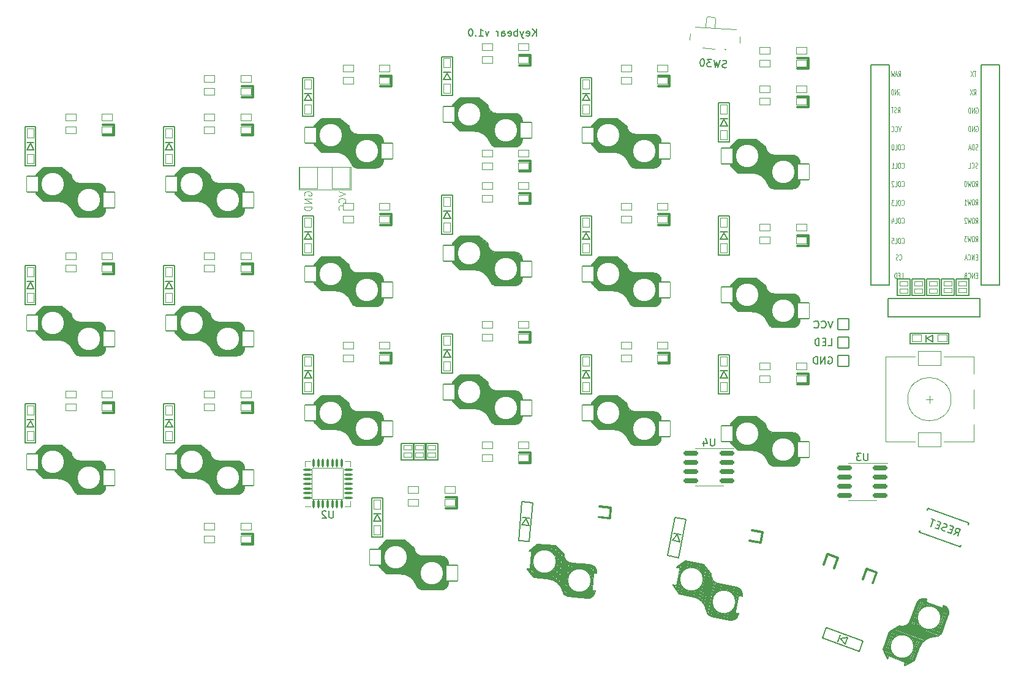
<source format=gbo>
G04 #@! TF.GenerationSoftware,KiCad,Pcbnew,7.0.7*
G04 #@! TF.CreationDate,2024-01-28T17:29:48-05:00*
G04 #@! TF.ProjectId,keybear-chocolate,6b657962-6561-4722-9d63-686f636f6c61,v1.0.0*
G04 #@! TF.SameCoordinates,Original*
G04 #@! TF.FileFunction,Legend,Bot*
G04 #@! TF.FilePolarity,Positive*
%FSLAX46Y46*%
G04 Gerber Fmt 4.6, Leading zero omitted, Abs format (unit mm)*
G04 Created by KiCad (PCBNEW 7.0.7) date 2024-01-28 17:29:48*
%MOMM*%
%LPD*%
G01*
G04 APERTURE LIST*
G04 Aperture macros list*
%AMRoundRect*
0 Rectangle with rounded corners*
0 $1 Rounding radius*
0 $2 $3 $4 $5 $6 $7 $8 $9 X,Y pos of 4 corners*
0 Add a 4 corners polygon primitive as box body*
4,1,4,$2,$3,$4,$5,$6,$7,$8,$9,$2,$3,0*
0 Add four circle primitives for the rounded corners*
1,1,$1+$1,$2,$3*
1,1,$1+$1,$4,$5*
1,1,$1+$1,$6,$7*
1,1,$1+$1,$8,$9*
0 Add four rect primitives between the rounded corners*
20,1,$1+$1,$2,$3,$4,$5,0*
20,1,$1+$1,$4,$5,$6,$7,0*
20,1,$1+$1,$6,$7,$8,$9,0*
20,1,$1+$1,$8,$9,$2,$3,0*%
G04 Aperture macros list end*
%ADD10C,0.150000*%
%ADD11C,0.100000*%
%ADD12C,0.125000*%
%ADD13C,0.300000*%
%ADD14C,0.120000*%
%ADD15C,1.900000*%
%ADD16C,1.100000*%
%ADD17C,3.100000*%
%ADD18C,3.500000*%
%ADD19RoundRect,0.050000X0.800000X1.100000X-0.800000X1.100000X-0.800000X-1.100000X0.800000X-1.100000X0*%
%ADD20RoundRect,0.050000X-0.475000X0.650000X-0.475000X-0.650000X0.475000X-0.650000X0.475000X0.650000X0*%
%ADD21RoundRect,0.050000X-0.690000X-0.500000X0.690000X-0.500000X0.690000X0.500000X-0.690000X0.500000X0*%
%ADD22C,4.800000*%
%ADD23C,2.100000*%
%ADD24C,1.497000*%
%ADD25RoundRect,0.050000X0.233852X-0.819398X0.705840X0.477378X-0.233852X0.819398X-0.705840X-0.477378X0*%
%ADD26RoundRect,0.050000X-1.600000X-1.000000X1.600000X-1.000000X1.600000X1.000000X-1.600000X1.000000X0*%
%ADD27RoundRect,0.050000X1.250000X-1.500000X1.250000X1.500000X-1.250000X1.500000X-1.250000X-1.500000X0*%
%ADD28C,1.624000*%
%ADD29RoundRect,0.050000X-0.760046X1.127976X-1.307278X-0.375532X0.760046X-1.127976X1.307278X0.375532X0*%
%ADD30RoundRect,0.050000X-0.730952X-0.437960X0.643796X-0.558235X0.730952X0.437960X-0.643796X0.558235X0*%
%ADD31RoundRect,0.050000X0.995192X0.927143X-0.575412X1.232437X-0.995192X-0.927143X0.575412X-1.232437X0*%
%ADD32RoundRect,0.050000X-0.773260X-0.224041X0.448341X-0.668667X0.773260X0.224041X-0.448341X0.668667X0*%
%ADD33RoundRect,0.050000X-0.772727X-0.359155X0.581918X-0.622472X0.772727X0.359155X-0.581918X0.622472X0*%
%ADD34RoundRect,0.050000X-0.650000X-0.475000X0.650000X-0.475000X0.650000X0.475000X-0.650000X0.475000X0*%
%ADD35RoundRect,0.050000X-0.342247X0.728692X-0.590299X-0.547423X0.342247X-0.728692X0.590299X0.547423X0*%
%ADD36RoundRect,0.050000X-0.762000X-0.762000X0.762000X-0.762000X0.762000X0.762000X-0.762000X0.762000X0*%
%ADD37RoundRect,0.050000X0.892827X1.026090X-0.701084X1.165539X-0.892827X-1.026090X0.701084X-1.165539X0*%
%ADD38C,0.750000*%
%ADD39O,1.100000X2.200000*%
%ADD40O,1.100000X1.900000*%
%ADD41RoundRect,0.050000X-0.416541X0.688926X-0.529844X-0.606128X0.416541X-0.688926X0.529844X0.606128X0*%
%ADD42RoundRect,0.050000X-0.571500X0.317500X-0.571500X-0.317500X0.571500X-0.317500X0.571500X0.317500X0*%
%ADD43RoundRect,0.200000X0.825000X0.150000X-0.825000X0.150000X-0.825000X-0.150000X0.825000X-0.150000X0*%
%ADD44RoundRect,0.050000X0.571500X-0.317500X0.571500X0.317500X-0.571500X0.317500X-0.571500X-0.317500X0*%
%ADD45RoundRect,0.050000X-0.523487X-0.368730X0.474648X-0.429778X0.523487X0.368730X-0.474648X0.429778X0*%
%ADD46C,1.000000*%
%ADD47RoundRect,0.050000X-0.395134X-0.727234X0.303561X-0.769968X0.395134X0.727234X-0.303561X0.769968X0*%
%ADD48RoundRect,0.125000X-0.437500X-0.075000X0.437500X-0.075000X0.437500X0.075000X-0.437500X0.075000X0*%
%ADD49RoundRect,0.125000X-0.075000X-0.437500X0.075000X-0.437500X0.075000X0.437500X-0.075000X0.437500X0*%
%ADD50RoundRect,0.050000X-2.125000X-2.125000X2.125000X-2.125000X2.125000X2.125000X-2.125000X2.125000X0*%
G04 APERTURE END LIST*
D10*
X211854820Y-94764219D02*
X211854820Y-93764219D01*
X211283392Y-94764219D02*
X211711963Y-94192790D01*
X211283392Y-93764219D02*
X211854820Y-94335647D01*
X210473868Y-94716600D02*
X210569106Y-94764219D01*
X210569106Y-94764219D02*
X210759582Y-94764219D01*
X210759582Y-94764219D02*
X210854820Y-94716600D01*
X210854820Y-94716600D02*
X210902439Y-94621361D01*
X210902439Y-94621361D02*
X210902439Y-94240409D01*
X210902439Y-94240409D02*
X210854820Y-94145171D01*
X210854820Y-94145171D02*
X210759582Y-94097552D01*
X210759582Y-94097552D02*
X210569106Y-94097552D01*
X210569106Y-94097552D02*
X210473868Y-94145171D01*
X210473868Y-94145171D02*
X210426249Y-94240409D01*
X210426249Y-94240409D02*
X210426249Y-94335647D01*
X210426249Y-94335647D02*
X210902439Y-94430885D01*
X210092915Y-94097552D02*
X209854820Y-94764219D01*
X209616725Y-94097552D02*
X209854820Y-94764219D01*
X209854820Y-94764219D02*
X209950058Y-95002314D01*
X209950058Y-95002314D02*
X209997677Y-95049933D01*
X209997677Y-95049933D02*
X210092915Y-95097552D01*
X209235772Y-94764219D02*
X209235772Y-93764219D01*
X209235772Y-94145171D02*
X209140534Y-94097552D01*
X209140534Y-94097552D02*
X208950058Y-94097552D01*
X208950058Y-94097552D02*
X208854820Y-94145171D01*
X208854820Y-94145171D02*
X208807201Y-94192790D01*
X208807201Y-94192790D02*
X208759582Y-94288028D01*
X208759582Y-94288028D02*
X208759582Y-94573742D01*
X208759582Y-94573742D02*
X208807201Y-94668980D01*
X208807201Y-94668980D02*
X208854820Y-94716600D01*
X208854820Y-94716600D02*
X208950058Y-94764219D01*
X208950058Y-94764219D02*
X209140534Y-94764219D01*
X209140534Y-94764219D02*
X209235772Y-94716600D01*
X207950058Y-94716600D02*
X208045296Y-94764219D01*
X208045296Y-94764219D02*
X208235772Y-94764219D01*
X208235772Y-94764219D02*
X208331010Y-94716600D01*
X208331010Y-94716600D02*
X208378629Y-94621361D01*
X208378629Y-94621361D02*
X208378629Y-94240409D01*
X208378629Y-94240409D02*
X208331010Y-94145171D01*
X208331010Y-94145171D02*
X208235772Y-94097552D01*
X208235772Y-94097552D02*
X208045296Y-94097552D01*
X208045296Y-94097552D02*
X207950058Y-94145171D01*
X207950058Y-94145171D02*
X207902439Y-94240409D01*
X207902439Y-94240409D02*
X207902439Y-94335647D01*
X207902439Y-94335647D02*
X208378629Y-94430885D01*
X207045296Y-94764219D02*
X207045296Y-94240409D01*
X207045296Y-94240409D02*
X207092915Y-94145171D01*
X207092915Y-94145171D02*
X207188153Y-94097552D01*
X207188153Y-94097552D02*
X207378629Y-94097552D01*
X207378629Y-94097552D02*
X207473867Y-94145171D01*
X207045296Y-94716600D02*
X207140534Y-94764219D01*
X207140534Y-94764219D02*
X207378629Y-94764219D01*
X207378629Y-94764219D02*
X207473867Y-94716600D01*
X207473867Y-94716600D02*
X207521486Y-94621361D01*
X207521486Y-94621361D02*
X207521486Y-94526123D01*
X207521486Y-94526123D02*
X207473867Y-94430885D01*
X207473867Y-94430885D02*
X207378629Y-94383266D01*
X207378629Y-94383266D02*
X207140534Y-94383266D01*
X207140534Y-94383266D02*
X207045296Y-94335647D01*
X206569105Y-94764219D02*
X206569105Y-94097552D01*
X206569105Y-94288028D02*
X206521486Y-94192790D01*
X206521486Y-94192790D02*
X206473867Y-94145171D01*
X206473867Y-94145171D02*
X206378629Y-94097552D01*
X206378629Y-94097552D02*
X206283391Y-94097552D01*
X205283390Y-94097552D02*
X205045295Y-94764219D01*
X205045295Y-94764219D02*
X204807200Y-94097552D01*
X203902438Y-94764219D02*
X204473866Y-94764219D01*
X204188152Y-94764219D02*
X204188152Y-93764219D01*
X204188152Y-93764219D02*
X204283390Y-93907076D01*
X204283390Y-93907076D02*
X204378628Y-94002314D01*
X204378628Y-94002314D02*
X204473866Y-94049933D01*
X203473866Y-94668980D02*
X203426247Y-94716600D01*
X203426247Y-94716600D02*
X203473866Y-94764219D01*
X203473866Y-94764219D02*
X203521485Y-94716600D01*
X203521485Y-94716600D02*
X203473866Y-94668980D01*
X203473866Y-94668980D02*
X203473866Y-94764219D01*
X202807200Y-93764219D02*
X202711962Y-93764219D01*
X202711962Y-93764219D02*
X202616724Y-93811838D01*
X202616724Y-93811838D02*
X202569105Y-93859457D01*
X202569105Y-93859457D02*
X202521486Y-93954695D01*
X202521486Y-93954695D02*
X202473867Y-94145171D01*
X202473867Y-94145171D02*
X202473867Y-94383266D01*
X202473867Y-94383266D02*
X202521486Y-94573742D01*
X202521486Y-94573742D02*
X202569105Y-94668980D01*
X202569105Y-94668980D02*
X202616724Y-94716600D01*
X202616724Y-94716600D02*
X202711962Y-94764219D01*
X202711962Y-94764219D02*
X202807200Y-94764219D01*
X202807200Y-94764219D02*
X202902438Y-94716600D01*
X202902438Y-94716600D02*
X202950057Y-94668980D01*
X202950057Y-94668980D02*
X202997676Y-94573742D01*
X202997676Y-94573742D02*
X203045295Y-94383266D01*
X203045295Y-94383266D02*
X203045295Y-94145171D01*
X203045295Y-94145171D02*
X202997676Y-93954695D01*
X202997676Y-93954695D02*
X202950057Y-93859457D01*
X202950057Y-93859457D02*
X202902438Y-93811838D01*
X202902438Y-93811838D02*
X202807200Y-93764219D01*
X269552575Y-163781570D02*
X270028673Y-163448104D01*
X270089542Y-163977010D02*
X270431562Y-163037318D01*
X270431562Y-163037318D02*
X270073584Y-162907024D01*
X270073584Y-162907024D02*
X269967803Y-162919198D01*
X269967803Y-162919198D02*
X269906769Y-162947659D01*
X269906769Y-162947659D02*
X269829449Y-163020867D01*
X269829449Y-163020867D02*
X269780589Y-163155108D01*
X269780589Y-163155108D02*
X269792762Y-163260890D01*
X269792762Y-163260890D02*
X269821223Y-163321924D01*
X269821223Y-163321924D02*
X269894431Y-163399244D01*
X269894431Y-163399244D02*
X270252409Y-163529538D01*
X269329003Y-163142770D02*
X269015772Y-163028764D01*
X268702377Y-163472123D02*
X269149850Y-163634990D01*
X269149850Y-163634990D02*
X269491870Y-162695298D01*
X269491870Y-162695298D02*
X269044397Y-162532431D01*
X268360685Y-163297083D02*
X268210157Y-163292970D01*
X268210157Y-163292970D02*
X267986421Y-163211537D01*
X267986421Y-163211537D02*
X267913213Y-163134216D01*
X267913213Y-163134216D02*
X267884752Y-163073182D01*
X267884752Y-163073182D02*
X267872578Y-162967401D01*
X267872578Y-162967401D02*
X267905152Y-162877906D01*
X267905152Y-162877906D02*
X267982472Y-162804698D01*
X267982472Y-162804698D02*
X268043506Y-162776238D01*
X268043506Y-162776238D02*
X268149287Y-162764064D01*
X268149287Y-162764064D02*
X268344563Y-162784463D01*
X268344563Y-162784463D02*
X268450344Y-162772289D01*
X268450344Y-162772289D02*
X268511378Y-162743829D01*
X268511378Y-162743829D02*
X268588699Y-162670621D01*
X268588699Y-162670621D02*
X268621272Y-162581126D01*
X268621272Y-162581126D02*
X268609098Y-162475345D01*
X268609098Y-162475345D02*
X268580638Y-162414311D01*
X268580638Y-162414311D02*
X268507430Y-162336991D01*
X268507430Y-162336991D02*
X268283694Y-162255557D01*
X268283694Y-162255557D02*
X268133165Y-162251445D01*
X267583860Y-162507590D02*
X267270629Y-162393583D01*
X266957233Y-162836943D02*
X267404706Y-162999810D01*
X267404706Y-162999810D02*
X267746726Y-162060117D01*
X267746726Y-162060117D02*
X267299254Y-161897250D01*
X267030770Y-161799530D02*
X266493803Y-161604090D01*
X266420266Y-162641503D02*
X266762286Y-161701810D01*
D11*
X179818838Y-116829493D02*
X179771219Y-116734255D01*
X179771219Y-116734255D02*
X179771219Y-116591398D01*
X179771219Y-116591398D02*
X179818838Y-116448541D01*
X179818838Y-116448541D02*
X179914076Y-116353303D01*
X179914076Y-116353303D02*
X180009314Y-116305684D01*
X180009314Y-116305684D02*
X180199790Y-116258065D01*
X180199790Y-116258065D02*
X180342647Y-116258065D01*
X180342647Y-116258065D02*
X180533123Y-116305684D01*
X180533123Y-116305684D02*
X180628361Y-116353303D01*
X180628361Y-116353303D02*
X180723600Y-116448541D01*
X180723600Y-116448541D02*
X180771219Y-116591398D01*
X180771219Y-116591398D02*
X180771219Y-116686636D01*
X180771219Y-116686636D02*
X180723600Y-116829493D01*
X180723600Y-116829493D02*
X180675980Y-116877112D01*
X180675980Y-116877112D02*
X180342647Y-116877112D01*
X180342647Y-116877112D02*
X180342647Y-116686636D01*
X180771219Y-117305684D02*
X179771219Y-117305684D01*
X179771219Y-117305684D02*
X180771219Y-117877112D01*
X180771219Y-117877112D02*
X179771219Y-117877112D01*
X180771219Y-118353303D02*
X179771219Y-118353303D01*
X179771219Y-118353303D02*
X179771219Y-118591398D01*
X179771219Y-118591398D02*
X179818838Y-118734255D01*
X179818838Y-118734255D02*
X179914076Y-118829493D01*
X179914076Y-118829493D02*
X180009314Y-118877112D01*
X180009314Y-118877112D02*
X180199790Y-118924731D01*
X180199790Y-118924731D02*
X180342647Y-118924731D01*
X180342647Y-118924731D02*
X180533123Y-118877112D01*
X180533123Y-118877112D02*
X180628361Y-118829493D01*
X180628361Y-118829493D02*
X180723600Y-118734255D01*
X180723600Y-118734255D02*
X180771219Y-118591398D01*
X180771219Y-118591398D02*
X180771219Y-118353303D01*
X184495619Y-116264427D02*
X185495619Y-116597760D01*
X185495619Y-116597760D02*
X184495619Y-116931093D01*
X185400380Y-117835855D02*
X185448000Y-117788236D01*
X185448000Y-117788236D02*
X185495619Y-117645379D01*
X185495619Y-117645379D02*
X185495619Y-117550141D01*
X185495619Y-117550141D02*
X185448000Y-117407284D01*
X185448000Y-117407284D02*
X185352761Y-117312046D01*
X185352761Y-117312046D02*
X185257523Y-117264427D01*
X185257523Y-117264427D02*
X185067047Y-117216808D01*
X185067047Y-117216808D02*
X184924190Y-117216808D01*
X184924190Y-117216808D02*
X184733714Y-117264427D01*
X184733714Y-117264427D02*
X184638476Y-117312046D01*
X184638476Y-117312046D02*
X184543238Y-117407284D01*
X184543238Y-117407284D02*
X184495619Y-117550141D01*
X184495619Y-117550141D02*
X184495619Y-117645379D01*
X184495619Y-117645379D02*
X184543238Y-117788236D01*
X184543238Y-117788236D02*
X184590857Y-117835855D01*
X185400380Y-118835855D02*
X185448000Y-118788236D01*
X185448000Y-118788236D02*
X185495619Y-118645379D01*
X185495619Y-118645379D02*
X185495619Y-118550141D01*
X185495619Y-118550141D02*
X185448000Y-118407284D01*
X185448000Y-118407284D02*
X185352761Y-118312046D01*
X185352761Y-118312046D02*
X185257523Y-118264427D01*
X185257523Y-118264427D02*
X185067047Y-118216808D01*
X185067047Y-118216808D02*
X184924190Y-118216808D01*
X184924190Y-118216808D02*
X184733714Y-118264427D01*
X184733714Y-118264427D02*
X184638476Y-118312046D01*
X184638476Y-118312046D02*
X184543238Y-118407284D01*
X184543238Y-118407284D02*
X184495619Y-118550141D01*
X184495619Y-118550141D02*
X184495619Y-118645379D01*
X184495619Y-118645379D02*
X184543238Y-118788236D01*
X184543238Y-118788236D02*
X184590857Y-118835855D01*
D12*
X262232665Y-107235264D02*
X262065999Y-107985264D01*
X262065999Y-107985264D02*
X261899332Y-107235264D01*
X261446952Y-107913835D02*
X261470761Y-107949550D01*
X261470761Y-107949550D02*
X261542190Y-107985264D01*
X261542190Y-107985264D02*
X261589809Y-107985264D01*
X261589809Y-107985264D02*
X261661237Y-107949550D01*
X261661237Y-107949550D02*
X261708856Y-107878121D01*
X261708856Y-107878121D02*
X261732666Y-107806692D01*
X261732666Y-107806692D02*
X261756475Y-107663835D01*
X261756475Y-107663835D02*
X261756475Y-107556692D01*
X261756475Y-107556692D02*
X261732666Y-107413835D01*
X261732666Y-107413835D02*
X261708856Y-107342407D01*
X261708856Y-107342407D02*
X261661237Y-107270978D01*
X261661237Y-107270978D02*
X261589809Y-107235264D01*
X261589809Y-107235264D02*
X261542190Y-107235264D01*
X261542190Y-107235264D02*
X261470761Y-107270978D01*
X261470761Y-107270978D02*
X261446952Y-107306692D01*
X260946952Y-107913835D02*
X260970761Y-107949550D01*
X260970761Y-107949550D02*
X261042190Y-107985264D01*
X261042190Y-107985264D02*
X261089809Y-107985264D01*
X261089809Y-107985264D02*
X261161237Y-107949550D01*
X261161237Y-107949550D02*
X261208856Y-107878121D01*
X261208856Y-107878121D02*
X261232666Y-107806692D01*
X261232666Y-107806692D02*
X261256475Y-107663835D01*
X261256475Y-107663835D02*
X261256475Y-107556692D01*
X261256475Y-107556692D02*
X261232666Y-107413835D01*
X261232666Y-107413835D02*
X261208856Y-107342407D01*
X261208856Y-107342407D02*
X261161237Y-107270978D01*
X261161237Y-107270978D02*
X261089809Y-107235264D01*
X261089809Y-107235264D02*
X261042190Y-107235264D01*
X261042190Y-107235264D02*
X260970761Y-107270978D01*
X260970761Y-107270978D02*
X260946952Y-107306692D01*
X262367619Y-112993835D02*
X262391428Y-113029550D01*
X262391428Y-113029550D02*
X262462857Y-113065264D01*
X262462857Y-113065264D02*
X262510476Y-113065264D01*
X262510476Y-113065264D02*
X262581904Y-113029550D01*
X262581904Y-113029550D02*
X262629523Y-112958121D01*
X262629523Y-112958121D02*
X262653333Y-112886692D01*
X262653333Y-112886692D02*
X262677142Y-112743835D01*
X262677142Y-112743835D02*
X262677142Y-112636692D01*
X262677142Y-112636692D02*
X262653333Y-112493835D01*
X262653333Y-112493835D02*
X262629523Y-112422407D01*
X262629523Y-112422407D02*
X262581904Y-112350978D01*
X262581904Y-112350978D02*
X262510476Y-112315264D01*
X262510476Y-112315264D02*
X262462857Y-112315264D01*
X262462857Y-112315264D02*
X262391428Y-112350978D01*
X262391428Y-112350978D02*
X262367619Y-112386692D01*
X262058095Y-112315264D02*
X261962857Y-112315264D01*
X261962857Y-112315264D02*
X261915238Y-112350978D01*
X261915238Y-112350978D02*
X261867619Y-112422407D01*
X261867619Y-112422407D02*
X261843809Y-112565264D01*
X261843809Y-112565264D02*
X261843809Y-112815264D01*
X261843809Y-112815264D02*
X261867619Y-112958121D01*
X261867619Y-112958121D02*
X261915238Y-113029550D01*
X261915238Y-113029550D02*
X261962857Y-113065264D01*
X261962857Y-113065264D02*
X262058095Y-113065264D01*
X262058095Y-113065264D02*
X262105714Y-113029550D01*
X262105714Y-113029550D02*
X262153333Y-112958121D01*
X262153333Y-112958121D02*
X262177142Y-112815264D01*
X262177142Y-112815264D02*
X262177142Y-112565264D01*
X262177142Y-112565264D02*
X262153333Y-112422407D01*
X262153333Y-112422407D02*
X262105714Y-112350978D01*
X262105714Y-112350978D02*
X262058095Y-112315264D01*
X261391428Y-113065264D02*
X261629523Y-113065264D01*
X261629523Y-113065264D02*
X261629523Y-112315264D01*
X260962856Y-113065264D02*
X261248570Y-113065264D01*
X261105713Y-113065264D02*
X261105713Y-112315264D01*
X261105713Y-112315264D02*
X261153332Y-112422407D01*
X261153332Y-112422407D02*
X261200951Y-112493835D01*
X261200951Y-112493835D02*
X261248570Y-112529550D01*
X272587352Y-123212464D02*
X272754018Y-122855321D01*
X272873066Y-123212464D02*
X272873066Y-122462464D01*
X272873066Y-122462464D02*
X272682590Y-122462464D01*
X272682590Y-122462464D02*
X272634971Y-122498178D01*
X272634971Y-122498178D02*
X272611161Y-122533892D01*
X272611161Y-122533892D02*
X272587352Y-122605321D01*
X272587352Y-122605321D02*
X272587352Y-122712464D01*
X272587352Y-122712464D02*
X272611161Y-122783892D01*
X272611161Y-122783892D02*
X272634971Y-122819607D01*
X272634971Y-122819607D02*
X272682590Y-122855321D01*
X272682590Y-122855321D02*
X272873066Y-122855321D01*
X272277828Y-122462464D02*
X272182590Y-122462464D01*
X272182590Y-122462464D02*
X272134971Y-122498178D01*
X272134971Y-122498178D02*
X272087352Y-122569607D01*
X272087352Y-122569607D02*
X272063542Y-122712464D01*
X272063542Y-122712464D02*
X272063542Y-122962464D01*
X272063542Y-122962464D02*
X272087352Y-123105321D01*
X272087352Y-123105321D02*
X272134971Y-123176750D01*
X272134971Y-123176750D02*
X272182590Y-123212464D01*
X272182590Y-123212464D02*
X272277828Y-123212464D01*
X272277828Y-123212464D02*
X272325447Y-123176750D01*
X272325447Y-123176750D02*
X272373066Y-123105321D01*
X272373066Y-123105321D02*
X272396875Y-122962464D01*
X272396875Y-122962464D02*
X272396875Y-122712464D01*
X272396875Y-122712464D02*
X272373066Y-122569607D01*
X272373066Y-122569607D02*
X272325447Y-122498178D01*
X272325447Y-122498178D02*
X272277828Y-122462464D01*
X271896875Y-122462464D02*
X271777827Y-123212464D01*
X271777827Y-123212464D02*
X271682589Y-122676750D01*
X271682589Y-122676750D02*
X271587351Y-123212464D01*
X271587351Y-123212464D02*
X271468304Y-122462464D01*
X271325446Y-122462464D02*
X271015922Y-122462464D01*
X271015922Y-122462464D02*
X271182589Y-122748178D01*
X271182589Y-122748178D02*
X271111160Y-122748178D01*
X271111160Y-122748178D02*
X271063541Y-122783892D01*
X271063541Y-122783892D02*
X271039732Y-122819607D01*
X271039732Y-122819607D02*
X271015922Y-122891035D01*
X271015922Y-122891035D02*
X271015922Y-123069607D01*
X271015922Y-123069607D02*
X271039732Y-123141035D01*
X271039732Y-123141035D02*
X271063541Y-123176750D01*
X271063541Y-123176750D02*
X271111160Y-123212464D01*
X271111160Y-123212464D02*
X271254017Y-123212464D01*
X271254017Y-123212464D02*
X271301636Y-123176750D01*
X271301636Y-123176750D02*
X271325446Y-123141035D01*
X262367619Y-115521035D02*
X262391428Y-115556750D01*
X262391428Y-115556750D02*
X262462857Y-115592464D01*
X262462857Y-115592464D02*
X262510476Y-115592464D01*
X262510476Y-115592464D02*
X262581904Y-115556750D01*
X262581904Y-115556750D02*
X262629523Y-115485321D01*
X262629523Y-115485321D02*
X262653333Y-115413892D01*
X262653333Y-115413892D02*
X262677142Y-115271035D01*
X262677142Y-115271035D02*
X262677142Y-115163892D01*
X262677142Y-115163892D02*
X262653333Y-115021035D01*
X262653333Y-115021035D02*
X262629523Y-114949607D01*
X262629523Y-114949607D02*
X262581904Y-114878178D01*
X262581904Y-114878178D02*
X262510476Y-114842464D01*
X262510476Y-114842464D02*
X262462857Y-114842464D01*
X262462857Y-114842464D02*
X262391428Y-114878178D01*
X262391428Y-114878178D02*
X262367619Y-114913892D01*
X262058095Y-114842464D02*
X261962857Y-114842464D01*
X261962857Y-114842464D02*
X261915238Y-114878178D01*
X261915238Y-114878178D02*
X261867619Y-114949607D01*
X261867619Y-114949607D02*
X261843809Y-115092464D01*
X261843809Y-115092464D02*
X261843809Y-115342464D01*
X261843809Y-115342464D02*
X261867619Y-115485321D01*
X261867619Y-115485321D02*
X261915238Y-115556750D01*
X261915238Y-115556750D02*
X261962857Y-115592464D01*
X261962857Y-115592464D02*
X262058095Y-115592464D01*
X262058095Y-115592464D02*
X262105714Y-115556750D01*
X262105714Y-115556750D02*
X262153333Y-115485321D01*
X262153333Y-115485321D02*
X262177142Y-115342464D01*
X262177142Y-115342464D02*
X262177142Y-115092464D01*
X262177142Y-115092464D02*
X262153333Y-114949607D01*
X262153333Y-114949607D02*
X262105714Y-114878178D01*
X262105714Y-114878178D02*
X262058095Y-114842464D01*
X261391428Y-115592464D02*
X261629523Y-115592464D01*
X261629523Y-115592464D02*
X261629523Y-114842464D01*
X261248570Y-114913892D02*
X261224761Y-114878178D01*
X261224761Y-114878178D02*
X261177142Y-114842464D01*
X261177142Y-114842464D02*
X261058094Y-114842464D01*
X261058094Y-114842464D02*
X261010475Y-114878178D01*
X261010475Y-114878178D02*
X260986666Y-114913892D01*
X260986666Y-114913892D02*
X260962856Y-114985321D01*
X260962856Y-114985321D02*
X260962856Y-115056750D01*
X260962856Y-115056750D02*
X260986666Y-115163892D01*
X260986666Y-115163892D02*
X261272380Y-115592464D01*
X261272380Y-115592464D02*
X260962856Y-115592464D01*
X272841141Y-110476750D02*
X272769713Y-110512464D01*
X272769713Y-110512464D02*
X272650665Y-110512464D01*
X272650665Y-110512464D02*
X272603046Y-110476750D01*
X272603046Y-110476750D02*
X272579237Y-110441035D01*
X272579237Y-110441035D02*
X272555427Y-110369607D01*
X272555427Y-110369607D02*
X272555427Y-110298178D01*
X272555427Y-110298178D02*
X272579237Y-110226750D01*
X272579237Y-110226750D02*
X272603046Y-110191035D01*
X272603046Y-110191035D02*
X272650665Y-110155321D01*
X272650665Y-110155321D02*
X272745903Y-110119607D01*
X272745903Y-110119607D02*
X272793522Y-110083892D01*
X272793522Y-110083892D02*
X272817332Y-110048178D01*
X272817332Y-110048178D02*
X272841141Y-109976750D01*
X272841141Y-109976750D02*
X272841141Y-109905321D01*
X272841141Y-109905321D02*
X272817332Y-109833892D01*
X272817332Y-109833892D02*
X272793522Y-109798178D01*
X272793522Y-109798178D02*
X272745903Y-109762464D01*
X272745903Y-109762464D02*
X272626856Y-109762464D01*
X272626856Y-109762464D02*
X272555427Y-109798178D01*
X272341142Y-110512464D02*
X272341142Y-109762464D01*
X272341142Y-109762464D02*
X272222094Y-109762464D01*
X272222094Y-109762464D02*
X272150666Y-109798178D01*
X272150666Y-109798178D02*
X272103047Y-109869607D01*
X272103047Y-109869607D02*
X272079237Y-109941035D01*
X272079237Y-109941035D02*
X272055428Y-110083892D01*
X272055428Y-110083892D02*
X272055428Y-110191035D01*
X272055428Y-110191035D02*
X272079237Y-110333892D01*
X272079237Y-110333892D02*
X272103047Y-110405321D01*
X272103047Y-110405321D02*
X272150666Y-110476750D01*
X272150666Y-110476750D02*
X272222094Y-110512464D01*
X272222094Y-110512464D02*
X272341142Y-110512464D01*
X271864951Y-110298178D02*
X271626856Y-110298178D01*
X271912570Y-110512464D02*
X271745904Y-109762464D01*
X271745904Y-109762464D02*
X271579237Y-110512464D01*
X272829237Y-113016750D02*
X272757809Y-113052464D01*
X272757809Y-113052464D02*
X272638761Y-113052464D01*
X272638761Y-113052464D02*
X272591142Y-113016750D01*
X272591142Y-113016750D02*
X272567333Y-112981035D01*
X272567333Y-112981035D02*
X272543523Y-112909607D01*
X272543523Y-112909607D02*
X272543523Y-112838178D01*
X272543523Y-112838178D02*
X272567333Y-112766750D01*
X272567333Y-112766750D02*
X272591142Y-112731035D01*
X272591142Y-112731035D02*
X272638761Y-112695321D01*
X272638761Y-112695321D02*
X272733999Y-112659607D01*
X272733999Y-112659607D02*
X272781618Y-112623892D01*
X272781618Y-112623892D02*
X272805428Y-112588178D01*
X272805428Y-112588178D02*
X272829237Y-112516750D01*
X272829237Y-112516750D02*
X272829237Y-112445321D01*
X272829237Y-112445321D02*
X272805428Y-112373892D01*
X272805428Y-112373892D02*
X272781618Y-112338178D01*
X272781618Y-112338178D02*
X272733999Y-112302464D01*
X272733999Y-112302464D02*
X272614952Y-112302464D01*
X272614952Y-112302464D02*
X272543523Y-112338178D01*
X272043524Y-112981035D02*
X272067333Y-113016750D01*
X272067333Y-113016750D02*
X272138762Y-113052464D01*
X272138762Y-113052464D02*
X272186381Y-113052464D01*
X272186381Y-113052464D02*
X272257809Y-113016750D01*
X272257809Y-113016750D02*
X272305428Y-112945321D01*
X272305428Y-112945321D02*
X272329238Y-112873892D01*
X272329238Y-112873892D02*
X272353047Y-112731035D01*
X272353047Y-112731035D02*
X272353047Y-112623892D01*
X272353047Y-112623892D02*
X272329238Y-112481035D01*
X272329238Y-112481035D02*
X272305428Y-112409607D01*
X272305428Y-112409607D02*
X272257809Y-112338178D01*
X272257809Y-112338178D02*
X272186381Y-112302464D01*
X272186381Y-112302464D02*
X272138762Y-112302464D01*
X272138762Y-112302464D02*
X272067333Y-112338178D01*
X272067333Y-112338178D02*
X272043524Y-112373892D01*
X271591143Y-113052464D02*
X271829238Y-113052464D01*
X271829238Y-113052464D02*
X271829238Y-112302464D01*
X272614952Y-104718178D02*
X272662571Y-104682464D01*
X272662571Y-104682464D02*
X272734000Y-104682464D01*
X272734000Y-104682464D02*
X272805428Y-104718178D01*
X272805428Y-104718178D02*
X272853047Y-104789607D01*
X272853047Y-104789607D02*
X272876857Y-104861035D01*
X272876857Y-104861035D02*
X272900666Y-105003892D01*
X272900666Y-105003892D02*
X272900666Y-105111035D01*
X272900666Y-105111035D02*
X272876857Y-105253892D01*
X272876857Y-105253892D02*
X272853047Y-105325321D01*
X272853047Y-105325321D02*
X272805428Y-105396750D01*
X272805428Y-105396750D02*
X272734000Y-105432464D01*
X272734000Y-105432464D02*
X272686381Y-105432464D01*
X272686381Y-105432464D02*
X272614952Y-105396750D01*
X272614952Y-105396750D02*
X272591143Y-105361035D01*
X272591143Y-105361035D02*
X272591143Y-105111035D01*
X272591143Y-105111035D02*
X272686381Y-105111035D01*
X272376857Y-105432464D02*
X272376857Y-104682464D01*
X272376857Y-104682464D02*
X272091143Y-105432464D01*
X272091143Y-105432464D02*
X272091143Y-104682464D01*
X271853047Y-105432464D02*
X271853047Y-104682464D01*
X271853047Y-104682464D02*
X271733999Y-104682464D01*
X271733999Y-104682464D02*
X271662571Y-104718178D01*
X271662571Y-104718178D02*
X271614952Y-104789607D01*
X271614952Y-104789607D02*
X271591142Y-104861035D01*
X271591142Y-104861035D02*
X271567333Y-105003892D01*
X271567333Y-105003892D02*
X271567333Y-105111035D01*
X271567333Y-105111035D02*
X271591142Y-105253892D01*
X271591142Y-105253892D02*
X271614952Y-105325321D01*
X271614952Y-105325321D02*
X271662571Y-105396750D01*
X271662571Y-105396750D02*
X271733999Y-105432464D01*
X271733999Y-105432464D02*
X271853047Y-105432464D01*
X262367619Y-123395035D02*
X262391428Y-123430750D01*
X262391428Y-123430750D02*
X262462857Y-123466464D01*
X262462857Y-123466464D02*
X262510476Y-123466464D01*
X262510476Y-123466464D02*
X262581904Y-123430750D01*
X262581904Y-123430750D02*
X262629523Y-123359321D01*
X262629523Y-123359321D02*
X262653333Y-123287892D01*
X262653333Y-123287892D02*
X262677142Y-123145035D01*
X262677142Y-123145035D02*
X262677142Y-123037892D01*
X262677142Y-123037892D02*
X262653333Y-122895035D01*
X262653333Y-122895035D02*
X262629523Y-122823607D01*
X262629523Y-122823607D02*
X262581904Y-122752178D01*
X262581904Y-122752178D02*
X262510476Y-122716464D01*
X262510476Y-122716464D02*
X262462857Y-122716464D01*
X262462857Y-122716464D02*
X262391428Y-122752178D01*
X262391428Y-122752178D02*
X262367619Y-122787892D01*
X262058095Y-122716464D02*
X261962857Y-122716464D01*
X261962857Y-122716464D02*
X261915238Y-122752178D01*
X261915238Y-122752178D02*
X261867619Y-122823607D01*
X261867619Y-122823607D02*
X261843809Y-122966464D01*
X261843809Y-122966464D02*
X261843809Y-123216464D01*
X261843809Y-123216464D02*
X261867619Y-123359321D01*
X261867619Y-123359321D02*
X261915238Y-123430750D01*
X261915238Y-123430750D02*
X261962857Y-123466464D01*
X261962857Y-123466464D02*
X262058095Y-123466464D01*
X262058095Y-123466464D02*
X262105714Y-123430750D01*
X262105714Y-123430750D02*
X262153333Y-123359321D01*
X262153333Y-123359321D02*
X262177142Y-123216464D01*
X262177142Y-123216464D02*
X262177142Y-122966464D01*
X262177142Y-122966464D02*
X262153333Y-122823607D01*
X262153333Y-122823607D02*
X262105714Y-122752178D01*
X262105714Y-122752178D02*
X262058095Y-122716464D01*
X261391428Y-123466464D02*
X261629523Y-123466464D01*
X261629523Y-123466464D02*
X261629523Y-122716464D01*
X260986666Y-122716464D02*
X261224761Y-122716464D01*
X261224761Y-122716464D02*
X261248570Y-123073607D01*
X261248570Y-123073607D02*
X261224761Y-123037892D01*
X261224761Y-123037892D02*
X261177142Y-123002178D01*
X261177142Y-123002178D02*
X261058094Y-123002178D01*
X261058094Y-123002178D02*
X261010475Y-123037892D01*
X261010475Y-123037892D02*
X260986666Y-123073607D01*
X260986666Y-123073607D02*
X260962856Y-123145035D01*
X260962856Y-123145035D02*
X260962856Y-123323607D01*
X260962856Y-123323607D02*
X260986666Y-123395035D01*
X260986666Y-123395035D02*
X261010475Y-123430750D01*
X261010475Y-123430750D02*
X261058094Y-123466464D01*
X261058094Y-123466464D02*
X261177142Y-123466464D01*
X261177142Y-123466464D02*
X261224761Y-123430750D01*
X261224761Y-123430750D02*
X261248570Y-123395035D01*
X261789009Y-105381664D02*
X261955675Y-105024521D01*
X262074723Y-105381664D02*
X262074723Y-104631664D01*
X262074723Y-104631664D02*
X261884247Y-104631664D01*
X261884247Y-104631664D02*
X261836628Y-104667378D01*
X261836628Y-104667378D02*
X261812818Y-104703092D01*
X261812818Y-104703092D02*
X261789009Y-104774521D01*
X261789009Y-104774521D02*
X261789009Y-104881664D01*
X261789009Y-104881664D02*
X261812818Y-104953092D01*
X261812818Y-104953092D02*
X261836628Y-104988807D01*
X261836628Y-104988807D02*
X261884247Y-105024521D01*
X261884247Y-105024521D02*
X262074723Y-105024521D01*
X261598532Y-105345950D02*
X261527104Y-105381664D01*
X261527104Y-105381664D02*
X261408056Y-105381664D01*
X261408056Y-105381664D02*
X261360437Y-105345950D01*
X261360437Y-105345950D02*
X261336628Y-105310235D01*
X261336628Y-105310235D02*
X261312818Y-105238807D01*
X261312818Y-105238807D02*
X261312818Y-105167378D01*
X261312818Y-105167378D02*
X261336628Y-105095950D01*
X261336628Y-105095950D02*
X261360437Y-105060235D01*
X261360437Y-105060235D02*
X261408056Y-105024521D01*
X261408056Y-105024521D02*
X261503294Y-104988807D01*
X261503294Y-104988807D02*
X261550913Y-104953092D01*
X261550913Y-104953092D02*
X261574723Y-104917378D01*
X261574723Y-104917378D02*
X261598532Y-104845950D01*
X261598532Y-104845950D02*
X261598532Y-104774521D01*
X261598532Y-104774521D02*
X261574723Y-104703092D01*
X261574723Y-104703092D02*
X261550913Y-104667378D01*
X261550913Y-104667378D02*
X261503294Y-104631664D01*
X261503294Y-104631664D02*
X261384247Y-104631664D01*
X261384247Y-104631664D02*
X261312818Y-104667378D01*
X261169961Y-104631664D02*
X260884247Y-104631664D01*
X261027104Y-105381664D02*
X261027104Y-104631664D01*
X262257828Y-128292464D02*
X262495923Y-128292464D01*
X262495923Y-128292464D02*
X262495923Y-127542464D01*
X262091161Y-127899607D02*
X261924494Y-127899607D01*
X261853066Y-128292464D02*
X262091161Y-128292464D01*
X262091161Y-128292464D02*
X262091161Y-127542464D01*
X262091161Y-127542464D02*
X261853066Y-127542464D01*
X261638780Y-128292464D02*
X261638780Y-127542464D01*
X261638780Y-127542464D02*
X261519732Y-127542464D01*
X261519732Y-127542464D02*
X261448304Y-127578178D01*
X261448304Y-127578178D02*
X261400685Y-127649607D01*
X261400685Y-127649607D02*
X261376875Y-127721035D01*
X261376875Y-127721035D02*
X261353066Y-127863892D01*
X261353066Y-127863892D02*
X261353066Y-127971035D01*
X261353066Y-127971035D02*
X261376875Y-128113892D01*
X261376875Y-128113892D02*
X261400685Y-128185321D01*
X261400685Y-128185321D02*
X261448304Y-128256750D01*
X261448304Y-128256750D02*
X261519732Y-128292464D01*
X261519732Y-128292464D02*
X261638780Y-128292464D01*
X272825447Y-127899607D02*
X272658780Y-127899607D01*
X272587352Y-128292464D02*
X272825447Y-128292464D01*
X272825447Y-128292464D02*
X272825447Y-127542464D01*
X272825447Y-127542464D02*
X272587352Y-127542464D01*
X272373066Y-128292464D02*
X272373066Y-127542464D01*
X272373066Y-127542464D02*
X272087352Y-128292464D01*
X272087352Y-128292464D02*
X272087352Y-127542464D01*
X271563542Y-128221035D02*
X271587351Y-128256750D01*
X271587351Y-128256750D02*
X271658780Y-128292464D01*
X271658780Y-128292464D02*
X271706399Y-128292464D01*
X271706399Y-128292464D02*
X271777827Y-128256750D01*
X271777827Y-128256750D02*
X271825446Y-128185321D01*
X271825446Y-128185321D02*
X271849256Y-128113892D01*
X271849256Y-128113892D02*
X271873065Y-127971035D01*
X271873065Y-127971035D02*
X271873065Y-127863892D01*
X271873065Y-127863892D02*
X271849256Y-127721035D01*
X271849256Y-127721035D02*
X271825446Y-127649607D01*
X271825446Y-127649607D02*
X271777827Y-127578178D01*
X271777827Y-127578178D02*
X271706399Y-127542464D01*
X271706399Y-127542464D02*
X271658780Y-127542464D01*
X271658780Y-127542464D02*
X271587351Y-127578178D01*
X271587351Y-127578178D02*
X271563542Y-127613892D01*
X271182589Y-127899607D02*
X271111161Y-127935321D01*
X271111161Y-127935321D02*
X271087351Y-127971035D01*
X271087351Y-127971035D02*
X271063542Y-128042464D01*
X271063542Y-128042464D02*
X271063542Y-128149607D01*
X271063542Y-128149607D02*
X271087351Y-128221035D01*
X271087351Y-128221035D02*
X271111161Y-128256750D01*
X271111161Y-128256750D02*
X271158780Y-128292464D01*
X271158780Y-128292464D02*
X271349256Y-128292464D01*
X271349256Y-128292464D02*
X271349256Y-127542464D01*
X271349256Y-127542464D02*
X271182589Y-127542464D01*
X271182589Y-127542464D02*
X271134970Y-127578178D01*
X271134970Y-127578178D02*
X271111161Y-127613892D01*
X271111161Y-127613892D02*
X271087351Y-127685321D01*
X271087351Y-127685321D02*
X271087351Y-127756750D01*
X271087351Y-127756750D02*
X271111161Y-127828178D01*
X271111161Y-127828178D02*
X271134970Y-127863892D01*
X271134970Y-127863892D02*
X271182589Y-127899607D01*
X271182589Y-127899607D02*
X271349256Y-127899607D01*
X272317333Y-102892464D02*
X272483999Y-102535321D01*
X272603047Y-102892464D02*
X272603047Y-102142464D01*
X272603047Y-102142464D02*
X272412571Y-102142464D01*
X272412571Y-102142464D02*
X272364952Y-102178178D01*
X272364952Y-102178178D02*
X272341142Y-102213892D01*
X272341142Y-102213892D02*
X272317333Y-102285321D01*
X272317333Y-102285321D02*
X272317333Y-102392464D01*
X272317333Y-102392464D02*
X272341142Y-102463892D01*
X272341142Y-102463892D02*
X272364952Y-102499607D01*
X272364952Y-102499607D02*
X272412571Y-102535321D01*
X272412571Y-102535321D02*
X272603047Y-102535321D01*
X272150666Y-102142464D02*
X271817333Y-102892464D01*
X271817333Y-102142464D02*
X272150666Y-102892464D01*
X272614951Y-99602464D02*
X272329237Y-99602464D01*
X272472094Y-100352464D02*
X272472094Y-99602464D01*
X272210190Y-99602464D02*
X271876857Y-100352464D01*
X271876857Y-99602464D02*
X272210190Y-100352464D01*
X262367619Y-120601035D02*
X262391428Y-120636750D01*
X262391428Y-120636750D02*
X262462857Y-120672464D01*
X262462857Y-120672464D02*
X262510476Y-120672464D01*
X262510476Y-120672464D02*
X262581904Y-120636750D01*
X262581904Y-120636750D02*
X262629523Y-120565321D01*
X262629523Y-120565321D02*
X262653333Y-120493892D01*
X262653333Y-120493892D02*
X262677142Y-120351035D01*
X262677142Y-120351035D02*
X262677142Y-120243892D01*
X262677142Y-120243892D02*
X262653333Y-120101035D01*
X262653333Y-120101035D02*
X262629523Y-120029607D01*
X262629523Y-120029607D02*
X262581904Y-119958178D01*
X262581904Y-119958178D02*
X262510476Y-119922464D01*
X262510476Y-119922464D02*
X262462857Y-119922464D01*
X262462857Y-119922464D02*
X262391428Y-119958178D01*
X262391428Y-119958178D02*
X262367619Y-119993892D01*
X262058095Y-119922464D02*
X261962857Y-119922464D01*
X261962857Y-119922464D02*
X261915238Y-119958178D01*
X261915238Y-119958178D02*
X261867619Y-120029607D01*
X261867619Y-120029607D02*
X261843809Y-120172464D01*
X261843809Y-120172464D02*
X261843809Y-120422464D01*
X261843809Y-120422464D02*
X261867619Y-120565321D01*
X261867619Y-120565321D02*
X261915238Y-120636750D01*
X261915238Y-120636750D02*
X261962857Y-120672464D01*
X261962857Y-120672464D02*
X262058095Y-120672464D01*
X262058095Y-120672464D02*
X262105714Y-120636750D01*
X262105714Y-120636750D02*
X262153333Y-120565321D01*
X262153333Y-120565321D02*
X262177142Y-120422464D01*
X262177142Y-120422464D02*
X262177142Y-120172464D01*
X262177142Y-120172464D02*
X262153333Y-120029607D01*
X262153333Y-120029607D02*
X262105714Y-119958178D01*
X262105714Y-119958178D02*
X262058095Y-119922464D01*
X261391428Y-120672464D02*
X261629523Y-120672464D01*
X261629523Y-120672464D02*
X261629523Y-119922464D01*
X261010475Y-120172464D02*
X261010475Y-120672464D01*
X261129523Y-119886750D02*
X261248570Y-120422464D01*
X261248570Y-120422464D02*
X260939047Y-120422464D01*
X272587352Y-115592464D02*
X272754018Y-115235321D01*
X272873066Y-115592464D02*
X272873066Y-114842464D01*
X272873066Y-114842464D02*
X272682590Y-114842464D01*
X272682590Y-114842464D02*
X272634971Y-114878178D01*
X272634971Y-114878178D02*
X272611161Y-114913892D01*
X272611161Y-114913892D02*
X272587352Y-114985321D01*
X272587352Y-114985321D02*
X272587352Y-115092464D01*
X272587352Y-115092464D02*
X272611161Y-115163892D01*
X272611161Y-115163892D02*
X272634971Y-115199607D01*
X272634971Y-115199607D02*
X272682590Y-115235321D01*
X272682590Y-115235321D02*
X272873066Y-115235321D01*
X272277828Y-114842464D02*
X272182590Y-114842464D01*
X272182590Y-114842464D02*
X272134971Y-114878178D01*
X272134971Y-114878178D02*
X272087352Y-114949607D01*
X272087352Y-114949607D02*
X272063542Y-115092464D01*
X272063542Y-115092464D02*
X272063542Y-115342464D01*
X272063542Y-115342464D02*
X272087352Y-115485321D01*
X272087352Y-115485321D02*
X272134971Y-115556750D01*
X272134971Y-115556750D02*
X272182590Y-115592464D01*
X272182590Y-115592464D02*
X272277828Y-115592464D01*
X272277828Y-115592464D02*
X272325447Y-115556750D01*
X272325447Y-115556750D02*
X272373066Y-115485321D01*
X272373066Y-115485321D02*
X272396875Y-115342464D01*
X272396875Y-115342464D02*
X272396875Y-115092464D01*
X272396875Y-115092464D02*
X272373066Y-114949607D01*
X272373066Y-114949607D02*
X272325447Y-114878178D01*
X272325447Y-114878178D02*
X272277828Y-114842464D01*
X271896875Y-114842464D02*
X271777827Y-115592464D01*
X271777827Y-115592464D02*
X271682589Y-115056750D01*
X271682589Y-115056750D02*
X271587351Y-115592464D01*
X271587351Y-115592464D02*
X271468304Y-114842464D01*
X271182589Y-114842464D02*
X271134970Y-114842464D01*
X271134970Y-114842464D02*
X271087351Y-114878178D01*
X271087351Y-114878178D02*
X271063541Y-114913892D01*
X271063541Y-114913892D02*
X271039732Y-114985321D01*
X271039732Y-114985321D02*
X271015922Y-115128178D01*
X271015922Y-115128178D02*
X271015922Y-115306750D01*
X271015922Y-115306750D02*
X271039732Y-115449607D01*
X271039732Y-115449607D02*
X271063541Y-115521035D01*
X271063541Y-115521035D02*
X271087351Y-115556750D01*
X271087351Y-115556750D02*
X271134970Y-115592464D01*
X271134970Y-115592464D02*
X271182589Y-115592464D01*
X271182589Y-115592464D02*
X271230208Y-115556750D01*
X271230208Y-115556750D02*
X271254017Y-115521035D01*
X271254017Y-115521035D02*
X271277827Y-115449607D01*
X271277827Y-115449607D02*
X271301636Y-115306750D01*
X271301636Y-115306750D02*
X271301636Y-115128178D01*
X271301636Y-115128178D02*
X271277827Y-114985321D01*
X271277827Y-114985321D02*
X271254017Y-114913892D01*
X271254017Y-114913892D02*
X271230208Y-114878178D01*
X271230208Y-114878178D02*
X271182589Y-114842464D01*
X272614952Y-107258178D02*
X272662571Y-107222464D01*
X272662571Y-107222464D02*
X272734000Y-107222464D01*
X272734000Y-107222464D02*
X272805428Y-107258178D01*
X272805428Y-107258178D02*
X272853047Y-107329607D01*
X272853047Y-107329607D02*
X272876857Y-107401035D01*
X272876857Y-107401035D02*
X272900666Y-107543892D01*
X272900666Y-107543892D02*
X272900666Y-107651035D01*
X272900666Y-107651035D02*
X272876857Y-107793892D01*
X272876857Y-107793892D02*
X272853047Y-107865321D01*
X272853047Y-107865321D02*
X272805428Y-107936750D01*
X272805428Y-107936750D02*
X272734000Y-107972464D01*
X272734000Y-107972464D02*
X272686381Y-107972464D01*
X272686381Y-107972464D02*
X272614952Y-107936750D01*
X272614952Y-107936750D02*
X272591143Y-107901035D01*
X272591143Y-107901035D02*
X272591143Y-107651035D01*
X272591143Y-107651035D02*
X272686381Y-107651035D01*
X272376857Y-107972464D02*
X272376857Y-107222464D01*
X272376857Y-107222464D02*
X272091143Y-107972464D01*
X272091143Y-107972464D02*
X272091143Y-107222464D01*
X271853047Y-107972464D02*
X271853047Y-107222464D01*
X271853047Y-107222464D02*
X271733999Y-107222464D01*
X271733999Y-107222464D02*
X271662571Y-107258178D01*
X271662571Y-107258178D02*
X271614952Y-107329607D01*
X271614952Y-107329607D02*
X271591142Y-107401035D01*
X271591142Y-107401035D02*
X271567333Y-107543892D01*
X271567333Y-107543892D02*
X271567333Y-107651035D01*
X271567333Y-107651035D02*
X271591142Y-107793892D01*
X271591142Y-107793892D02*
X271614952Y-107865321D01*
X271614952Y-107865321D02*
X271662571Y-107936750D01*
X271662571Y-107936750D02*
X271733999Y-107972464D01*
X271733999Y-107972464D02*
X271853047Y-107972464D01*
X272789733Y-125359607D02*
X272623066Y-125359607D01*
X272551638Y-125752464D02*
X272789733Y-125752464D01*
X272789733Y-125752464D02*
X272789733Y-125002464D01*
X272789733Y-125002464D02*
X272551638Y-125002464D01*
X272337352Y-125752464D02*
X272337352Y-125002464D01*
X272337352Y-125002464D02*
X272051638Y-125752464D01*
X272051638Y-125752464D02*
X272051638Y-125002464D01*
X271527828Y-125681035D02*
X271551637Y-125716750D01*
X271551637Y-125716750D02*
X271623066Y-125752464D01*
X271623066Y-125752464D02*
X271670685Y-125752464D01*
X271670685Y-125752464D02*
X271742113Y-125716750D01*
X271742113Y-125716750D02*
X271789732Y-125645321D01*
X271789732Y-125645321D02*
X271813542Y-125573892D01*
X271813542Y-125573892D02*
X271837351Y-125431035D01*
X271837351Y-125431035D02*
X271837351Y-125323892D01*
X271837351Y-125323892D02*
X271813542Y-125181035D01*
X271813542Y-125181035D02*
X271789732Y-125109607D01*
X271789732Y-125109607D02*
X271742113Y-125038178D01*
X271742113Y-125038178D02*
X271670685Y-125002464D01*
X271670685Y-125002464D02*
X271623066Y-125002464D01*
X271623066Y-125002464D02*
X271551637Y-125038178D01*
X271551637Y-125038178D02*
X271527828Y-125073892D01*
X271337351Y-125538178D02*
X271099256Y-125538178D01*
X271384970Y-125752464D02*
X271218304Y-125002464D01*
X271218304Y-125002464D02*
X271051637Y-125752464D01*
X262019733Y-125681035D02*
X262043542Y-125716750D01*
X262043542Y-125716750D02*
X262114971Y-125752464D01*
X262114971Y-125752464D02*
X262162590Y-125752464D01*
X262162590Y-125752464D02*
X262234018Y-125716750D01*
X262234018Y-125716750D02*
X262281637Y-125645321D01*
X262281637Y-125645321D02*
X262305447Y-125573892D01*
X262305447Y-125573892D02*
X262329256Y-125431035D01*
X262329256Y-125431035D02*
X262329256Y-125323892D01*
X262329256Y-125323892D02*
X262305447Y-125181035D01*
X262305447Y-125181035D02*
X262281637Y-125109607D01*
X262281637Y-125109607D02*
X262234018Y-125038178D01*
X262234018Y-125038178D02*
X262162590Y-125002464D01*
X262162590Y-125002464D02*
X262114971Y-125002464D01*
X262114971Y-125002464D02*
X262043542Y-125038178D01*
X262043542Y-125038178D02*
X262019733Y-125073892D01*
X261829256Y-125716750D02*
X261757828Y-125752464D01*
X261757828Y-125752464D02*
X261638780Y-125752464D01*
X261638780Y-125752464D02*
X261591161Y-125716750D01*
X261591161Y-125716750D02*
X261567352Y-125681035D01*
X261567352Y-125681035D02*
X261543542Y-125609607D01*
X261543542Y-125609607D02*
X261543542Y-125538178D01*
X261543542Y-125538178D02*
X261567352Y-125466750D01*
X261567352Y-125466750D02*
X261591161Y-125431035D01*
X261591161Y-125431035D02*
X261638780Y-125395321D01*
X261638780Y-125395321D02*
X261734018Y-125359607D01*
X261734018Y-125359607D02*
X261781637Y-125323892D01*
X261781637Y-125323892D02*
X261805447Y-125288178D01*
X261805447Y-125288178D02*
X261829256Y-125216750D01*
X261829256Y-125216750D02*
X261829256Y-125145321D01*
X261829256Y-125145321D02*
X261805447Y-125073892D01*
X261805447Y-125073892D02*
X261781637Y-125038178D01*
X261781637Y-125038178D02*
X261734018Y-125002464D01*
X261734018Y-125002464D02*
X261614971Y-125002464D01*
X261614971Y-125002464D02*
X261543542Y-125038178D01*
X262367619Y-110441035D02*
X262391428Y-110476750D01*
X262391428Y-110476750D02*
X262462857Y-110512464D01*
X262462857Y-110512464D02*
X262510476Y-110512464D01*
X262510476Y-110512464D02*
X262581904Y-110476750D01*
X262581904Y-110476750D02*
X262629523Y-110405321D01*
X262629523Y-110405321D02*
X262653333Y-110333892D01*
X262653333Y-110333892D02*
X262677142Y-110191035D01*
X262677142Y-110191035D02*
X262677142Y-110083892D01*
X262677142Y-110083892D02*
X262653333Y-109941035D01*
X262653333Y-109941035D02*
X262629523Y-109869607D01*
X262629523Y-109869607D02*
X262581904Y-109798178D01*
X262581904Y-109798178D02*
X262510476Y-109762464D01*
X262510476Y-109762464D02*
X262462857Y-109762464D01*
X262462857Y-109762464D02*
X262391428Y-109798178D01*
X262391428Y-109798178D02*
X262367619Y-109833892D01*
X262058095Y-109762464D02*
X261962857Y-109762464D01*
X261962857Y-109762464D02*
X261915238Y-109798178D01*
X261915238Y-109798178D02*
X261867619Y-109869607D01*
X261867619Y-109869607D02*
X261843809Y-110012464D01*
X261843809Y-110012464D02*
X261843809Y-110262464D01*
X261843809Y-110262464D02*
X261867619Y-110405321D01*
X261867619Y-110405321D02*
X261915238Y-110476750D01*
X261915238Y-110476750D02*
X261962857Y-110512464D01*
X261962857Y-110512464D02*
X262058095Y-110512464D01*
X262058095Y-110512464D02*
X262105714Y-110476750D01*
X262105714Y-110476750D02*
X262153333Y-110405321D01*
X262153333Y-110405321D02*
X262177142Y-110262464D01*
X262177142Y-110262464D02*
X262177142Y-110012464D01*
X262177142Y-110012464D02*
X262153333Y-109869607D01*
X262153333Y-109869607D02*
X262105714Y-109798178D01*
X262105714Y-109798178D02*
X262058095Y-109762464D01*
X261391428Y-110512464D02*
X261629523Y-110512464D01*
X261629523Y-110512464D02*
X261629523Y-109762464D01*
X261129523Y-109762464D02*
X261081904Y-109762464D01*
X261081904Y-109762464D02*
X261034285Y-109798178D01*
X261034285Y-109798178D02*
X261010475Y-109833892D01*
X261010475Y-109833892D02*
X260986666Y-109905321D01*
X260986666Y-109905321D02*
X260962856Y-110048178D01*
X260962856Y-110048178D02*
X260962856Y-110226750D01*
X260962856Y-110226750D02*
X260986666Y-110369607D01*
X260986666Y-110369607D02*
X261010475Y-110441035D01*
X261010475Y-110441035D02*
X261034285Y-110476750D01*
X261034285Y-110476750D02*
X261081904Y-110512464D01*
X261081904Y-110512464D02*
X261129523Y-110512464D01*
X261129523Y-110512464D02*
X261177142Y-110476750D01*
X261177142Y-110476750D02*
X261200951Y-110441035D01*
X261200951Y-110441035D02*
X261224761Y-110369607D01*
X261224761Y-110369607D02*
X261248570Y-110226750D01*
X261248570Y-110226750D02*
X261248570Y-110048178D01*
X261248570Y-110048178D02*
X261224761Y-109905321D01*
X261224761Y-109905321D02*
X261200951Y-109833892D01*
X261200951Y-109833892D02*
X261177142Y-109798178D01*
X261177142Y-109798178D02*
X261129523Y-109762464D01*
X272587352Y-120672464D02*
X272754018Y-120315321D01*
X272873066Y-120672464D02*
X272873066Y-119922464D01*
X272873066Y-119922464D02*
X272682590Y-119922464D01*
X272682590Y-119922464D02*
X272634971Y-119958178D01*
X272634971Y-119958178D02*
X272611161Y-119993892D01*
X272611161Y-119993892D02*
X272587352Y-120065321D01*
X272587352Y-120065321D02*
X272587352Y-120172464D01*
X272587352Y-120172464D02*
X272611161Y-120243892D01*
X272611161Y-120243892D02*
X272634971Y-120279607D01*
X272634971Y-120279607D02*
X272682590Y-120315321D01*
X272682590Y-120315321D02*
X272873066Y-120315321D01*
X272277828Y-119922464D02*
X272182590Y-119922464D01*
X272182590Y-119922464D02*
X272134971Y-119958178D01*
X272134971Y-119958178D02*
X272087352Y-120029607D01*
X272087352Y-120029607D02*
X272063542Y-120172464D01*
X272063542Y-120172464D02*
X272063542Y-120422464D01*
X272063542Y-120422464D02*
X272087352Y-120565321D01*
X272087352Y-120565321D02*
X272134971Y-120636750D01*
X272134971Y-120636750D02*
X272182590Y-120672464D01*
X272182590Y-120672464D02*
X272277828Y-120672464D01*
X272277828Y-120672464D02*
X272325447Y-120636750D01*
X272325447Y-120636750D02*
X272373066Y-120565321D01*
X272373066Y-120565321D02*
X272396875Y-120422464D01*
X272396875Y-120422464D02*
X272396875Y-120172464D01*
X272396875Y-120172464D02*
X272373066Y-120029607D01*
X272373066Y-120029607D02*
X272325447Y-119958178D01*
X272325447Y-119958178D02*
X272277828Y-119922464D01*
X271896875Y-119922464D02*
X271777827Y-120672464D01*
X271777827Y-120672464D02*
X271682589Y-120136750D01*
X271682589Y-120136750D02*
X271587351Y-120672464D01*
X271587351Y-120672464D02*
X271468304Y-119922464D01*
X271301636Y-119993892D02*
X271277827Y-119958178D01*
X271277827Y-119958178D02*
X271230208Y-119922464D01*
X271230208Y-119922464D02*
X271111160Y-119922464D01*
X271111160Y-119922464D02*
X271063541Y-119958178D01*
X271063541Y-119958178D02*
X271039732Y-119993892D01*
X271039732Y-119993892D02*
X271015922Y-120065321D01*
X271015922Y-120065321D02*
X271015922Y-120136750D01*
X271015922Y-120136750D02*
X271039732Y-120243892D01*
X271039732Y-120243892D02*
X271325446Y-120672464D01*
X271325446Y-120672464D02*
X271015922Y-120672464D01*
X262367619Y-118121835D02*
X262391428Y-118157550D01*
X262391428Y-118157550D02*
X262462857Y-118193264D01*
X262462857Y-118193264D02*
X262510476Y-118193264D01*
X262510476Y-118193264D02*
X262581904Y-118157550D01*
X262581904Y-118157550D02*
X262629523Y-118086121D01*
X262629523Y-118086121D02*
X262653333Y-118014692D01*
X262653333Y-118014692D02*
X262677142Y-117871835D01*
X262677142Y-117871835D02*
X262677142Y-117764692D01*
X262677142Y-117764692D02*
X262653333Y-117621835D01*
X262653333Y-117621835D02*
X262629523Y-117550407D01*
X262629523Y-117550407D02*
X262581904Y-117478978D01*
X262581904Y-117478978D02*
X262510476Y-117443264D01*
X262510476Y-117443264D02*
X262462857Y-117443264D01*
X262462857Y-117443264D02*
X262391428Y-117478978D01*
X262391428Y-117478978D02*
X262367619Y-117514692D01*
X262058095Y-117443264D02*
X261962857Y-117443264D01*
X261962857Y-117443264D02*
X261915238Y-117478978D01*
X261915238Y-117478978D02*
X261867619Y-117550407D01*
X261867619Y-117550407D02*
X261843809Y-117693264D01*
X261843809Y-117693264D02*
X261843809Y-117943264D01*
X261843809Y-117943264D02*
X261867619Y-118086121D01*
X261867619Y-118086121D02*
X261915238Y-118157550D01*
X261915238Y-118157550D02*
X261962857Y-118193264D01*
X261962857Y-118193264D02*
X262058095Y-118193264D01*
X262058095Y-118193264D02*
X262105714Y-118157550D01*
X262105714Y-118157550D02*
X262153333Y-118086121D01*
X262153333Y-118086121D02*
X262177142Y-117943264D01*
X262177142Y-117943264D02*
X262177142Y-117693264D01*
X262177142Y-117693264D02*
X262153333Y-117550407D01*
X262153333Y-117550407D02*
X262105714Y-117478978D01*
X262105714Y-117478978D02*
X262058095Y-117443264D01*
X261391428Y-118193264D02*
X261629523Y-118193264D01*
X261629523Y-118193264D02*
X261629523Y-117443264D01*
X261272380Y-117443264D02*
X260962856Y-117443264D01*
X260962856Y-117443264D02*
X261129523Y-117728978D01*
X261129523Y-117728978D02*
X261058094Y-117728978D01*
X261058094Y-117728978D02*
X261010475Y-117764692D01*
X261010475Y-117764692D02*
X260986666Y-117800407D01*
X260986666Y-117800407D02*
X260962856Y-117871835D01*
X260962856Y-117871835D02*
X260962856Y-118050407D01*
X260962856Y-118050407D02*
X260986666Y-118121835D01*
X260986666Y-118121835D02*
X261010475Y-118157550D01*
X261010475Y-118157550D02*
X261058094Y-118193264D01*
X261058094Y-118193264D02*
X261200951Y-118193264D01*
X261200951Y-118193264D02*
X261248570Y-118157550D01*
X261248570Y-118157550D02*
X261272380Y-118121835D01*
X261911238Y-100352464D02*
X262077904Y-99995321D01*
X262196952Y-100352464D02*
X262196952Y-99602464D01*
X262196952Y-99602464D02*
X262006476Y-99602464D01*
X262006476Y-99602464D02*
X261958857Y-99638178D01*
X261958857Y-99638178D02*
X261935047Y-99673892D01*
X261935047Y-99673892D02*
X261911238Y-99745321D01*
X261911238Y-99745321D02*
X261911238Y-99852464D01*
X261911238Y-99852464D02*
X261935047Y-99923892D01*
X261935047Y-99923892D02*
X261958857Y-99959607D01*
X261958857Y-99959607D02*
X262006476Y-99995321D01*
X262006476Y-99995321D02*
X262196952Y-99995321D01*
X261720761Y-100138178D02*
X261482666Y-100138178D01*
X261768380Y-100352464D02*
X261601714Y-99602464D01*
X261601714Y-99602464D02*
X261435047Y-100352464D01*
X261316000Y-99602464D02*
X261196952Y-100352464D01*
X261196952Y-100352464D02*
X261101714Y-99816750D01*
X261101714Y-99816750D02*
X261006476Y-100352464D01*
X261006476Y-100352464D02*
X260887429Y-99602464D01*
X261946952Y-102178178D02*
X261994571Y-102142464D01*
X261994571Y-102142464D02*
X262066000Y-102142464D01*
X262066000Y-102142464D02*
X262137428Y-102178178D01*
X262137428Y-102178178D02*
X262185047Y-102249607D01*
X262185047Y-102249607D02*
X262208857Y-102321035D01*
X262208857Y-102321035D02*
X262232666Y-102463892D01*
X262232666Y-102463892D02*
X262232666Y-102571035D01*
X262232666Y-102571035D02*
X262208857Y-102713892D01*
X262208857Y-102713892D02*
X262185047Y-102785321D01*
X262185047Y-102785321D02*
X262137428Y-102856750D01*
X262137428Y-102856750D02*
X262066000Y-102892464D01*
X262066000Y-102892464D02*
X262018381Y-102892464D01*
X262018381Y-102892464D02*
X261946952Y-102856750D01*
X261946952Y-102856750D02*
X261923143Y-102821035D01*
X261923143Y-102821035D02*
X261923143Y-102571035D01*
X261923143Y-102571035D02*
X262018381Y-102571035D01*
X261708857Y-102892464D02*
X261708857Y-102142464D01*
X261708857Y-102142464D02*
X261423143Y-102892464D01*
X261423143Y-102892464D02*
X261423143Y-102142464D01*
X261185047Y-102892464D02*
X261185047Y-102142464D01*
X261185047Y-102142464D02*
X261065999Y-102142464D01*
X261065999Y-102142464D02*
X260994571Y-102178178D01*
X260994571Y-102178178D02*
X260946952Y-102249607D01*
X260946952Y-102249607D02*
X260923142Y-102321035D01*
X260923142Y-102321035D02*
X260899333Y-102463892D01*
X260899333Y-102463892D02*
X260899333Y-102571035D01*
X260899333Y-102571035D02*
X260923142Y-102713892D01*
X260923142Y-102713892D02*
X260946952Y-102785321D01*
X260946952Y-102785321D02*
X260994571Y-102856750D01*
X260994571Y-102856750D02*
X261065999Y-102892464D01*
X261065999Y-102892464D02*
X261185047Y-102892464D01*
X272587352Y-118132464D02*
X272754018Y-117775321D01*
X272873066Y-118132464D02*
X272873066Y-117382464D01*
X272873066Y-117382464D02*
X272682590Y-117382464D01*
X272682590Y-117382464D02*
X272634971Y-117418178D01*
X272634971Y-117418178D02*
X272611161Y-117453892D01*
X272611161Y-117453892D02*
X272587352Y-117525321D01*
X272587352Y-117525321D02*
X272587352Y-117632464D01*
X272587352Y-117632464D02*
X272611161Y-117703892D01*
X272611161Y-117703892D02*
X272634971Y-117739607D01*
X272634971Y-117739607D02*
X272682590Y-117775321D01*
X272682590Y-117775321D02*
X272873066Y-117775321D01*
X272277828Y-117382464D02*
X272182590Y-117382464D01*
X272182590Y-117382464D02*
X272134971Y-117418178D01*
X272134971Y-117418178D02*
X272087352Y-117489607D01*
X272087352Y-117489607D02*
X272063542Y-117632464D01*
X272063542Y-117632464D02*
X272063542Y-117882464D01*
X272063542Y-117882464D02*
X272087352Y-118025321D01*
X272087352Y-118025321D02*
X272134971Y-118096750D01*
X272134971Y-118096750D02*
X272182590Y-118132464D01*
X272182590Y-118132464D02*
X272277828Y-118132464D01*
X272277828Y-118132464D02*
X272325447Y-118096750D01*
X272325447Y-118096750D02*
X272373066Y-118025321D01*
X272373066Y-118025321D02*
X272396875Y-117882464D01*
X272396875Y-117882464D02*
X272396875Y-117632464D01*
X272396875Y-117632464D02*
X272373066Y-117489607D01*
X272373066Y-117489607D02*
X272325447Y-117418178D01*
X272325447Y-117418178D02*
X272277828Y-117382464D01*
X271896875Y-117382464D02*
X271777827Y-118132464D01*
X271777827Y-118132464D02*
X271682589Y-117596750D01*
X271682589Y-117596750D02*
X271587351Y-118132464D01*
X271587351Y-118132464D02*
X271468304Y-117382464D01*
X271015922Y-118132464D02*
X271301636Y-118132464D01*
X271158779Y-118132464D02*
X271158779Y-117382464D01*
X271158779Y-117382464D02*
X271206398Y-117489607D01*
X271206398Y-117489607D02*
X271254017Y-117561035D01*
X271254017Y-117561035D02*
X271301636Y-117596750D01*
D10*
X252182672Y-137624059D02*
X252658862Y-137624059D01*
X252658862Y-137624059D02*
X252658862Y-136624059D01*
X251849338Y-137100249D02*
X251516005Y-137100249D01*
X251373148Y-137624059D02*
X251849338Y-137624059D01*
X251849338Y-137624059D02*
X251849338Y-136624059D01*
X251849338Y-136624059D02*
X251373148Y-136624059D01*
X250944576Y-137624059D02*
X250944576Y-136624059D01*
X250944576Y-136624059D02*
X250706481Y-136624059D01*
X250706481Y-136624059D02*
X250563624Y-136671678D01*
X250563624Y-136671678D02*
X250468386Y-136766916D01*
X250468386Y-136766916D02*
X250420767Y-136862154D01*
X250420767Y-136862154D02*
X250373148Y-137052630D01*
X250373148Y-137052630D02*
X250373148Y-137195487D01*
X250373148Y-137195487D02*
X250420767Y-137385963D01*
X250420767Y-137385963D02*
X250468386Y-137481201D01*
X250468386Y-137481201D02*
X250563624Y-137576440D01*
X250563624Y-137576440D02*
X250706481Y-137624059D01*
X250706481Y-137624059D02*
X250944576Y-137624059D01*
X252221904Y-139202438D02*
X252317142Y-139154819D01*
X252317142Y-139154819D02*
X252459999Y-139154819D01*
X252459999Y-139154819D02*
X252602856Y-139202438D01*
X252602856Y-139202438D02*
X252698094Y-139297676D01*
X252698094Y-139297676D02*
X252745713Y-139392914D01*
X252745713Y-139392914D02*
X252793332Y-139583390D01*
X252793332Y-139583390D02*
X252793332Y-139726247D01*
X252793332Y-139726247D02*
X252745713Y-139916723D01*
X252745713Y-139916723D02*
X252698094Y-140011961D01*
X252698094Y-140011961D02*
X252602856Y-140107200D01*
X252602856Y-140107200D02*
X252459999Y-140154819D01*
X252459999Y-140154819D02*
X252364761Y-140154819D01*
X252364761Y-140154819D02*
X252221904Y-140107200D01*
X252221904Y-140107200D02*
X252174285Y-140059580D01*
X252174285Y-140059580D02*
X252174285Y-139726247D01*
X252174285Y-139726247D02*
X252364761Y-139726247D01*
X251745713Y-140154819D02*
X251745713Y-139154819D01*
X251745713Y-139154819D02*
X251174285Y-140154819D01*
X251174285Y-140154819D02*
X251174285Y-139154819D01*
X250698094Y-140154819D02*
X250698094Y-139154819D01*
X250698094Y-139154819D02*
X250459999Y-139154819D01*
X250459999Y-139154819D02*
X250317142Y-139202438D01*
X250317142Y-139202438D02*
X250221904Y-139297676D01*
X250221904Y-139297676D02*
X250174285Y-139392914D01*
X250174285Y-139392914D02*
X250126666Y-139583390D01*
X250126666Y-139583390D02*
X250126666Y-139726247D01*
X250126666Y-139726247D02*
X250174285Y-139916723D01*
X250174285Y-139916723D02*
X250221904Y-140011961D01*
X250221904Y-140011961D02*
X250317142Y-140107200D01*
X250317142Y-140107200D02*
X250459999Y-140154819D01*
X250459999Y-140154819D02*
X250698094Y-140154819D01*
X252837301Y-134186554D02*
X252503968Y-135186554D01*
X252503968Y-135186554D02*
X252170635Y-134186554D01*
X251265873Y-135091315D02*
X251313492Y-135138935D01*
X251313492Y-135138935D02*
X251456349Y-135186554D01*
X251456349Y-135186554D02*
X251551587Y-135186554D01*
X251551587Y-135186554D02*
X251694444Y-135138935D01*
X251694444Y-135138935D02*
X251789682Y-135043696D01*
X251789682Y-135043696D02*
X251837301Y-134948458D01*
X251837301Y-134948458D02*
X251884920Y-134757982D01*
X251884920Y-134757982D02*
X251884920Y-134615125D01*
X251884920Y-134615125D02*
X251837301Y-134424649D01*
X251837301Y-134424649D02*
X251789682Y-134329411D01*
X251789682Y-134329411D02*
X251694444Y-134234173D01*
X251694444Y-134234173D02*
X251551587Y-134186554D01*
X251551587Y-134186554D02*
X251456349Y-134186554D01*
X251456349Y-134186554D02*
X251313492Y-134234173D01*
X251313492Y-134234173D02*
X251265873Y-134281792D01*
X250265873Y-135091315D02*
X250313492Y-135138935D01*
X250313492Y-135138935D02*
X250456349Y-135186554D01*
X250456349Y-135186554D02*
X250551587Y-135186554D01*
X250551587Y-135186554D02*
X250694444Y-135138935D01*
X250694444Y-135138935D02*
X250789682Y-135043696D01*
X250789682Y-135043696D02*
X250837301Y-134948458D01*
X250837301Y-134948458D02*
X250884920Y-134757982D01*
X250884920Y-134757982D02*
X250884920Y-134615125D01*
X250884920Y-134615125D02*
X250837301Y-134424649D01*
X250837301Y-134424649D02*
X250789682Y-134329411D01*
X250789682Y-134329411D02*
X250694444Y-134234173D01*
X250694444Y-134234173D02*
X250551587Y-134186554D01*
X250551587Y-134186554D02*
X250456349Y-134186554D01*
X250456349Y-134186554D02*
X250313492Y-134234173D01*
X250313492Y-134234173D02*
X250265873Y-134281792D01*
X236473904Y-150486819D02*
X236473904Y-151296342D01*
X236473904Y-151296342D02*
X236426285Y-151391580D01*
X236426285Y-151391580D02*
X236378666Y-151439200D01*
X236378666Y-151439200D02*
X236283428Y-151486819D01*
X236283428Y-151486819D02*
X236092952Y-151486819D01*
X236092952Y-151486819D02*
X235997714Y-151439200D01*
X235997714Y-151439200D02*
X235950095Y-151391580D01*
X235950095Y-151391580D02*
X235902476Y-151296342D01*
X235902476Y-151296342D02*
X235902476Y-150486819D01*
X234997714Y-150820152D02*
X234997714Y-151486819D01*
X235235809Y-150439200D02*
X235473904Y-151153485D01*
X235473904Y-151153485D02*
X234854857Y-151153485D01*
X257682904Y-152518819D02*
X257682904Y-153328342D01*
X257682904Y-153328342D02*
X257635285Y-153423580D01*
X257635285Y-153423580D02*
X257587666Y-153471200D01*
X257587666Y-153471200D02*
X257492428Y-153518819D01*
X257492428Y-153518819D02*
X257301952Y-153518819D01*
X257301952Y-153518819D02*
X257206714Y-153471200D01*
X257206714Y-153471200D02*
X257159095Y-153423580D01*
X257159095Y-153423580D02*
X257111476Y-153328342D01*
X257111476Y-153328342D02*
X257111476Y-152518819D01*
X256730523Y-152518819D02*
X256111476Y-152518819D01*
X256111476Y-152518819D02*
X256444809Y-152899771D01*
X256444809Y-152899771D02*
X256301952Y-152899771D01*
X256301952Y-152899771D02*
X256206714Y-152947390D01*
X256206714Y-152947390D02*
X256159095Y-152995009D01*
X256159095Y-152995009D02*
X256111476Y-153090247D01*
X256111476Y-153090247D02*
X256111476Y-153328342D01*
X256111476Y-153328342D02*
X256159095Y-153423580D01*
X256159095Y-153423580D02*
X256206714Y-153471200D01*
X256206714Y-153471200D02*
X256301952Y-153518819D01*
X256301952Y-153518819D02*
X256587666Y-153518819D01*
X256587666Y-153518819D02*
X256682904Y-153471200D01*
X256682904Y-153471200D02*
X256730523Y-153423580D01*
X238088643Y-99098646D02*
X237943145Y-99137455D01*
X237943145Y-99137455D02*
X237705494Y-99122919D01*
X237705494Y-99122919D02*
X237613341Y-99069575D01*
X237613341Y-99069575D02*
X237568718Y-99019138D01*
X237568718Y-99019138D02*
X237527002Y-98921170D01*
X237527002Y-98921170D02*
X237532816Y-98826110D01*
X237532816Y-98826110D02*
X237586160Y-98733956D01*
X237586160Y-98733956D02*
X237636598Y-98689333D01*
X237636598Y-98689333D02*
X237734565Y-98647617D01*
X237734565Y-98647617D02*
X237927593Y-98611715D01*
X237927593Y-98611715D02*
X238025561Y-98569999D01*
X238025561Y-98569999D02*
X238075998Y-98525376D01*
X238075998Y-98525376D02*
X238129342Y-98433223D01*
X238129342Y-98433223D02*
X238135156Y-98338162D01*
X238135156Y-98338162D02*
X238093440Y-98240195D01*
X238093440Y-98240195D02*
X238048817Y-98189757D01*
X238048817Y-98189757D02*
X237956664Y-98136413D01*
X237956664Y-98136413D02*
X237719013Y-98121878D01*
X237719013Y-98121878D02*
X237573515Y-98160687D01*
X237243710Y-98092807D02*
X236945011Y-99076406D01*
X236945011Y-99076406D02*
X236798496Y-98351825D01*
X236798496Y-98351825D02*
X236564769Y-99053150D01*
X236564769Y-99053150D02*
X236388166Y-98040479D01*
X236102985Y-98023037D02*
X235485092Y-97985245D01*
X235485092Y-97985245D02*
X235794547Y-98385836D01*
X235794547Y-98385836D02*
X235651956Y-98377115D01*
X235651956Y-98377115D02*
X235553989Y-98418831D01*
X235553989Y-98418831D02*
X235503551Y-98463454D01*
X235503551Y-98463454D02*
X235450207Y-98555608D01*
X235450207Y-98555608D02*
X235435672Y-98793259D01*
X235435672Y-98793259D02*
X235477388Y-98891227D01*
X235477388Y-98891227D02*
X235522011Y-98941664D01*
X235522011Y-98941664D02*
X235614164Y-98995008D01*
X235614164Y-98995008D02*
X235899346Y-99012451D01*
X235899346Y-99012451D02*
X235997313Y-98970735D01*
X235997313Y-98970735D02*
X236047751Y-98926111D01*
X234867199Y-97947453D02*
X234772139Y-97941639D01*
X234772139Y-97941639D02*
X234674171Y-97983355D01*
X234674171Y-97983355D02*
X234623734Y-98027978D01*
X234623734Y-98027978D02*
X234570389Y-98120132D01*
X234570389Y-98120132D02*
X234511231Y-98307345D01*
X234511231Y-98307345D02*
X234496695Y-98544997D01*
X234496695Y-98544997D02*
X234532597Y-98738025D01*
X234532597Y-98738025D02*
X234574313Y-98835992D01*
X234574313Y-98835992D02*
X234618937Y-98886429D01*
X234618937Y-98886429D02*
X234711090Y-98939774D01*
X234711090Y-98939774D02*
X234806150Y-98945588D01*
X234806150Y-98945588D02*
X234904118Y-98903872D01*
X234904118Y-98903872D02*
X234954555Y-98859249D01*
X234954555Y-98859249D02*
X235007900Y-98767095D01*
X235007900Y-98767095D02*
X235067058Y-98579881D01*
X235067058Y-98579881D02*
X235081594Y-98342230D01*
X235081594Y-98342230D02*
X235045692Y-98149202D01*
X235045692Y-98149202D02*
X235003976Y-98051235D01*
X235003976Y-98051235D02*
X234959352Y-98000798D01*
X234959352Y-98000798D02*
X234867199Y-97947453D01*
X183768904Y-160495819D02*
X183768904Y-161305342D01*
X183768904Y-161305342D02*
X183721285Y-161400580D01*
X183721285Y-161400580D02*
X183673666Y-161448200D01*
X183673666Y-161448200D02*
X183578428Y-161495819D01*
X183578428Y-161495819D02*
X183387952Y-161495819D01*
X183387952Y-161495819D02*
X183292714Y-161448200D01*
X183292714Y-161448200D02*
X183245095Y-161400580D01*
X183245095Y-161400580D02*
X183197476Y-161305342D01*
X183197476Y-161305342D02*
X183197476Y-160495819D01*
X182768904Y-160591057D02*
X182721285Y-160543438D01*
X182721285Y-160543438D02*
X182626047Y-160495819D01*
X182626047Y-160495819D02*
X182387952Y-160495819D01*
X182387952Y-160495819D02*
X182292714Y-160543438D01*
X182292714Y-160543438D02*
X182245095Y-160591057D01*
X182245095Y-160591057D02*
X182197476Y-160686295D01*
X182197476Y-160686295D02*
X182197476Y-160781533D01*
X182197476Y-160781533D02*
X182245095Y-160924390D01*
X182245095Y-160924390D02*
X182816523Y-161495819D01*
X182816523Y-161495819D02*
X182197476Y-161495819D01*
X171500000Y-135375000D02*
X171500000Y-138025000D01*
X171350000Y-138450000D02*
X171350000Y-134900000D01*
X171250000Y-138600000D02*
X171250000Y-134850000D01*
X171150000Y-138700000D02*
X171150000Y-134750000D01*
X171050000Y-138800000D02*
X171050000Y-134600000D01*
X170900000Y-138900000D02*
X170900000Y-134500000D01*
X170750000Y-138950000D02*
X170750000Y-134450000D01*
X170600000Y-139000000D02*
X170600000Y-134450000D01*
X170500000Y-139025000D02*
X167900000Y-139025000D01*
X170500000Y-134375000D02*
X167925000Y-134375000D01*
X170450000Y-139000000D02*
X170450000Y-134400000D01*
X170300000Y-139000000D02*
X170300000Y-134400000D01*
X170150000Y-139000000D02*
X170150000Y-134400000D01*
X170000000Y-139000000D02*
X170000000Y-134400000D01*
X169850000Y-139000000D02*
X169850000Y-134400000D01*
X169700000Y-139000000D02*
X169700000Y-134400000D01*
X169550000Y-139000000D02*
X169550000Y-134400000D01*
X169400000Y-139000000D02*
X169400000Y-134400000D01*
X169250000Y-139000000D02*
X169250000Y-134400000D01*
X169100000Y-139000000D02*
X169100000Y-134400000D01*
X168950000Y-139000000D02*
X168950000Y-134400000D01*
X168800000Y-139000000D02*
X168800000Y-134400000D01*
X168650000Y-139000000D02*
X168650000Y-134400000D01*
X168500000Y-139000000D02*
X168500000Y-134400000D01*
X168350000Y-139000000D02*
X168350000Y-134400000D01*
X168200000Y-139000000D02*
X168200000Y-134400000D01*
X168050000Y-139000000D02*
X168050000Y-134450000D01*
X167900000Y-139000000D02*
X167900000Y-134400000D01*
X167750000Y-139000000D02*
X167750000Y-134400000D01*
X167600000Y-138950000D02*
X167600000Y-134400000D01*
X167450000Y-138850000D02*
X167450000Y-134300000D01*
X167300000Y-138750000D02*
X167300000Y-134250000D01*
X167200000Y-138600000D02*
X167200000Y-134200000D01*
X167100000Y-138350000D02*
X167100000Y-134150000D01*
X167000000Y-138200000D02*
X167000000Y-134050000D01*
X166900000Y-138000000D02*
X166900000Y-133850000D01*
X166800000Y-137850000D02*
X166800000Y-133700000D01*
X166700000Y-137650000D02*
X166700000Y-133200000D01*
X166550000Y-137500000D02*
X166550000Y-133050000D01*
X166400000Y-137350000D02*
X166400000Y-132950000D01*
X166250000Y-137250000D02*
X166250000Y-132850000D01*
X166100000Y-137150000D02*
X166100000Y-132700000D01*
X165950000Y-137050000D02*
X165950000Y-132600000D01*
X165800000Y-137000000D02*
X165800000Y-132450000D01*
X165650000Y-136900000D02*
X165650000Y-132350000D01*
X165500000Y-136850000D02*
X165500000Y-132250000D01*
X165475000Y-132175000D02*
X166750000Y-133200000D01*
X165475000Y-132175000D02*
X162925000Y-132175000D01*
X165350000Y-136850000D02*
X165350000Y-132200000D01*
X165200000Y-136850000D02*
X165200000Y-132200000D01*
X165050000Y-136800000D02*
X165050000Y-132250000D01*
X164900000Y-136825000D02*
X162925000Y-136825000D01*
X164900000Y-136800000D02*
X164900000Y-132200000D01*
X164750000Y-136800000D02*
X164750000Y-132200000D01*
X164600000Y-136800000D02*
X164600000Y-132200000D01*
X164450000Y-136800000D02*
X164450000Y-132200000D01*
X164300000Y-136800000D02*
X164300000Y-132200000D01*
X164150000Y-136800000D02*
X164150000Y-132200000D01*
X164000000Y-136800000D02*
X164000000Y-132200000D01*
X163850000Y-136800000D02*
X163850000Y-132200000D01*
X163700000Y-136800000D02*
X163700000Y-132200000D01*
X163550000Y-136800000D02*
X163550000Y-132200000D01*
X163400000Y-136800000D02*
X163400000Y-132200000D01*
X163250000Y-136800000D02*
X163250000Y-132200000D01*
X163100000Y-136800000D02*
X163100000Y-132200000D01*
X162950000Y-136800000D02*
X162950000Y-132200000D01*
X162800000Y-136650000D02*
X162800000Y-132300000D01*
X162650000Y-136550000D02*
X162650000Y-132450000D01*
X162500000Y-136400000D02*
X162500000Y-132600000D01*
X162350000Y-136250000D02*
X162350000Y-132750000D01*
X162200000Y-136050000D02*
X162200000Y-132900000D01*
X162050000Y-135950000D02*
X162050000Y-133050000D01*
X161900000Y-135800000D02*
X162925000Y-136825000D01*
X161900000Y-133200000D02*
X162925000Y-132175000D01*
X161900000Y-133200000D02*
X161900000Y-135800000D01*
X170500000Y-139025000D02*
G75*
G03*
X171500000Y-138025000I1J999999D01*
G01*
X171500000Y-135375000D02*
G75*
G03*
X170500000Y-134375000I-999999J1D01*
G01*
X166750000Y-133200000D02*
G75*
G03*
X167925000Y-134375000I1175000J0D01*
G01*
X167037798Y-138321905D02*
G75*
G03*
X167899005Y-139023790I900002J225005D01*
G01*
X167037801Y-138321904D02*
G75*
G03*
X164900000Y-136825000I-2137801J-778096D01*
G01*
X238550000Y-138900000D02*
X237050000Y-138900000D01*
X237050000Y-138900000D02*
X237050000Y-144300000D01*
X238300000Y-141100000D02*
X237300000Y-141100000D01*
X237800000Y-141200000D02*
X238300000Y-142100000D01*
X238300000Y-142100000D02*
X237300000Y-142100000D01*
X237300000Y-142100000D02*
X237800000Y-141200000D01*
X238550000Y-144300000D02*
X238550000Y-138900000D01*
X237050000Y-144300000D02*
X238550000Y-144300000D01*
D13*
X171105000Y-107050000D02*
X172600000Y-107050000D01*
X172630000Y-107050000D02*
X172630000Y-108500000D01*
X172630000Y-108500000D02*
X171105000Y-108500000D01*
X247905000Y-103140000D02*
X249400000Y-103140000D01*
X249430000Y-103140000D02*
X249430000Y-104590000D01*
X249430000Y-104590000D02*
X247905000Y-104590000D01*
D10*
X161850000Y-126500000D02*
X160350000Y-126500000D01*
X160350000Y-126500000D02*
X160350000Y-131900000D01*
X161600000Y-128700000D02*
X160600000Y-128700000D01*
X161100000Y-128800000D02*
X161600000Y-129700000D01*
X161600000Y-129700000D02*
X160600000Y-129700000D01*
X160600000Y-129700000D02*
X161100000Y-128800000D01*
X161850000Y-131900000D02*
X161850000Y-126500000D01*
X160350000Y-131900000D02*
X161850000Y-131900000D01*
X209900000Y-106485000D02*
X209900000Y-109135000D01*
X209750000Y-109560000D02*
X209750000Y-106010000D01*
X209650000Y-109710000D02*
X209650000Y-105960000D01*
X209550000Y-109810000D02*
X209550000Y-105860000D01*
X209450000Y-109910000D02*
X209450000Y-105710000D01*
X209300000Y-110010000D02*
X209300000Y-105610000D01*
X209150000Y-110060000D02*
X209150000Y-105560000D01*
X209000000Y-110110000D02*
X209000000Y-105560000D01*
X208900000Y-110135000D02*
X206300000Y-110135000D01*
X208900000Y-105485000D02*
X206325000Y-105485000D01*
X208850000Y-110110000D02*
X208850000Y-105510000D01*
X208700000Y-110110000D02*
X208700000Y-105510000D01*
X208550000Y-110110000D02*
X208550000Y-105510000D01*
X208400000Y-110110000D02*
X208400000Y-105510000D01*
X208250000Y-110110000D02*
X208250000Y-105510000D01*
X208100000Y-110110000D02*
X208100000Y-105510000D01*
X207950000Y-110110000D02*
X207950000Y-105510000D01*
X207800000Y-110110000D02*
X207800000Y-105510000D01*
X207650000Y-110110000D02*
X207650000Y-105510000D01*
X207500000Y-110110000D02*
X207500000Y-105510000D01*
X207350000Y-110110000D02*
X207350000Y-105510000D01*
X207200000Y-110110000D02*
X207200000Y-105510000D01*
X207050000Y-110110000D02*
X207050000Y-105510000D01*
X206900000Y-110110000D02*
X206900000Y-105510000D01*
X206750000Y-110110000D02*
X206750000Y-105510000D01*
X206600000Y-110110000D02*
X206600000Y-105510000D01*
X206450000Y-110110000D02*
X206450000Y-105560000D01*
X206300000Y-110110000D02*
X206300000Y-105510000D01*
X206150000Y-110110000D02*
X206150000Y-105510000D01*
X206000000Y-110060000D02*
X206000000Y-105510000D01*
X205850000Y-109960000D02*
X205850000Y-105410000D01*
X205700000Y-109860000D02*
X205700000Y-105360000D01*
X205600000Y-109710000D02*
X205600000Y-105310000D01*
X205500000Y-109460000D02*
X205500000Y-105260000D01*
X205400000Y-109310000D02*
X205400000Y-105160000D01*
X205300000Y-109110000D02*
X205300000Y-104960000D01*
X205200000Y-108960000D02*
X205200000Y-104810000D01*
X205100000Y-108760000D02*
X205100000Y-104310000D01*
X204950000Y-108610000D02*
X204950000Y-104160000D01*
X204800000Y-108460000D02*
X204800000Y-104060000D01*
X204650000Y-108360000D02*
X204650000Y-103960000D01*
X204500000Y-108260000D02*
X204500000Y-103810000D01*
X204350000Y-108160000D02*
X204350000Y-103710000D01*
X204200000Y-108110000D02*
X204200000Y-103560000D01*
X204050000Y-108010000D02*
X204050000Y-103460000D01*
X203900000Y-107960000D02*
X203900000Y-103360000D01*
X203875000Y-103285000D02*
X205150000Y-104310000D01*
X203875000Y-103285000D02*
X201325000Y-103285000D01*
X203750000Y-107960000D02*
X203750000Y-103310000D01*
X203600000Y-107960000D02*
X203600000Y-103310000D01*
X203450000Y-107910000D02*
X203450000Y-103360000D01*
X203300000Y-107935000D02*
X201325000Y-107935000D01*
X203300000Y-107910000D02*
X203300000Y-103310000D01*
X203150000Y-107910000D02*
X203150000Y-103310000D01*
X203000000Y-107910000D02*
X203000000Y-103310000D01*
X202850000Y-107910000D02*
X202850000Y-103310000D01*
X202700000Y-107910000D02*
X202700000Y-103310000D01*
X202550000Y-107910000D02*
X202550000Y-103310000D01*
X202400000Y-107910000D02*
X202400000Y-103310000D01*
X202250000Y-107910000D02*
X202250000Y-103310000D01*
X202100000Y-107910000D02*
X202100000Y-103310000D01*
X201950000Y-107910000D02*
X201950000Y-103310000D01*
X201800000Y-107910000D02*
X201800000Y-103310000D01*
X201650000Y-107910000D02*
X201650000Y-103310000D01*
X201500000Y-107910000D02*
X201500000Y-103310000D01*
X201350000Y-107910000D02*
X201350000Y-103310000D01*
X201200000Y-107760000D02*
X201200000Y-103410000D01*
X201050000Y-107660000D02*
X201050000Y-103560000D01*
X200900000Y-107510000D02*
X200900000Y-103710000D01*
X200750000Y-107360000D02*
X200750000Y-103860000D01*
X200600000Y-107160000D02*
X200600000Y-104010000D01*
X200450000Y-107060000D02*
X200450000Y-104160000D01*
X200300000Y-106910000D02*
X201325000Y-107935000D01*
X200300000Y-104310000D02*
X201325000Y-103285000D01*
X200300000Y-104310000D02*
X200300000Y-106910000D01*
X208900000Y-110135000D02*
G75*
G03*
X209900000Y-109135000I1J999999D01*
G01*
X209900000Y-106485000D02*
G75*
G03*
X208900000Y-105485000I-999999J1D01*
G01*
X205150000Y-104310000D02*
G75*
G03*
X206325000Y-105485000I1175000J0D01*
G01*
X205437798Y-109431905D02*
G75*
G03*
X206299005Y-110133790I900002J225005D01*
G01*
X205437801Y-109431904D02*
G75*
G03*
X203300000Y-107935000I-2137801J-778096D01*
G01*
X266003457Y-160143477D02*
X271641613Y-162195598D01*
X265917952Y-160378401D02*
X266003457Y-160143477D01*
X264806387Y-163432402D02*
X264891892Y-163197479D01*
X271641613Y-162195598D02*
X271556108Y-162430521D01*
X270530048Y-165249599D02*
X270444543Y-165484523D01*
X270444543Y-165484523D02*
X264806387Y-163432402D01*
X181050000Y-119700000D02*
X179550000Y-119700000D01*
X179550000Y-119700000D02*
X179550000Y-125100000D01*
X180800000Y-121900000D02*
X179800000Y-121900000D01*
X180300000Y-122000000D02*
X180800000Y-122900000D01*
X180800000Y-122900000D02*
X179800000Y-122900000D01*
X179800000Y-122900000D02*
X180300000Y-122000000D01*
X181050000Y-125100000D02*
X181050000Y-119700000D01*
X179550000Y-125100000D02*
X181050000Y-125100000D01*
X260451600Y-131064000D02*
X270611600Y-131064000D01*
X260451600Y-133604000D02*
X260451600Y-131064000D01*
X270611600Y-131064000D02*
X273151600Y-131064000D01*
X270611600Y-133604000D02*
X260451600Y-133604000D01*
X270611600Y-133604000D02*
X273151600Y-133604000D01*
X273151600Y-131064000D02*
X273151600Y-133604000D01*
X181050000Y-100500000D02*
X179550000Y-100500000D01*
X179550000Y-100500000D02*
X179550000Y-105900000D01*
X180800000Y-102700000D02*
X179800000Y-102700000D01*
X180300000Y-102800000D02*
X180800000Y-103700000D01*
X180800000Y-103700000D02*
X179800000Y-103700000D01*
X179800000Y-103700000D02*
X180300000Y-102800000D01*
X181050000Y-105900000D02*
X181050000Y-100500000D01*
X179550000Y-105900000D02*
X181050000Y-105900000D01*
D13*
X228705000Y-138650000D02*
X230200000Y-138650000D01*
X230230000Y-138650000D02*
X230230000Y-140100000D01*
X230230000Y-140100000D02*
X228705000Y-140100000D01*
D10*
X229100000Y-128575000D02*
X229100000Y-131225000D01*
X228950000Y-131650000D02*
X228950000Y-128100000D01*
X228850000Y-131800000D02*
X228850000Y-128050000D01*
X228750000Y-131900000D02*
X228750000Y-127950000D01*
X228650000Y-132000000D02*
X228650000Y-127800000D01*
X228500000Y-132100000D02*
X228500000Y-127700000D01*
X228350000Y-132150000D02*
X228350000Y-127650000D01*
X228200000Y-132200000D02*
X228200000Y-127650000D01*
X228100000Y-132225000D02*
X225500000Y-132225000D01*
X228100000Y-127575000D02*
X225525000Y-127575000D01*
X228050000Y-132200000D02*
X228050000Y-127600000D01*
X227900000Y-132200000D02*
X227900000Y-127600000D01*
X227750000Y-132200000D02*
X227750000Y-127600000D01*
X227600000Y-132200000D02*
X227600000Y-127600000D01*
X227450000Y-132200000D02*
X227450000Y-127600000D01*
X227300000Y-132200000D02*
X227300000Y-127600000D01*
X227150000Y-132200000D02*
X227150000Y-127600000D01*
X227000000Y-132200000D02*
X227000000Y-127600000D01*
X226850000Y-132200000D02*
X226850000Y-127600000D01*
X226700000Y-132200000D02*
X226700000Y-127600000D01*
X226550000Y-132200000D02*
X226550000Y-127600000D01*
X226400000Y-132200000D02*
X226400000Y-127600000D01*
X226250000Y-132200000D02*
X226250000Y-127600000D01*
X226100000Y-132200000D02*
X226100000Y-127600000D01*
X225950000Y-132200000D02*
X225950000Y-127600000D01*
X225800000Y-132200000D02*
X225800000Y-127600000D01*
X225650000Y-132200000D02*
X225650000Y-127650000D01*
X225500000Y-132200000D02*
X225500000Y-127600000D01*
X225350000Y-132200000D02*
X225350000Y-127600000D01*
X225200000Y-132150000D02*
X225200000Y-127600000D01*
X225050000Y-132050000D02*
X225050000Y-127500000D01*
X224900000Y-131950000D02*
X224900000Y-127450000D01*
X224800000Y-131800000D02*
X224800000Y-127400000D01*
X224700000Y-131550000D02*
X224700000Y-127350000D01*
X224600000Y-131400000D02*
X224600000Y-127250000D01*
X224500000Y-131200000D02*
X224500000Y-127050000D01*
X224400000Y-131050000D02*
X224400000Y-126900000D01*
X224300000Y-130850000D02*
X224300000Y-126400000D01*
X224150000Y-130700000D02*
X224150000Y-126250000D01*
X224000000Y-130550000D02*
X224000000Y-126150000D01*
X223850000Y-130450000D02*
X223850000Y-126050000D01*
X223700000Y-130350000D02*
X223700000Y-125900000D01*
X223550000Y-130250000D02*
X223550000Y-125800000D01*
X223400000Y-130200000D02*
X223400000Y-125650000D01*
X223250000Y-130100000D02*
X223250000Y-125550000D01*
X223100000Y-130050000D02*
X223100000Y-125450000D01*
X223075000Y-125375000D02*
X224350000Y-126400000D01*
X223075000Y-125375000D02*
X220525000Y-125375000D01*
X222950000Y-130050000D02*
X222950000Y-125400000D01*
X222800000Y-130050000D02*
X222800000Y-125400000D01*
X222650000Y-130000000D02*
X222650000Y-125450000D01*
X222500000Y-130025000D02*
X220525000Y-130025000D01*
X222500000Y-130000000D02*
X222500000Y-125400000D01*
X222350000Y-130000000D02*
X222350000Y-125400000D01*
X222200000Y-130000000D02*
X222200000Y-125400000D01*
X222050000Y-130000000D02*
X222050000Y-125400000D01*
X221900000Y-130000000D02*
X221900000Y-125400000D01*
X221750000Y-130000000D02*
X221750000Y-125400000D01*
X221600000Y-130000000D02*
X221600000Y-125400000D01*
X221450000Y-130000000D02*
X221450000Y-125400000D01*
X221300000Y-130000000D02*
X221300000Y-125400000D01*
X221150000Y-130000000D02*
X221150000Y-125400000D01*
X221000000Y-130000000D02*
X221000000Y-125400000D01*
X220850000Y-130000000D02*
X220850000Y-125400000D01*
X220700000Y-130000000D02*
X220700000Y-125400000D01*
X220550000Y-130000000D02*
X220550000Y-125400000D01*
X220400000Y-129850000D02*
X220400000Y-125500000D01*
X220250000Y-129750000D02*
X220250000Y-125650000D01*
X220100000Y-129600000D02*
X220100000Y-125800000D01*
X219950000Y-129450000D02*
X219950000Y-125950000D01*
X219800000Y-129250000D02*
X219800000Y-126100000D01*
X219650000Y-129150000D02*
X219650000Y-126250000D01*
X219500000Y-129000000D02*
X220525000Y-130025000D01*
X219500000Y-126400000D02*
X220525000Y-125375000D01*
X219500000Y-126400000D02*
X219500000Y-129000000D01*
X228100000Y-132225000D02*
G75*
G03*
X229100000Y-131225000I1J999999D01*
G01*
X229100000Y-128575000D02*
G75*
G03*
X228100000Y-127575000I-999999J1D01*
G01*
X224350000Y-126400000D02*
G75*
G03*
X225525000Y-127575000I1175000J0D01*
G01*
X224637798Y-131521905D02*
G75*
G03*
X225499005Y-132223790I900002J225005D01*
G01*
X224637801Y-131521904D02*
G75*
G03*
X222500000Y-130025000I-2137801J-778096D01*
G01*
X248300000Y-112265000D02*
X248300000Y-114915000D01*
X248150000Y-115340000D02*
X248150000Y-111790000D01*
X248050000Y-115490000D02*
X248050000Y-111740000D01*
X247950000Y-115590000D02*
X247950000Y-111640000D01*
X247850000Y-115690000D02*
X247850000Y-111490000D01*
X247700000Y-115790000D02*
X247700000Y-111390000D01*
X247550000Y-115840000D02*
X247550000Y-111340000D01*
X247400000Y-115890000D02*
X247400000Y-111340000D01*
X247300000Y-115915000D02*
X244700000Y-115915000D01*
X247300000Y-111265000D02*
X244725000Y-111265000D01*
X247250000Y-115890000D02*
X247250000Y-111290000D01*
X247100000Y-115890000D02*
X247100000Y-111290000D01*
X246950000Y-115890000D02*
X246950000Y-111290000D01*
X246800000Y-115890000D02*
X246800000Y-111290000D01*
X246650000Y-115890000D02*
X246650000Y-111290000D01*
X246500000Y-115890000D02*
X246500000Y-111290000D01*
X246350000Y-115890000D02*
X246350000Y-111290000D01*
X246200000Y-115890000D02*
X246200000Y-111290000D01*
X246050000Y-115890000D02*
X246050000Y-111290000D01*
X245900000Y-115890000D02*
X245900000Y-111290000D01*
X245750000Y-115890000D02*
X245750000Y-111290000D01*
X245600000Y-115890000D02*
X245600000Y-111290000D01*
X245450000Y-115890000D02*
X245450000Y-111290000D01*
X245300000Y-115890000D02*
X245300000Y-111290000D01*
X245150000Y-115890000D02*
X245150000Y-111290000D01*
X245000000Y-115890000D02*
X245000000Y-111290000D01*
X244850000Y-115890000D02*
X244850000Y-111340000D01*
X244700000Y-115890000D02*
X244700000Y-111290000D01*
X244550000Y-115890000D02*
X244550000Y-111290000D01*
X244400000Y-115840000D02*
X244400000Y-111290000D01*
X244250000Y-115740000D02*
X244250000Y-111190000D01*
X244100000Y-115640000D02*
X244100000Y-111140000D01*
X244000000Y-115490000D02*
X244000000Y-111090000D01*
X243900000Y-115240000D02*
X243900000Y-111040000D01*
X243800000Y-115090000D02*
X243800000Y-110940000D01*
X243700000Y-114890000D02*
X243700000Y-110740000D01*
X243600000Y-114740000D02*
X243600000Y-110590000D01*
X243500000Y-114540000D02*
X243500000Y-110090000D01*
X243350000Y-114390000D02*
X243350000Y-109940000D01*
X243200000Y-114240000D02*
X243200000Y-109840000D01*
X243050000Y-114140000D02*
X243050000Y-109740000D01*
X242900000Y-114040000D02*
X242900000Y-109590000D01*
X242750000Y-113940000D02*
X242750000Y-109490000D01*
X242600000Y-113890000D02*
X242600000Y-109340000D01*
X242450000Y-113790000D02*
X242450000Y-109240000D01*
X242300000Y-113740000D02*
X242300000Y-109140000D01*
X242275000Y-109065000D02*
X243550000Y-110090000D01*
X242275000Y-109065000D02*
X239725000Y-109065000D01*
X242150000Y-113740000D02*
X242150000Y-109090000D01*
X242000000Y-113740000D02*
X242000000Y-109090000D01*
X241850000Y-113690000D02*
X241850000Y-109140000D01*
X241700000Y-113715000D02*
X239725000Y-113715000D01*
X241700000Y-113690000D02*
X241700000Y-109090000D01*
X241550000Y-113690000D02*
X241550000Y-109090000D01*
X241400000Y-113690000D02*
X241400000Y-109090000D01*
X241250000Y-113690000D02*
X241250000Y-109090000D01*
X241100000Y-113690000D02*
X241100000Y-109090000D01*
X240950000Y-113690000D02*
X240950000Y-109090000D01*
X240800000Y-113690000D02*
X240800000Y-109090000D01*
X240650000Y-113690000D02*
X240650000Y-109090000D01*
X240500000Y-113690000D02*
X240500000Y-109090000D01*
X240350000Y-113690000D02*
X240350000Y-109090000D01*
X240200000Y-113690000D02*
X240200000Y-109090000D01*
X240050000Y-113690000D02*
X240050000Y-109090000D01*
X239900000Y-113690000D02*
X239900000Y-109090000D01*
X239750000Y-113690000D02*
X239750000Y-109090000D01*
X239600000Y-113540000D02*
X239600000Y-109190000D01*
X239450000Y-113440000D02*
X239450000Y-109340000D01*
X239300000Y-113290000D02*
X239300000Y-109490000D01*
X239150000Y-113140000D02*
X239150000Y-109640000D01*
X239000000Y-112940000D02*
X239000000Y-109790000D01*
X238850000Y-112840000D02*
X238850000Y-109940000D01*
X238700000Y-112690000D02*
X239725000Y-113715000D01*
X238700000Y-110090000D02*
X239725000Y-109065000D01*
X238700000Y-110090000D02*
X238700000Y-112690000D01*
X247300000Y-115915000D02*
G75*
G03*
X248300000Y-114915000I1J999999D01*
G01*
X248300000Y-112265000D02*
G75*
G03*
X247300000Y-111265000I-999999J1D01*
G01*
X243550000Y-110090000D02*
G75*
G03*
X244725000Y-111265000I1175000J0D01*
G01*
X243837798Y-115211905D02*
G75*
G03*
X244699005Y-115913790I900002J225005D01*
G01*
X243837801Y-115211904D02*
G75*
G03*
X241700000Y-113715000I-2137801J-778096D01*
G01*
D13*
X257004787Y-169942167D02*
X257516107Y-168537326D01*
X257526368Y-168509135D02*
X258888922Y-169005065D01*
X258888922Y-169005065D02*
X258367342Y-170438096D01*
D10*
X171500000Y-154575000D02*
X171500000Y-157225000D01*
X171350000Y-157650000D02*
X171350000Y-154100000D01*
X171250000Y-157800000D02*
X171250000Y-154050000D01*
X171150000Y-157900000D02*
X171150000Y-153950000D01*
X171050000Y-158000000D02*
X171050000Y-153800000D01*
X170900000Y-158100000D02*
X170900000Y-153700000D01*
X170750000Y-158150000D02*
X170750000Y-153650000D01*
X170600000Y-158200000D02*
X170600000Y-153650000D01*
X170500000Y-158225000D02*
X167900000Y-158225000D01*
X170500000Y-153575000D02*
X167925000Y-153575000D01*
X170450000Y-158200000D02*
X170450000Y-153600000D01*
X170300000Y-158200000D02*
X170300000Y-153600000D01*
X170150000Y-158200000D02*
X170150000Y-153600000D01*
X170000000Y-158200000D02*
X170000000Y-153600000D01*
X169850000Y-158200000D02*
X169850000Y-153600000D01*
X169700000Y-158200000D02*
X169700000Y-153600000D01*
X169550000Y-158200000D02*
X169550000Y-153600000D01*
X169400000Y-158200000D02*
X169400000Y-153600000D01*
X169250000Y-158200000D02*
X169250000Y-153600000D01*
X169100000Y-158200000D02*
X169100000Y-153600000D01*
X168950000Y-158200000D02*
X168950000Y-153600000D01*
X168800000Y-158200000D02*
X168800000Y-153600000D01*
X168650000Y-158200000D02*
X168650000Y-153600000D01*
X168500000Y-158200000D02*
X168500000Y-153600000D01*
X168350000Y-158200000D02*
X168350000Y-153600000D01*
X168200000Y-158200000D02*
X168200000Y-153600000D01*
X168050000Y-158200000D02*
X168050000Y-153650000D01*
X167900000Y-158200000D02*
X167900000Y-153600000D01*
X167750000Y-158200000D02*
X167750000Y-153600000D01*
X167600000Y-158150000D02*
X167600000Y-153600000D01*
X167450000Y-158050000D02*
X167450000Y-153500000D01*
X167300000Y-157950000D02*
X167300000Y-153450000D01*
X167200000Y-157800000D02*
X167200000Y-153400000D01*
X167100000Y-157550000D02*
X167100000Y-153350000D01*
X167000000Y-157400000D02*
X167000000Y-153250000D01*
X166900000Y-157200000D02*
X166900000Y-153050000D01*
X166800000Y-157050000D02*
X166800000Y-152900000D01*
X166700000Y-156850000D02*
X166700000Y-152400000D01*
X166550000Y-156700000D02*
X166550000Y-152250000D01*
X166400000Y-156550000D02*
X166400000Y-152150000D01*
X166250000Y-156450000D02*
X166250000Y-152050000D01*
X166100000Y-156350000D02*
X166100000Y-151900000D01*
X165950000Y-156250000D02*
X165950000Y-151800000D01*
X165800000Y-156200000D02*
X165800000Y-151650000D01*
X165650000Y-156100000D02*
X165650000Y-151550000D01*
X165500000Y-156050000D02*
X165500000Y-151450000D01*
X165475000Y-151375000D02*
X166750000Y-152400000D01*
X165475000Y-151375000D02*
X162925000Y-151375000D01*
X165350000Y-156050000D02*
X165350000Y-151400000D01*
X165200000Y-156050000D02*
X165200000Y-151400000D01*
X165050000Y-156000000D02*
X165050000Y-151450000D01*
X164900000Y-156025000D02*
X162925000Y-156025000D01*
X164900000Y-156000000D02*
X164900000Y-151400000D01*
X164750000Y-156000000D02*
X164750000Y-151400000D01*
X164600000Y-156000000D02*
X164600000Y-151400000D01*
X164450000Y-156000000D02*
X164450000Y-151400000D01*
X164300000Y-156000000D02*
X164300000Y-151400000D01*
X164150000Y-156000000D02*
X164150000Y-151400000D01*
X164000000Y-156000000D02*
X164000000Y-151400000D01*
X163850000Y-156000000D02*
X163850000Y-151400000D01*
X163700000Y-156000000D02*
X163700000Y-151400000D01*
X163550000Y-156000000D02*
X163550000Y-151400000D01*
X163400000Y-156000000D02*
X163400000Y-151400000D01*
X163250000Y-156000000D02*
X163250000Y-151400000D01*
X163100000Y-156000000D02*
X163100000Y-151400000D01*
X162950000Y-156000000D02*
X162950000Y-151400000D01*
X162800000Y-155850000D02*
X162800000Y-151500000D01*
X162650000Y-155750000D02*
X162650000Y-151650000D01*
X162500000Y-155600000D02*
X162500000Y-151800000D01*
X162350000Y-155450000D02*
X162350000Y-151950000D01*
X162200000Y-155250000D02*
X162200000Y-152100000D01*
X162050000Y-155150000D02*
X162050000Y-152250000D01*
X161900000Y-155000000D02*
X162925000Y-156025000D01*
X161900000Y-152400000D02*
X162925000Y-151375000D01*
X161900000Y-152400000D02*
X161900000Y-155000000D01*
X170500000Y-158225000D02*
G75*
G03*
X171500000Y-157225000I1J999999D01*
G01*
X171500000Y-154575000D02*
G75*
G03*
X170500000Y-153575000I-999999J1D01*
G01*
X166750000Y-152400000D02*
G75*
G03*
X167925000Y-153575000I1175000J0D01*
G01*
X167037798Y-157521905D02*
G75*
G03*
X167899005Y-158223790I900002J225005D01*
G01*
X167037801Y-157521904D02*
G75*
G03*
X164900000Y-156025000I-2137801J-778096D01*
G01*
D13*
X247905000Y-97840000D02*
X249400000Y-97840000D01*
X249430000Y-97840000D02*
X249430000Y-99290000D01*
X249430000Y-99290000D02*
X247905000Y-99290000D01*
D10*
X200250000Y-97610000D02*
X198750000Y-97610000D01*
X198750000Y-97610000D02*
X198750000Y-103010000D01*
X200000000Y-99810000D02*
X199000000Y-99810000D01*
X199500000Y-99910000D02*
X200000000Y-100810000D01*
X200000000Y-100810000D02*
X199000000Y-100810000D01*
X199000000Y-100810000D02*
X199500000Y-99910000D01*
X200250000Y-103010000D02*
X200250000Y-97610000D01*
X198750000Y-103010000D02*
X200250000Y-103010000D01*
D14*
X260092000Y-139134000D02*
X260092000Y-150934000D01*
X264192000Y-139134000D02*
X260092000Y-139134000D01*
X264192000Y-150934000D02*
X260092000Y-150934000D01*
X265692000Y-145034000D02*
X266692000Y-145034000D01*
X266192000Y-144534000D02*
X266192000Y-145534000D01*
X268192000Y-139134000D02*
X272292000Y-139134000D01*
X272292000Y-139134000D02*
X272292000Y-141534000D01*
X272292000Y-143734000D02*
X272292000Y-146334000D01*
X272292000Y-148534000D02*
X272292000Y-150934000D01*
X272292000Y-150934000D02*
X268192000Y-150934000D01*
X269192000Y-145034000D02*
G75*
G03*
X269192000Y-145034000I-3000000J0D01*
G01*
D10*
X248300000Y-131465000D02*
X248300000Y-134115000D01*
X248150000Y-134540000D02*
X248150000Y-130990000D01*
X248050000Y-134690000D02*
X248050000Y-130940000D01*
X247950000Y-134790000D02*
X247950000Y-130840000D01*
X247850000Y-134890000D02*
X247850000Y-130690000D01*
X247700000Y-134990000D02*
X247700000Y-130590000D01*
X247550000Y-135040000D02*
X247550000Y-130540000D01*
X247400000Y-135090000D02*
X247400000Y-130540000D01*
X247300000Y-135115000D02*
X244700000Y-135115000D01*
X247300000Y-130465000D02*
X244725000Y-130465000D01*
X247250000Y-135090000D02*
X247250000Y-130490000D01*
X247100000Y-135090000D02*
X247100000Y-130490000D01*
X246950000Y-135090000D02*
X246950000Y-130490000D01*
X246800000Y-135090000D02*
X246800000Y-130490000D01*
X246650000Y-135090000D02*
X246650000Y-130490000D01*
X246500000Y-135090000D02*
X246500000Y-130490000D01*
X246350000Y-135090000D02*
X246350000Y-130490000D01*
X246200000Y-135090000D02*
X246200000Y-130490000D01*
X246050000Y-135090000D02*
X246050000Y-130490000D01*
X245900000Y-135090000D02*
X245900000Y-130490000D01*
X245750000Y-135090000D02*
X245750000Y-130490000D01*
X245600000Y-135090000D02*
X245600000Y-130490000D01*
X245450000Y-135090000D02*
X245450000Y-130490000D01*
X245300000Y-135090000D02*
X245300000Y-130490000D01*
X245150000Y-135090000D02*
X245150000Y-130490000D01*
X245000000Y-135090000D02*
X245000000Y-130490000D01*
X244850000Y-135090000D02*
X244850000Y-130540000D01*
X244700000Y-135090000D02*
X244700000Y-130490000D01*
X244550000Y-135090000D02*
X244550000Y-130490000D01*
X244400000Y-135040000D02*
X244400000Y-130490000D01*
X244250000Y-134940000D02*
X244250000Y-130390000D01*
X244100000Y-134840000D02*
X244100000Y-130340000D01*
X244000000Y-134690000D02*
X244000000Y-130290000D01*
X243900000Y-134440000D02*
X243900000Y-130240000D01*
X243800000Y-134290000D02*
X243800000Y-130140000D01*
X243700000Y-134090000D02*
X243700000Y-129940000D01*
X243600000Y-133940000D02*
X243600000Y-129790000D01*
X243500000Y-133740000D02*
X243500000Y-129290000D01*
X243350000Y-133590000D02*
X243350000Y-129140000D01*
X243200000Y-133440000D02*
X243200000Y-129040000D01*
X243050000Y-133340000D02*
X243050000Y-128940000D01*
X242900000Y-133240000D02*
X242900000Y-128790000D01*
X242750000Y-133140000D02*
X242750000Y-128690000D01*
X242600000Y-133090000D02*
X242600000Y-128540000D01*
X242450000Y-132990000D02*
X242450000Y-128440000D01*
X242300000Y-132940000D02*
X242300000Y-128340000D01*
X242275000Y-128265000D02*
X243550000Y-129290000D01*
X242275000Y-128265000D02*
X239725000Y-128265000D01*
X242150000Y-132940000D02*
X242150000Y-128290000D01*
X242000000Y-132940000D02*
X242000000Y-128290000D01*
X241850000Y-132890000D02*
X241850000Y-128340000D01*
X241700000Y-132915000D02*
X239725000Y-132915000D01*
X241700000Y-132890000D02*
X241700000Y-128290000D01*
X241550000Y-132890000D02*
X241550000Y-128290000D01*
X241400000Y-132890000D02*
X241400000Y-128290000D01*
X241250000Y-132890000D02*
X241250000Y-128290000D01*
X241100000Y-132890000D02*
X241100000Y-128290000D01*
X240950000Y-132890000D02*
X240950000Y-128290000D01*
X240800000Y-132890000D02*
X240800000Y-128290000D01*
X240650000Y-132890000D02*
X240650000Y-128290000D01*
X240500000Y-132890000D02*
X240500000Y-128290000D01*
X240350000Y-132890000D02*
X240350000Y-128290000D01*
X240200000Y-132890000D02*
X240200000Y-128290000D01*
X240050000Y-132890000D02*
X240050000Y-128290000D01*
X239900000Y-132890000D02*
X239900000Y-128290000D01*
X239750000Y-132890000D02*
X239750000Y-128290000D01*
X239600000Y-132740000D02*
X239600000Y-128390000D01*
X239450000Y-132640000D02*
X239450000Y-128540000D01*
X239300000Y-132490000D02*
X239300000Y-128690000D01*
X239150000Y-132340000D02*
X239150000Y-128840000D01*
X239000000Y-132140000D02*
X239000000Y-128990000D01*
X238850000Y-132040000D02*
X238850000Y-129140000D01*
X238700000Y-131890000D02*
X239725000Y-132915000D01*
X238700000Y-129290000D02*
X239725000Y-128265000D01*
X238700000Y-129290000D02*
X238700000Y-131890000D01*
X247300000Y-135115000D02*
G75*
G03*
X248300000Y-134115000I1J999999D01*
G01*
X248300000Y-131465000D02*
G75*
G03*
X247300000Y-130465000I-999999J1D01*
G01*
X243550000Y-129290000D02*
G75*
G03*
X244725000Y-130465000I1175000J0D01*
G01*
X243837798Y-134411905D02*
G75*
G03*
X244699005Y-135113790I900002J225005D01*
G01*
X243837801Y-134411904D02*
G75*
G03*
X241700000Y-132915000I-2137801J-778096D01*
G01*
D13*
X171105000Y-163700600D02*
X172600000Y-163700600D01*
X172630000Y-163700600D02*
X172630000Y-165150600D01*
X172630000Y-165150600D02*
X171105000Y-165150600D01*
D10*
X238550000Y-104000000D02*
X237050000Y-104000000D01*
X237050000Y-104000000D02*
X237050000Y-109400000D01*
X238300000Y-106200000D02*
X237300000Y-106200000D01*
X237800000Y-106300000D02*
X238300000Y-107200000D01*
X238300000Y-107200000D02*
X237300000Y-107200000D01*
X237300000Y-107200000D02*
X237800000Y-106300000D01*
X238550000Y-109400000D02*
X238550000Y-104000000D01*
X237050000Y-109400000D02*
X238550000Y-109400000D01*
X248300000Y-150665000D02*
X248300000Y-153315000D01*
X248150000Y-153740000D02*
X248150000Y-150190000D01*
X248050000Y-153890000D02*
X248050000Y-150140000D01*
X247950000Y-153990000D02*
X247950000Y-150040000D01*
X247850000Y-154090000D02*
X247850000Y-149890000D01*
X247700000Y-154190000D02*
X247700000Y-149790000D01*
X247550000Y-154240000D02*
X247550000Y-149740000D01*
X247400000Y-154290000D02*
X247400000Y-149740000D01*
X247300000Y-154315000D02*
X244700000Y-154315000D01*
X247300000Y-149665000D02*
X244725000Y-149665000D01*
X247250000Y-154290000D02*
X247250000Y-149690000D01*
X247100000Y-154290000D02*
X247100000Y-149690000D01*
X246950000Y-154290000D02*
X246950000Y-149690000D01*
X246800000Y-154290000D02*
X246800000Y-149690000D01*
X246650000Y-154290000D02*
X246650000Y-149690000D01*
X246500000Y-154290000D02*
X246500000Y-149690000D01*
X246350000Y-154290000D02*
X246350000Y-149690000D01*
X246200000Y-154290000D02*
X246200000Y-149690000D01*
X246050000Y-154290000D02*
X246050000Y-149690000D01*
X245900000Y-154290000D02*
X245900000Y-149690000D01*
X245750000Y-154290000D02*
X245750000Y-149690000D01*
X245600000Y-154290000D02*
X245600000Y-149690000D01*
X245450000Y-154290000D02*
X245450000Y-149690000D01*
X245300000Y-154290000D02*
X245300000Y-149690000D01*
X245150000Y-154290000D02*
X245150000Y-149690000D01*
X245000000Y-154290000D02*
X245000000Y-149690000D01*
X244850000Y-154290000D02*
X244850000Y-149740000D01*
X244700000Y-154290000D02*
X244700000Y-149690000D01*
X244550000Y-154290000D02*
X244550000Y-149690000D01*
X244400000Y-154240000D02*
X244400000Y-149690000D01*
X244250000Y-154140000D02*
X244250000Y-149590000D01*
X244100000Y-154040000D02*
X244100000Y-149540000D01*
X244000000Y-153890000D02*
X244000000Y-149490000D01*
X243900000Y-153640000D02*
X243900000Y-149440000D01*
X243800000Y-153490000D02*
X243800000Y-149340000D01*
X243700000Y-153290000D02*
X243700000Y-149140000D01*
X243600000Y-153140000D02*
X243600000Y-148990000D01*
X243500000Y-152940000D02*
X243500000Y-148490000D01*
X243350000Y-152790000D02*
X243350000Y-148340000D01*
X243200000Y-152640000D02*
X243200000Y-148240000D01*
X243050000Y-152540000D02*
X243050000Y-148140000D01*
X242900000Y-152440000D02*
X242900000Y-147990000D01*
X242750000Y-152340000D02*
X242750000Y-147890000D01*
X242600000Y-152290000D02*
X242600000Y-147740000D01*
X242450000Y-152190000D02*
X242450000Y-147640000D01*
X242300000Y-152140000D02*
X242300000Y-147540000D01*
X242275000Y-147465000D02*
X243550000Y-148490000D01*
X242275000Y-147465000D02*
X239725000Y-147465000D01*
X242150000Y-152140000D02*
X242150000Y-147490000D01*
X242000000Y-152140000D02*
X242000000Y-147490000D01*
X241850000Y-152090000D02*
X241850000Y-147540000D01*
X241700000Y-152115000D02*
X239725000Y-152115000D01*
X241700000Y-152090000D02*
X241700000Y-147490000D01*
X241550000Y-152090000D02*
X241550000Y-147490000D01*
X241400000Y-152090000D02*
X241400000Y-147490000D01*
X241250000Y-152090000D02*
X241250000Y-147490000D01*
X241100000Y-152090000D02*
X241100000Y-147490000D01*
X240950000Y-152090000D02*
X240950000Y-147490000D01*
X240800000Y-152090000D02*
X240800000Y-147490000D01*
X240650000Y-152090000D02*
X240650000Y-147490000D01*
X240500000Y-152090000D02*
X240500000Y-147490000D01*
X240350000Y-152090000D02*
X240350000Y-147490000D01*
X240200000Y-152090000D02*
X240200000Y-147490000D01*
X240050000Y-152090000D02*
X240050000Y-147490000D01*
X239900000Y-152090000D02*
X239900000Y-147490000D01*
X239750000Y-152090000D02*
X239750000Y-147490000D01*
X239600000Y-151940000D02*
X239600000Y-147590000D01*
X239450000Y-151840000D02*
X239450000Y-147740000D01*
X239300000Y-151690000D02*
X239300000Y-147890000D01*
X239150000Y-151540000D02*
X239150000Y-148040000D01*
X239000000Y-151340000D02*
X239000000Y-148190000D01*
X238850000Y-151240000D02*
X238850000Y-148340000D01*
X238700000Y-151090000D02*
X239725000Y-152115000D01*
X238700000Y-148490000D02*
X239725000Y-147465000D01*
X238700000Y-148490000D02*
X238700000Y-151090000D01*
X247300000Y-154315000D02*
G75*
G03*
X248300000Y-153315000I1J999999D01*
G01*
X248300000Y-150665000D02*
G75*
G03*
X247300000Y-149665000I-999999J1D01*
G01*
X243550000Y-148490000D02*
G75*
G03*
X244725000Y-149665000I1175000J0D01*
G01*
X243837798Y-153611905D02*
G75*
G03*
X244699005Y-154313790I900002J225005D01*
G01*
X243837801Y-153611904D02*
G75*
G03*
X241700000Y-152115000I-2137801J-778096D01*
G01*
X142650000Y-126500000D02*
X141150000Y-126500000D01*
X141150000Y-126500000D02*
X141150000Y-131900000D01*
X142400000Y-128700000D02*
X141400000Y-128700000D01*
X141900000Y-128800000D02*
X142400000Y-129700000D01*
X142400000Y-129700000D02*
X141400000Y-129700000D01*
X141400000Y-129700000D02*
X141900000Y-128800000D01*
X142650000Y-131900000D02*
X142650000Y-126500000D01*
X141150000Y-131900000D02*
X142650000Y-131900000D01*
D11*
X179019200Y-116001800D02*
X186182000Y-116001800D01*
X186182000Y-116001800D02*
X186182000Y-112852200D01*
X186182000Y-112852200D02*
X179019200Y-112852200D01*
X179019200Y-112852200D02*
X179019200Y-116001800D01*
D10*
X152300000Y-135375000D02*
X152300000Y-138025000D01*
X152150000Y-138450000D02*
X152150000Y-134900000D01*
X152050000Y-138600000D02*
X152050000Y-134850000D01*
X151950000Y-138700000D02*
X151950000Y-134750000D01*
X151850000Y-138800000D02*
X151850000Y-134600000D01*
X151700000Y-138900000D02*
X151700000Y-134500000D01*
X151550000Y-138950000D02*
X151550000Y-134450000D01*
X151400000Y-139000000D02*
X151400000Y-134450000D01*
X151300000Y-139025000D02*
X148700000Y-139025000D01*
X151300000Y-134375000D02*
X148725000Y-134375000D01*
X151250000Y-139000000D02*
X151250000Y-134400000D01*
X151100000Y-139000000D02*
X151100000Y-134400000D01*
X150950000Y-139000000D02*
X150950000Y-134400000D01*
X150800000Y-139000000D02*
X150800000Y-134400000D01*
X150650000Y-139000000D02*
X150650000Y-134400000D01*
X150500000Y-139000000D02*
X150500000Y-134400000D01*
X150350000Y-139000000D02*
X150350000Y-134400000D01*
X150200000Y-139000000D02*
X150200000Y-134400000D01*
X150050000Y-139000000D02*
X150050000Y-134400000D01*
X149900000Y-139000000D02*
X149900000Y-134400000D01*
X149750000Y-139000000D02*
X149750000Y-134400000D01*
X149600000Y-139000000D02*
X149600000Y-134400000D01*
X149450000Y-139000000D02*
X149450000Y-134400000D01*
X149300000Y-139000000D02*
X149300000Y-134400000D01*
X149150000Y-139000000D02*
X149150000Y-134400000D01*
X149000000Y-139000000D02*
X149000000Y-134400000D01*
X148850000Y-139000000D02*
X148850000Y-134450000D01*
X148700000Y-139000000D02*
X148700000Y-134400000D01*
X148550000Y-139000000D02*
X148550000Y-134400000D01*
X148400000Y-138950000D02*
X148400000Y-134400000D01*
X148250000Y-138850000D02*
X148250000Y-134300000D01*
X148100000Y-138750000D02*
X148100000Y-134250000D01*
X148000000Y-138600000D02*
X148000000Y-134200000D01*
X147900000Y-138350000D02*
X147900000Y-134150000D01*
X147800000Y-138200000D02*
X147800000Y-134050000D01*
X147700000Y-138000000D02*
X147700000Y-133850000D01*
X147600000Y-137850000D02*
X147600000Y-133700000D01*
X147500000Y-137650000D02*
X147500000Y-133200000D01*
X147350000Y-137500000D02*
X147350000Y-133050000D01*
X147200000Y-137350000D02*
X147200000Y-132950000D01*
X147050000Y-137250000D02*
X147050000Y-132850000D01*
X146900000Y-137150000D02*
X146900000Y-132700000D01*
X146750000Y-137050000D02*
X146750000Y-132600000D01*
X146600000Y-137000000D02*
X146600000Y-132450000D01*
X146450000Y-136900000D02*
X146450000Y-132350000D01*
X146300000Y-136850000D02*
X146300000Y-132250000D01*
X146275000Y-132175000D02*
X147550000Y-133200000D01*
X146275000Y-132175000D02*
X143725000Y-132175000D01*
X146150000Y-136850000D02*
X146150000Y-132200000D01*
X146000000Y-136850000D02*
X146000000Y-132200000D01*
X145850000Y-136800000D02*
X145850000Y-132250000D01*
X145700000Y-136825000D02*
X143725000Y-136825000D01*
X145700000Y-136800000D02*
X145700000Y-132200000D01*
X145550000Y-136800000D02*
X145550000Y-132200000D01*
X145400000Y-136800000D02*
X145400000Y-132200000D01*
X145250000Y-136800000D02*
X145250000Y-132200000D01*
X145100000Y-136800000D02*
X145100000Y-132200000D01*
X144950000Y-136800000D02*
X144950000Y-132200000D01*
X144800000Y-136800000D02*
X144800000Y-132200000D01*
X144650000Y-136800000D02*
X144650000Y-132200000D01*
X144500000Y-136800000D02*
X144500000Y-132200000D01*
X144350000Y-136800000D02*
X144350000Y-132200000D01*
X144200000Y-136800000D02*
X144200000Y-132200000D01*
X144050000Y-136800000D02*
X144050000Y-132200000D01*
X143900000Y-136800000D02*
X143900000Y-132200000D01*
X143750000Y-136800000D02*
X143750000Y-132200000D01*
X143600000Y-136650000D02*
X143600000Y-132300000D01*
X143450000Y-136550000D02*
X143450000Y-132450000D01*
X143300000Y-136400000D02*
X143300000Y-132600000D01*
X143150000Y-136250000D02*
X143150000Y-132750000D01*
X143000000Y-136050000D02*
X143000000Y-132900000D01*
X142850000Y-135950000D02*
X142850000Y-133050000D01*
X142700000Y-135800000D02*
X143725000Y-136825000D01*
X142700000Y-133200000D02*
X143725000Y-132175000D01*
X142700000Y-133200000D02*
X142700000Y-135800000D01*
X151300000Y-139025000D02*
G75*
G03*
X152300000Y-138025000I1J999999D01*
G01*
X152300000Y-135375000D02*
G75*
G03*
X151300000Y-134375000I-999999J1D01*
G01*
X147550000Y-133200000D02*
G75*
G03*
X148725000Y-134375000I1175000J0D01*
G01*
X147837798Y-138321905D02*
G75*
G03*
X148699005Y-139023790I900002J225005D01*
G01*
X147837801Y-138321904D02*
G75*
G03*
X145700000Y-136825000I-2137801J-778096D01*
G01*
X258060800Y-98742000D02*
X258060800Y-129222000D01*
X258060800Y-129222000D02*
X260600800Y-129222000D01*
X260600800Y-98742000D02*
X258060800Y-98742000D01*
X260600800Y-129222000D02*
X260600800Y-98742000D01*
X273300800Y-98742000D02*
X273300800Y-129222000D01*
X273300800Y-129222000D02*
X275840800Y-129222000D01*
X275840800Y-98742000D02*
X273300800Y-98742000D01*
X275840800Y-129222000D02*
X275840800Y-98742000D01*
X265714580Y-172691922D02*
X268204766Y-173598276D01*
X268552832Y-173884588D02*
X265216923Y-172670416D01*
X268659584Y-174029860D02*
X265135736Y-172747285D01*
X268719351Y-174158031D02*
X265007564Y-172807052D01*
X268779118Y-174286203D02*
X264832409Y-172849718D01*
X268821784Y-174461359D02*
X264687137Y-172956470D01*
X268817466Y-174619414D02*
X264588849Y-173080323D01*
X268813148Y-174777469D02*
X264537547Y-173221276D01*
X268802438Y-174879988D02*
X267913186Y-177323189D01*
X264432867Y-173289595D02*
X263552165Y-175709303D01*
X268761845Y-174918422D02*
X264439258Y-173345129D01*
X268710542Y-175059376D02*
X264387956Y-173486084D01*
X268659239Y-175200330D02*
X264336653Y-173627038D01*
X268607936Y-175341284D02*
X264285349Y-173767992D01*
X268556632Y-175482238D02*
X264234046Y-173908945D01*
X268505330Y-175623192D02*
X264182743Y-174049899D01*
X268454027Y-175764146D02*
X264131440Y-174190853D01*
X268402724Y-175905100D02*
X264080137Y-174331807D01*
X268351420Y-176046054D02*
X264028834Y-174472761D01*
X268300117Y-176187008D02*
X263977531Y-174613716D01*
X268248814Y-176327961D02*
X263926227Y-174754668D01*
X268197511Y-176468915D02*
X263874925Y-174895623D01*
X268146208Y-176609869D02*
X263823622Y-175036576D01*
X268094905Y-176750823D02*
X263772319Y-175177530D01*
X268043602Y-176891778D02*
X263721016Y-175318485D01*
X267992299Y-177032731D02*
X263669712Y-175459438D01*
X267940996Y-177173685D02*
X263665395Y-175617493D01*
X267889693Y-177314639D02*
X263567107Y-175741346D01*
X267838390Y-177455592D02*
X263515804Y-175882300D01*
X267740103Y-177579445D02*
X263464501Y-176023255D01*
X267594831Y-177686196D02*
X263319229Y-176130006D01*
X267449558Y-177792949D02*
X263220941Y-176253858D01*
X267274402Y-177835615D02*
X263139755Y-176330727D01*
X267005277Y-177844080D02*
X263058568Y-176407595D01*
X266830121Y-177886746D02*
X262930397Y-176467362D01*
X266607981Y-177912311D02*
X262708255Y-176492927D01*
X266432825Y-177954977D02*
X262533100Y-176535594D01*
X266210684Y-177980543D02*
X262029052Y-176458553D01*
X266018427Y-178070193D02*
X261836795Y-176548204D01*
X265826170Y-178159844D02*
X261691523Y-176654956D01*
X265680898Y-178266596D02*
X261546250Y-176761708D01*
X265535626Y-178373348D02*
X261353994Y-176851358D01*
X265390353Y-178480100D02*
X261208721Y-176958110D01*
X265292066Y-178603952D02*
X261016464Y-177047761D01*
X265146793Y-178710705D02*
X260871192Y-177154513D01*
X265048506Y-178834558D02*
X260725920Y-177261265D01*
X260646892Y-177259106D02*
X262046153Y-176411568D01*
X260646892Y-177259106D02*
X259774741Y-179655322D01*
X264997203Y-178975511D02*
X260627632Y-177385118D01*
X264945900Y-179116465D02*
X260576330Y-177526072D01*
X264847611Y-179240318D02*
X260572011Y-177684127D01*
X264819801Y-179389823D02*
X264144312Y-181245716D01*
X264796309Y-179381272D02*
X260473723Y-177807979D01*
X264745006Y-179522226D02*
X260422420Y-177948933D01*
X264693703Y-179663180D02*
X260371117Y-178089887D01*
X264642400Y-179804134D02*
X260319815Y-178230841D01*
X264591096Y-179945087D02*
X260268511Y-178371794D01*
X264539793Y-180086041D02*
X260217208Y-178512749D01*
X264488491Y-180226995D02*
X260165905Y-178653703D01*
X264437188Y-180367949D02*
X260114602Y-178794657D01*
X264385885Y-180508903D02*
X260063300Y-178935611D01*
X264334582Y-180649858D02*
X260011997Y-179076565D01*
X264283278Y-180790811D02*
X259960693Y-179217517D01*
X264231976Y-180931765D02*
X259909390Y-179358472D01*
X264180673Y-181072719D02*
X259858087Y-179499426D01*
X264129370Y-181213673D02*
X259806784Y-179640380D01*
X263937114Y-181303324D02*
X259849450Y-179815536D01*
X263791841Y-181410075D02*
X259939101Y-180007793D01*
X263599584Y-181499726D02*
X260028752Y-180200050D01*
X263407327Y-181589377D02*
X260118403Y-180392307D01*
X263168085Y-181661927D02*
X260208054Y-180584564D01*
X263022813Y-181768679D02*
X260297704Y-180776821D01*
X262830556Y-181858330D02*
X264144312Y-181245716D01*
X260387355Y-180969077D02*
X259774741Y-179655322D01*
X260387355Y-180969077D02*
X262830556Y-181858330D01*
X268802439Y-174879988D02*
G75*
G03*
X268204766Y-173598276I-939692J342020D01*
G01*
X265714580Y-172691923D02*
G75*
G03*
X264432868Y-173289595I-342021J-939690D01*
G01*
X262046153Y-176411567D02*
G75*
G03*
X263552165Y-175709303I401874J1104138D01*
G01*
X266957601Y-177892922D02*
G75*
G03*
X267911709Y-177323712I96384J922682D01*
G01*
X266957602Y-177892919D02*
G75*
G03*
X264819802Y-179389823I0J-2274999D01*
G01*
X190700000Y-128575000D02*
X190700000Y-131225000D01*
X190550000Y-131650000D02*
X190550000Y-128100000D01*
X190450000Y-131800000D02*
X190450000Y-128050000D01*
X190350000Y-131900000D02*
X190350000Y-127950000D01*
X190250000Y-132000000D02*
X190250000Y-127800000D01*
X190100000Y-132100000D02*
X190100000Y-127700000D01*
X189950000Y-132150000D02*
X189950000Y-127650000D01*
X189800000Y-132200000D02*
X189800000Y-127650000D01*
X189700000Y-132225000D02*
X187100000Y-132225000D01*
X189700000Y-127575000D02*
X187125000Y-127575000D01*
X189650000Y-132200000D02*
X189650000Y-127600000D01*
X189500000Y-132200000D02*
X189500000Y-127600000D01*
X189350000Y-132200000D02*
X189350000Y-127600000D01*
X189200000Y-132200000D02*
X189200000Y-127600000D01*
X189050000Y-132200000D02*
X189050000Y-127600000D01*
X188900000Y-132200000D02*
X188900000Y-127600000D01*
X188750000Y-132200000D02*
X188750000Y-127600000D01*
X188600000Y-132200000D02*
X188600000Y-127600000D01*
X188450000Y-132200000D02*
X188450000Y-127600000D01*
X188300000Y-132200000D02*
X188300000Y-127600000D01*
X188150000Y-132200000D02*
X188150000Y-127600000D01*
X188000000Y-132200000D02*
X188000000Y-127600000D01*
X187850000Y-132200000D02*
X187850000Y-127600000D01*
X187700000Y-132200000D02*
X187700000Y-127600000D01*
X187550000Y-132200000D02*
X187550000Y-127600000D01*
X187400000Y-132200000D02*
X187400000Y-127600000D01*
X187250000Y-132200000D02*
X187250000Y-127650000D01*
X187100000Y-132200000D02*
X187100000Y-127600000D01*
X186950000Y-132200000D02*
X186950000Y-127600000D01*
X186800000Y-132150000D02*
X186800000Y-127600000D01*
X186650000Y-132050000D02*
X186650000Y-127500000D01*
X186500000Y-131950000D02*
X186500000Y-127450000D01*
X186400000Y-131800000D02*
X186400000Y-127400000D01*
X186300000Y-131550000D02*
X186300000Y-127350000D01*
X186200000Y-131400000D02*
X186200000Y-127250000D01*
X186100000Y-131200000D02*
X186100000Y-127050000D01*
X186000000Y-131050000D02*
X186000000Y-126900000D01*
X185900000Y-130850000D02*
X185900000Y-126400000D01*
X185750000Y-130700000D02*
X185750000Y-126250000D01*
X185600000Y-130550000D02*
X185600000Y-126150000D01*
X185450000Y-130450000D02*
X185450000Y-126050000D01*
X185300000Y-130350000D02*
X185300000Y-125900000D01*
X185150000Y-130250000D02*
X185150000Y-125800000D01*
X185000000Y-130200000D02*
X185000000Y-125650000D01*
X184850000Y-130100000D02*
X184850000Y-125550000D01*
X184700000Y-130050000D02*
X184700000Y-125450000D01*
X184675000Y-125375000D02*
X185950000Y-126400000D01*
X184675000Y-125375000D02*
X182125000Y-125375000D01*
X184550000Y-130050000D02*
X184550000Y-125400000D01*
X184400000Y-130050000D02*
X184400000Y-125400000D01*
X184250000Y-130000000D02*
X184250000Y-125450000D01*
X184100000Y-130025000D02*
X182125000Y-130025000D01*
X184100000Y-130000000D02*
X184100000Y-125400000D01*
X183950000Y-130000000D02*
X183950000Y-125400000D01*
X183800000Y-130000000D02*
X183800000Y-125400000D01*
X183650000Y-130000000D02*
X183650000Y-125400000D01*
X183500000Y-130000000D02*
X183500000Y-125400000D01*
X183350000Y-130000000D02*
X183350000Y-125400000D01*
X183200000Y-130000000D02*
X183200000Y-125400000D01*
X183050000Y-130000000D02*
X183050000Y-125400000D01*
X182900000Y-130000000D02*
X182900000Y-125400000D01*
X182750000Y-130000000D02*
X182750000Y-125400000D01*
X182600000Y-130000000D02*
X182600000Y-125400000D01*
X182450000Y-130000000D02*
X182450000Y-125400000D01*
X182300000Y-130000000D02*
X182300000Y-125400000D01*
X182150000Y-130000000D02*
X182150000Y-125400000D01*
X182000000Y-129850000D02*
X182000000Y-125500000D01*
X181850000Y-129750000D02*
X181850000Y-125650000D01*
X181700000Y-129600000D02*
X181700000Y-125800000D01*
X181550000Y-129450000D02*
X181550000Y-125950000D01*
X181400000Y-129250000D02*
X181400000Y-126100000D01*
X181250000Y-129150000D02*
X181250000Y-126250000D01*
X181100000Y-129000000D02*
X182125000Y-130025000D01*
X181100000Y-126400000D02*
X182125000Y-125375000D01*
X181100000Y-126400000D02*
X181100000Y-129000000D01*
X189700000Y-132225000D02*
G75*
G03*
X190700000Y-131225000I1J999999D01*
G01*
X190700000Y-128575000D02*
G75*
G03*
X189700000Y-127575000I-999999J1D01*
G01*
X185950000Y-126400000D02*
G75*
G03*
X187125000Y-127575000I1175000J0D01*
G01*
X186237798Y-131521905D02*
G75*
G03*
X187099005Y-132223790I900002J225005D01*
G01*
X186237801Y-131521904D02*
G75*
G03*
X184100000Y-130025000I-2137801J-778096D01*
G01*
X238550000Y-119700000D02*
X237050000Y-119700000D01*
X237050000Y-119700000D02*
X237050000Y-125100000D01*
X238300000Y-121900000D02*
X237300000Y-121900000D01*
X237800000Y-122000000D02*
X238300000Y-122900000D01*
X238300000Y-122900000D02*
X237300000Y-122900000D01*
X237300000Y-122900000D02*
X237800000Y-122000000D01*
X238550000Y-125100000D02*
X238550000Y-119700000D01*
X237050000Y-125100000D02*
X238550000Y-125100000D01*
D13*
X220603349Y-159916696D02*
X222092660Y-160046994D01*
X222122545Y-160049608D02*
X221996170Y-161494091D01*
X221996170Y-161494091D02*
X220476973Y-161361178D01*
D10*
X190700000Y-109375000D02*
X190700000Y-112025000D01*
X190550000Y-112450000D02*
X190550000Y-108900000D01*
X190450000Y-112600000D02*
X190450000Y-108850000D01*
X190350000Y-112700000D02*
X190350000Y-108750000D01*
X190250000Y-112800000D02*
X190250000Y-108600000D01*
X190100000Y-112900000D02*
X190100000Y-108500000D01*
X189950000Y-112950000D02*
X189950000Y-108450000D01*
X189800000Y-113000000D02*
X189800000Y-108450000D01*
X189700000Y-113025000D02*
X187100000Y-113025000D01*
X189700000Y-108375000D02*
X187125000Y-108375000D01*
X189650000Y-113000000D02*
X189650000Y-108400000D01*
X189500000Y-113000000D02*
X189500000Y-108400000D01*
X189350000Y-113000000D02*
X189350000Y-108400000D01*
X189200000Y-113000000D02*
X189200000Y-108400000D01*
X189050000Y-113000000D02*
X189050000Y-108400000D01*
X188900000Y-113000000D02*
X188900000Y-108400000D01*
X188750000Y-113000000D02*
X188750000Y-108400000D01*
X188600000Y-113000000D02*
X188600000Y-108400000D01*
X188450000Y-113000000D02*
X188450000Y-108400000D01*
X188300000Y-113000000D02*
X188300000Y-108400000D01*
X188150000Y-113000000D02*
X188150000Y-108400000D01*
X188000000Y-113000000D02*
X188000000Y-108400000D01*
X187850000Y-113000000D02*
X187850000Y-108400000D01*
X187700000Y-113000000D02*
X187700000Y-108400000D01*
X187550000Y-113000000D02*
X187550000Y-108400000D01*
X187400000Y-113000000D02*
X187400000Y-108400000D01*
X187250000Y-113000000D02*
X187250000Y-108450000D01*
X187100000Y-113000000D02*
X187100000Y-108400000D01*
X186950000Y-113000000D02*
X186950000Y-108400000D01*
X186800000Y-112950000D02*
X186800000Y-108400000D01*
X186650000Y-112850000D02*
X186650000Y-108300000D01*
X186500000Y-112750000D02*
X186500000Y-108250000D01*
X186400000Y-112600000D02*
X186400000Y-108200000D01*
X186300000Y-112350000D02*
X186300000Y-108150000D01*
X186200000Y-112200000D02*
X186200000Y-108050000D01*
X186100000Y-112000000D02*
X186100000Y-107850000D01*
X186000000Y-111850000D02*
X186000000Y-107700000D01*
X185900000Y-111650000D02*
X185900000Y-107200000D01*
X185750000Y-111500000D02*
X185750000Y-107050000D01*
X185600000Y-111350000D02*
X185600000Y-106950000D01*
X185450000Y-111250000D02*
X185450000Y-106850000D01*
X185300000Y-111150000D02*
X185300000Y-106700000D01*
X185150000Y-111050000D02*
X185150000Y-106600000D01*
X185000000Y-111000000D02*
X185000000Y-106450000D01*
X184850000Y-110900000D02*
X184850000Y-106350000D01*
X184700000Y-110850000D02*
X184700000Y-106250000D01*
X184675000Y-106175000D02*
X185950000Y-107200000D01*
X184675000Y-106175000D02*
X182125000Y-106175000D01*
X184550000Y-110850000D02*
X184550000Y-106200000D01*
X184400000Y-110850000D02*
X184400000Y-106200000D01*
X184250000Y-110800000D02*
X184250000Y-106250000D01*
X184100000Y-110825000D02*
X182125000Y-110825000D01*
X184100000Y-110800000D02*
X184100000Y-106200000D01*
X183950000Y-110800000D02*
X183950000Y-106200000D01*
X183800000Y-110800000D02*
X183800000Y-106200000D01*
X183650000Y-110800000D02*
X183650000Y-106200000D01*
X183500000Y-110800000D02*
X183500000Y-106200000D01*
X183350000Y-110800000D02*
X183350000Y-106200000D01*
X183200000Y-110800000D02*
X183200000Y-106200000D01*
X183050000Y-110800000D02*
X183050000Y-106200000D01*
X182900000Y-110800000D02*
X182900000Y-106200000D01*
X182750000Y-110800000D02*
X182750000Y-106200000D01*
X182600000Y-110800000D02*
X182600000Y-106200000D01*
X182450000Y-110800000D02*
X182450000Y-106200000D01*
X182300000Y-110800000D02*
X182300000Y-106200000D01*
X182150000Y-110800000D02*
X182150000Y-106200000D01*
X182000000Y-110650000D02*
X182000000Y-106300000D01*
X181850000Y-110550000D02*
X181850000Y-106450000D01*
X181700000Y-110400000D02*
X181700000Y-106600000D01*
X181550000Y-110250000D02*
X181550000Y-106750000D01*
X181400000Y-110050000D02*
X181400000Y-106900000D01*
X181250000Y-109950000D02*
X181250000Y-107050000D01*
X181100000Y-109800000D02*
X182125000Y-110825000D01*
X181100000Y-107200000D02*
X182125000Y-106175000D01*
X181100000Y-107200000D02*
X181100000Y-109800000D01*
X189700000Y-113025000D02*
G75*
G03*
X190700000Y-112025000I1J999999D01*
G01*
X190700000Y-109375000D02*
G75*
G03*
X189700000Y-108375000I-999999J1D01*
G01*
X185950000Y-107200000D02*
G75*
G03*
X187125000Y-108375000I1175000J0D01*
G01*
X186237798Y-112321905D02*
G75*
G03*
X187099005Y-113023790I900002J225005D01*
G01*
X186237801Y-112321904D02*
G75*
G03*
X184100000Y-110825000I-2137801J-778096D01*
G01*
X240290321Y-172217792D02*
X239784678Y-174819104D01*
X239556340Y-175207674D02*
X240233712Y-171722898D01*
X239429556Y-175335837D02*
X240145089Y-171654736D01*
X239312312Y-175414919D02*
X240066007Y-171537492D01*
X239195068Y-175494001D02*
X239996466Y-171371167D01*
X239028743Y-175563542D02*
X239868303Y-171244383D01*
X238871959Y-175584002D02*
X239730599Y-171166680D01*
X238715174Y-175604462D02*
X239583355Y-171138059D01*
X238612241Y-175609922D02*
X236060011Y-175113819D01*
X239499503Y-171045356D02*
X236971813Y-170554023D01*
X238567930Y-175575841D02*
X239445652Y-171060356D01*
X238420686Y-175547220D02*
X239298408Y-171031735D01*
X238273442Y-175518598D02*
X239151163Y-171003113D01*
X238126198Y-175489977D02*
X239003919Y-170974492D01*
X237978954Y-175461356D02*
X238856675Y-170945871D01*
X237831710Y-175432734D02*
X238709431Y-170917249D01*
X237684466Y-175404113D02*
X238562187Y-170888628D01*
X237537222Y-175375492D02*
X238414943Y-170860007D01*
X237389978Y-175346870D02*
X238267699Y-170831385D01*
X237242734Y-175318249D02*
X238120455Y-170802764D01*
X237095489Y-175289628D02*
X237973211Y-170774143D01*
X236948245Y-175261006D02*
X237825967Y-170745521D01*
X236801001Y-175232385D02*
X237678723Y-170716900D01*
X236653757Y-175203764D02*
X237531479Y-170688279D01*
X236506513Y-175175142D02*
X237384235Y-170659657D01*
X236359269Y-175146521D02*
X237236990Y-170631036D01*
X236212025Y-175117900D02*
X237080206Y-170651496D01*
X236064781Y-175089278D02*
X236942502Y-170573793D01*
X235917537Y-175060657D02*
X236795258Y-170545172D01*
X235779833Y-174982954D02*
X236648014Y-170516550D01*
X235651670Y-174856170D02*
X236519851Y-170389766D01*
X235523507Y-174729386D02*
X236382147Y-170312064D01*
X235453965Y-174563061D02*
X236293525Y-170243901D01*
X235403505Y-174298573D02*
X236204903Y-170175739D01*
X235333964Y-174132248D02*
X236125821Y-170058496D01*
X235273963Y-173916842D02*
X236065820Y-169843089D01*
X235204421Y-173750517D02*
X235996279Y-169676764D01*
X235144420Y-173535111D02*
X235993520Y-169166870D01*
X235025798Y-173359245D02*
X235874898Y-168991004D01*
X234907175Y-173183380D02*
X235746735Y-168864220D01*
X234779012Y-173056596D02*
X235618571Y-168737436D01*
X234650849Y-172929812D02*
X235499949Y-168561571D01*
X234522685Y-172803028D02*
X235371785Y-168434787D01*
X234384982Y-172725325D02*
X235253163Y-168258921D01*
X234256819Y-172598541D02*
X235125000Y-168132137D01*
X234119115Y-172520838D02*
X234996836Y-168005353D01*
X234986606Y-167926961D02*
X236042602Y-169176410D01*
X234986606Y-167926961D02*
X232483457Y-167440398D01*
X233971871Y-172492217D02*
X234859133Y-167927650D01*
X233824627Y-172463595D02*
X234711889Y-167899029D01*
X233686923Y-172385893D02*
X234555104Y-167919489D01*
X233534909Y-172381812D02*
X231596195Y-172004964D01*
X233539679Y-172357271D02*
X234417401Y-167841786D01*
X233392435Y-172328650D02*
X234270156Y-167813165D01*
X233245191Y-172300029D02*
X234122912Y-167784544D01*
X233097947Y-172271407D02*
X233975668Y-167755922D01*
X232950703Y-172242786D02*
X233828424Y-167727301D01*
X232803459Y-172214165D02*
X233681180Y-167698680D01*
X232656215Y-172185543D02*
X233533936Y-167670058D01*
X232508971Y-172156922D02*
X233386692Y-167641437D01*
X232361727Y-172128301D02*
X233239448Y-167612816D01*
X232214482Y-172099679D02*
X233092204Y-167584194D01*
X232067238Y-172071058D02*
X232944960Y-167555573D01*
X231919994Y-172042437D02*
X232797716Y-167526952D01*
X231772750Y-172013815D02*
X232650472Y-167498330D01*
X231625506Y-171985194D02*
X232503228Y-167469709D01*
X231506883Y-171809328D02*
X232336903Y-167539250D01*
X231378720Y-171682544D02*
X232161037Y-167657873D01*
X231260097Y-171506679D02*
X231985172Y-167776496D01*
X231141475Y-171330814D02*
X231809306Y-167895118D01*
X231032392Y-171105867D02*
X231633441Y-168013741D01*
X230904229Y-170979083D02*
X231457575Y-168132364D01*
X230785607Y-170803217D02*
X231596195Y-172004964D01*
X231281710Y-168250987D02*
X232483457Y-167440398D01*
X231281710Y-168250987D02*
X230785607Y-170803217D01*
X238612241Y-175609922D02*
G75*
G03*
X239784677Y-174819104I190810J981626D01*
G01*
X240290320Y-172217792D02*
G75*
G03*
X239499503Y-171045357I-981625J190810D01*
G01*
X236042602Y-169176410D02*
G75*
G03*
X236971813Y-170554023I1153412J-224201D01*
G01*
X235347806Y-174259125D02*
G75*
G03*
X236059265Y-175112442I926400J49142D01*
G01*
X235347809Y-174259125D02*
G75*
G03*
X233534909Y-172381812I-2246991J-355889D01*
G01*
X229100000Y-109375000D02*
X229100000Y-112025000D01*
X228950000Y-112450000D02*
X228950000Y-108900000D01*
X228850000Y-112600000D02*
X228850000Y-108850000D01*
X228750000Y-112700000D02*
X228750000Y-108750000D01*
X228650000Y-112800000D02*
X228650000Y-108600000D01*
X228500000Y-112900000D02*
X228500000Y-108500000D01*
X228350000Y-112950000D02*
X228350000Y-108450000D01*
X228200000Y-113000000D02*
X228200000Y-108450000D01*
X228100000Y-113025000D02*
X225500000Y-113025000D01*
X228100000Y-108375000D02*
X225525000Y-108375000D01*
X228050000Y-113000000D02*
X228050000Y-108400000D01*
X227900000Y-113000000D02*
X227900000Y-108400000D01*
X227750000Y-113000000D02*
X227750000Y-108400000D01*
X227600000Y-113000000D02*
X227600000Y-108400000D01*
X227450000Y-113000000D02*
X227450000Y-108400000D01*
X227300000Y-113000000D02*
X227300000Y-108400000D01*
X227150000Y-113000000D02*
X227150000Y-108400000D01*
X227000000Y-113000000D02*
X227000000Y-108400000D01*
X226850000Y-113000000D02*
X226850000Y-108400000D01*
X226700000Y-113000000D02*
X226700000Y-108400000D01*
X226550000Y-113000000D02*
X226550000Y-108400000D01*
X226400000Y-113000000D02*
X226400000Y-108400000D01*
X226250000Y-113000000D02*
X226250000Y-108400000D01*
X226100000Y-113000000D02*
X226100000Y-108400000D01*
X225950000Y-113000000D02*
X225950000Y-108400000D01*
X225800000Y-113000000D02*
X225800000Y-108400000D01*
X225650000Y-113000000D02*
X225650000Y-108450000D01*
X225500000Y-113000000D02*
X225500000Y-108400000D01*
X225350000Y-113000000D02*
X225350000Y-108400000D01*
X225200000Y-112950000D02*
X225200000Y-108400000D01*
X225050000Y-112850000D02*
X225050000Y-108300000D01*
X224900000Y-112750000D02*
X224900000Y-108250000D01*
X224800000Y-112600000D02*
X224800000Y-108200000D01*
X224700000Y-112350000D02*
X224700000Y-108150000D01*
X224600000Y-112200000D02*
X224600000Y-108050000D01*
X224500000Y-112000000D02*
X224500000Y-107850000D01*
X224400000Y-111850000D02*
X224400000Y-107700000D01*
X224300000Y-111650000D02*
X224300000Y-107200000D01*
X224150000Y-111500000D02*
X224150000Y-107050000D01*
X224000000Y-111350000D02*
X224000000Y-106950000D01*
X223850000Y-111250000D02*
X223850000Y-106850000D01*
X223700000Y-111150000D02*
X223700000Y-106700000D01*
X223550000Y-111050000D02*
X223550000Y-106600000D01*
X223400000Y-111000000D02*
X223400000Y-106450000D01*
X223250000Y-110900000D02*
X223250000Y-106350000D01*
X223100000Y-110850000D02*
X223100000Y-106250000D01*
X223075000Y-106175000D02*
X224350000Y-107200000D01*
X223075000Y-106175000D02*
X220525000Y-106175000D01*
X222950000Y-110850000D02*
X222950000Y-106200000D01*
X222800000Y-110850000D02*
X222800000Y-106200000D01*
X222650000Y-110800000D02*
X222650000Y-106250000D01*
X222500000Y-110825000D02*
X220525000Y-110825000D01*
X222500000Y-110800000D02*
X222500000Y-106200000D01*
X222350000Y-110800000D02*
X222350000Y-106200000D01*
X222200000Y-110800000D02*
X222200000Y-106200000D01*
X222050000Y-110800000D02*
X222050000Y-106200000D01*
X221900000Y-110800000D02*
X221900000Y-106200000D01*
X221750000Y-110800000D02*
X221750000Y-106200000D01*
X221600000Y-110800000D02*
X221600000Y-106200000D01*
X221450000Y-110800000D02*
X221450000Y-106200000D01*
X221300000Y-110800000D02*
X221300000Y-106200000D01*
X221150000Y-110800000D02*
X221150000Y-106200000D01*
X221000000Y-110800000D02*
X221000000Y-106200000D01*
X220850000Y-110800000D02*
X220850000Y-106200000D01*
X220700000Y-110800000D02*
X220700000Y-106200000D01*
X220550000Y-110800000D02*
X220550000Y-106200000D01*
X220400000Y-110650000D02*
X220400000Y-106300000D01*
X220250000Y-110550000D02*
X220250000Y-106450000D01*
X220100000Y-110400000D02*
X220100000Y-106600000D01*
X219950000Y-110250000D02*
X219950000Y-106750000D01*
X219800000Y-110050000D02*
X219800000Y-106900000D01*
X219650000Y-109950000D02*
X219650000Y-107050000D01*
X219500000Y-109800000D02*
X220525000Y-110825000D01*
X219500000Y-107200000D02*
X220525000Y-106175000D01*
X219500000Y-107200000D02*
X219500000Y-109800000D01*
X228100000Y-113025000D02*
G75*
G03*
X229100000Y-112025000I1J999999D01*
G01*
X229100000Y-109375000D02*
G75*
G03*
X228100000Y-108375000I-999999J1D01*
G01*
X224350000Y-107200000D02*
G75*
G03*
X225525000Y-108375000I1175000J0D01*
G01*
X224637798Y-112321905D02*
G75*
G03*
X225499005Y-113023790I900002J225005D01*
G01*
X224637801Y-112321904D02*
G75*
G03*
X222500000Y-110825000I-2137801J-778096D01*
G01*
X161850000Y-145700000D02*
X160350000Y-145700000D01*
X160350000Y-145700000D02*
X160350000Y-151100000D01*
X161600000Y-147900000D02*
X160600000Y-147900000D01*
X161100000Y-148000000D02*
X161600000Y-148900000D01*
X161600000Y-148900000D02*
X160600000Y-148900000D01*
X160600000Y-148900000D02*
X161100000Y-148000000D01*
X161850000Y-151100000D02*
X161850000Y-145700000D01*
X160350000Y-151100000D02*
X161850000Y-151100000D01*
X251922545Y-176654376D02*
X251409515Y-178063915D01*
X251409515Y-178063915D02*
X256483855Y-179910824D01*
X253904364Y-177641744D02*
X253562344Y-178581436D01*
X253827323Y-178145792D02*
X254844056Y-177983764D01*
X254844056Y-177983764D02*
X254502036Y-178923456D01*
X254502036Y-178923456D02*
X253827323Y-178145792D01*
X256996885Y-178501285D02*
X251922545Y-176654376D01*
X256483855Y-179910824D02*
X256996885Y-178501285D01*
D13*
X241643710Y-163185074D02*
X243111243Y-163470334D01*
X243140692Y-163476058D02*
X242864019Y-164899417D01*
X242864019Y-164899417D02*
X241367037Y-164608434D01*
X247905000Y-141540000D02*
X249400000Y-141540000D01*
X249430000Y-141540000D02*
X249430000Y-142990000D01*
X249430000Y-142990000D02*
X247905000Y-142990000D01*
X151905000Y-107050000D02*
X153400000Y-107050000D01*
X153430000Y-107050000D02*
X153430000Y-108500000D01*
X153430000Y-108500000D02*
X151905000Y-108500000D01*
D10*
X199700000Y-167775000D02*
X199700000Y-170425000D01*
X199550000Y-170850000D02*
X199550000Y-167300000D01*
X199450000Y-171000000D02*
X199450000Y-167250000D01*
X199350000Y-171100000D02*
X199350000Y-167150000D01*
X199250000Y-171200000D02*
X199250000Y-167000000D01*
X199100000Y-171300000D02*
X199100000Y-166900000D01*
X198950000Y-171350000D02*
X198950000Y-166850000D01*
X198800000Y-171400000D02*
X198800000Y-166850000D01*
X198700000Y-171425000D02*
X196100000Y-171425000D01*
X198700000Y-166775000D02*
X196125000Y-166775000D01*
X198650000Y-171400000D02*
X198650000Y-166800000D01*
X198500000Y-171400000D02*
X198500000Y-166800000D01*
X198350000Y-171400000D02*
X198350000Y-166800000D01*
X198200000Y-171400000D02*
X198200000Y-166800000D01*
X198050000Y-171400000D02*
X198050000Y-166800000D01*
X197900000Y-171400000D02*
X197900000Y-166800000D01*
X197750000Y-171400000D02*
X197750000Y-166800000D01*
X197600000Y-171400000D02*
X197600000Y-166800000D01*
X197450000Y-171400000D02*
X197450000Y-166800000D01*
X197300000Y-171400000D02*
X197300000Y-166800000D01*
X197150000Y-171400000D02*
X197150000Y-166800000D01*
X197000000Y-171400000D02*
X197000000Y-166800000D01*
X196850000Y-171400000D02*
X196850000Y-166800000D01*
X196700000Y-171400000D02*
X196700000Y-166800000D01*
X196550000Y-171400000D02*
X196550000Y-166800000D01*
X196400000Y-171400000D02*
X196400000Y-166800000D01*
X196250000Y-171400000D02*
X196250000Y-166850000D01*
X196100000Y-171400000D02*
X196100000Y-166800000D01*
X195950000Y-171400000D02*
X195950000Y-166800000D01*
X195800000Y-171350000D02*
X195800000Y-166800000D01*
X195650000Y-171250000D02*
X195650000Y-166700000D01*
X195500000Y-171150000D02*
X195500000Y-166650000D01*
X195400000Y-171000000D02*
X195400000Y-166600000D01*
X195300000Y-170750000D02*
X195300000Y-166550000D01*
X195200000Y-170600000D02*
X195200000Y-166450000D01*
X195100000Y-170400000D02*
X195100000Y-166250000D01*
X195000000Y-170250000D02*
X195000000Y-166100000D01*
X194900000Y-170050000D02*
X194900000Y-165600000D01*
X194750000Y-169900000D02*
X194750000Y-165450000D01*
X194600000Y-169750000D02*
X194600000Y-165350000D01*
X194450000Y-169650000D02*
X194450000Y-165250000D01*
X194300000Y-169550000D02*
X194300000Y-165100000D01*
X194150000Y-169450000D02*
X194150000Y-165000000D01*
X194000000Y-169400000D02*
X194000000Y-164850000D01*
X193850000Y-169300000D02*
X193850000Y-164750000D01*
X193700000Y-169250000D02*
X193700000Y-164650000D01*
X193675000Y-164575000D02*
X194950000Y-165600000D01*
X193675000Y-164575000D02*
X191125000Y-164575000D01*
X193550000Y-169250000D02*
X193550000Y-164600000D01*
X193400000Y-169250000D02*
X193400000Y-164600000D01*
X193250000Y-169200000D02*
X193250000Y-164650000D01*
X193100000Y-169225000D02*
X191125000Y-169225000D01*
X193100000Y-169200000D02*
X193100000Y-164600000D01*
X192950000Y-169200000D02*
X192950000Y-164600000D01*
X192800000Y-169200000D02*
X192800000Y-164600000D01*
X192650000Y-169200000D02*
X192650000Y-164600000D01*
X192500000Y-169200000D02*
X192500000Y-164600000D01*
X192350000Y-169200000D02*
X192350000Y-164600000D01*
X192200000Y-169200000D02*
X192200000Y-164600000D01*
X192050000Y-169200000D02*
X192050000Y-164600000D01*
X191900000Y-169200000D02*
X191900000Y-164600000D01*
X191750000Y-169200000D02*
X191750000Y-164600000D01*
X191600000Y-169200000D02*
X191600000Y-164600000D01*
X191450000Y-169200000D02*
X191450000Y-164600000D01*
X191300000Y-169200000D02*
X191300000Y-164600000D01*
X191150000Y-169200000D02*
X191150000Y-164600000D01*
X191000000Y-169050000D02*
X191000000Y-164700000D01*
X190850000Y-168950000D02*
X190850000Y-164850000D01*
X190700000Y-168800000D02*
X190700000Y-165000000D01*
X190550000Y-168650000D02*
X190550000Y-165150000D01*
X190400000Y-168450000D02*
X190400000Y-165300000D01*
X190250000Y-168350000D02*
X190250000Y-165450000D01*
X190100000Y-168200000D02*
X191125000Y-169225000D01*
X190100000Y-165600000D02*
X191125000Y-164575000D01*
X190100000Y-165600000D02*
X190100000Y-168200000D01*
X198700000Y-171425000D02*
G75*
G03*
X199700000Y-170425000I1J999999D01*
G01*
X199700000Y-167775000D02*
G75*
G03*
X198700000Y-166775000I-999999J1D01*
G01*
X194950000Y-165600000D02*
G75*
G03*
X196125000Y-166775000I1175000J0D01*
G01*
X195237798Y-170721905D02*
G75*
G03*
X196099005Y-171423790I900002J225005D01*
G01*
X195237801Y-170721904D02*
G75*
G03*
X193100000Y-169225000I-2137801J-778096D01*
G01*
D13*
X251617502Y-167933189D02*
X252128822Y-166528348D01*
X252139083Y-166500157D02*
X253501637Y-166996087D01*
X253501637Y-166996087D02*
X252980057Y-168429118D01*
D10*
X229100000Y-147775000D02*
X229100000Y-150425000D01*
X228950000Y-150850000D02*
X228950000Y-147300000D01*
X228850000Y-151000000D02*
X228850000Y-147250000D01*
X228750000Y-151100000D02*
X228750000Y-147150000D01*
X228650000Y-151200000D02*
X228650000Y-147000000D01*
X228500000Y-151300000D02*
X228500000Y-146900000D01*
X228350000Y-151350000D02*
X228350000Y-146850000D01*
X228200000Y-151400000D02*
X228200000Y-146850000D01*
X228100000Y-151425000D02*
X225500000Y-151425000D01*
X228100000Y-146775000D02*
X225525000Y-146775000D01*
X228050000Y-151400000D02*
X228050000Y-146800000D01*
X227900000Y-151400000D02*
X227900000Y-146800000D01*
X227750000Y-151400000D02*
X227750000Y-146800000D01*
X227600000Y-151400000D02*
X227600000Y-146800000D01*
X227450000Y-151400000D02*
X227450000Y-146800000D01*
X227300000Y-151400000D02*
X227300000Y-146800000D01*
X227150000Y-151400000D02*
X227150000Y-146800000D01*
X227000000Y-151400000D02*
X227000000Y-146800000D01*
X226850000Y-151400000D02*
X226850000Y-146800000D01*
X226700000Y-151400000D02*
X226700000Y-146800000D01*
X226550000Y-151400000D02*
X226550000Y-146800000D01*
X226400000Y-151400000D02*
X226400000Y-146800000D01*
X226250000Y-151400000D02*
X226250000Y-146800000D01*
X226100000Y-151400000D02*
X226100000Y-146800000D01*
X225950000Y-151400000D02*
X225950000Y-146800000D01*
X225800000Y-151400000D02*
X225800000Y-146800000D01*
X225650000Y-151400000D02*
X225650000Y-146850000D01*
X225500000Y-151400000D02*
X225500000Y-146800000D01*
X225350000Y-151400000D02*
X225350000Y-146800000D01*
X225200000Y-151350000D02*
X225200000Y-146800000D01*
X225050000Y-151250000D02*
X225050000Y-146700000D01*
X224900000Y-151150000D02*
X224900000Y-146650000D01*
X224800000Y-151000000D02*
X224800000Y-146600000D01*
X224700000Y-150750000D02*
X224700000Y-146550000D01*
X224600000Y-150600000D02*
X224600000Y-146450000D01*
X224500000Y-150400000D02*
X224500000Y-146250000D01*
X224400000Y-150250000D02*
X224400000Y-146100000D01*
X224300000Y-150050000D02*
X224300000Y-145600000D01*
X224150000Y-149900000D02*
X224150000Y-145450000D01*
X224000000Y-149750000D02*
X224000000Y-145350000D01*
X223850000Y-149650000D02*
X223850000Y-145250000D01*
X223700000Y-149550000D02*
X223700000Y-145100000D01*
X223550000Y-149450000D02*
X223550000Y-145000000D01*
X223400000Y-149400000D02*
X223400000Y-144850000D01*
X223250000Y-149300000D02*
X223250000Y-144750000D01*
X223100000Y-149250000D02*
X223100000Y-144650000D01*
X223075000Y-144575000D02*
X224350000Y-145600000D01*
X223075000Y-144575000D02*
X220525000Y-144575000D01*
X222950000Y-149250000D02*
X222950000Y-144600000D01*
X222800000Y-149250000D02*
X222800000Y-144600000D01*
X222650000Y-149200000D02*
X222650000Y-144650000D01*
X222500000Y-149225000D02*
X220525000Y-149225000D01*
X222500000Y-149200000D02*
X222500000Y-144600000D01*
X222350000Y-149200000D02*
X222350000Y-144600000D01*
X222200000Y-149200000D02*
X222200000Y-144600000D01*
X222050000Y-149200000D02*
X222050000Y-144600000D01*
X221900000Y-149200000D02*
X221900000Y-144600000D01*
X221750000Y-149200000D02*
X221750000Y-144600000D01*
X221600000Y-149200000D02*
X221600000Y-144600000D01*
X221450000Y-149200000D02*
X221450000Y-144600000D01*
X221300000Y-149200000D02*
X221300000Y-144600000D01*
X221150000Y-149200000D02*
X221150000Y-144600000D01*
X221000000Y-149200000D02*
X221000000Y-144600000D01*
X220850000Y-149200000D02*
X220850000Y-144600000D01*
X220700000Y-149200000D02*
X220700000Y-144600000D01*
X220550000Y-149200000D02*
X220550000Y-144600000D01*
X220400000Y-149050000D02*
X220400000Y-144700000D01*
X220250000Y-148950000D02*
X220250000Y-144850000D01*
X220100000Y-148800000D02*
X220100000Y-145000000D01*
X219950000Y-148650000D02*
X219950000Y-145150000D01*
X219800000Y-148450000D02*
X219800000Y-145300000D01*
X219650000Y-148350000D02*
X219650000Y-145450000D01*
X219500000Y-148200000D02*
X220525000Y-149225000D01*
X219500000Y-145600000D02*
X220525000Y-144575000D01*
X219500000Y-145600000D02*
X219500000Y-148200000D01*
X228100000Y-151425000D02*
G75*
G03*
X229100000Y-150425000I1J999999D01*
G01*
X229100000Y-147775000D02*
G75*
G03*
X228100000Y-146775000I-999999J1D01*
G01*
X224350000Y-145600000D02*
G75*
G03*
X225525000Y-146775000I1175000J0D01*
G01*
X224637798Y-150721905D02*
G75*
G03*
X225499005Y-151423790I900002J225005D01*
G01*
X224637801Y-150721904D02*
G75*
G03*
X222500000Y-149225000I-2137801J-778096D01*
G01*
X219450000Y-100500000D02*
X217950000Y-100500000D01*
X217950000Y-100500000D02*
X217950000Y-105900000D01*
X219200000Y-102700000D02*
X218200000Y-102700000D01*
X218700000Y-102800000D02*
X219200000Y-103700000D01*
X219200000Y-103700000D02*
X218200000Y-103700000D01*
X218200000Y-103700000D02*
X218700000Y-102800000D01*
X219450000Y-105900000D02*
X219450000Y-100500000D01*
X217950000Y-105900000D02*
X219450000Y-105900000D01*
X181050000Y-138900000D02*
X179550000Y-138900000D01*
X179550000Y-138900000D02*
X179550000Y-144300000D01*
X180800000Y-141100000D02*
X179800000Y-141100000D01*
X180300000Y-141200000D02*
X180800000Y-142100000D01*
X180800000Y-142100000D02*
X179800000Y-142100000D01*
X179800000Y-142100000D02*
X180300000Y-141200000D01*
X181050000Y-144300000D02*
X181050000Y-138900000D01*
X179550000Y-144300000D02*
X181050000Y-144300000D01*
D13*
X228705000Y-100250000D02*
X230200000Y-100250000D01*
X230230000Y-100250000D02*
X230230000Y-101700000D01*
X230230000Y-101700000D02*
X228705000Y-101700000D01*
X199305000Y-158650000D02*
X200800000Y-158650000D01*
X200830000Y-158650000D02*
X200830000Y-160100000D01*
X200830000Y-160100000D02*
X199305000Y-160100000D01*
X228705000Y-119450000D02*
X230200000Y-119450000D01*
X230230000Y-119450000D02*
X230230000Y-120900000D01*
X230230000Y-120900000D02*
X228705000Y-120900000D01*
X190305000Y-138650000D02*
X191800000Y-138650000D01*
X191830000Y-138650000D02*
X191830000Y-140100000D01*
X191830000Y-140100000D02*
X190305000Y-140100000D01*
X151905000Y-126250000D02*
X153400000Y-126250000D01*
X153430000Y-126250000D02*
X153430000Y-127700000D01*
X153430000Y-127700000D02*
X151905000Y-127700000D01*
D10*
X152300000Y-154575000D02*
X152300000Y-157225000D01*
X152150000Y-157650000D02*
X152150000Y-154100000D01*
X152050000Y-157800000D02*
X152050000Y-154050000D01*
X151950000Y-157900000D02*
X151950000Y-153950000D01*
X151850000Y-158000000D02*
X151850000Y-153800000D01*
X151700000Y-158100000D02*
X151700000Y-153700000D01*
X151550000Y-158150000D02*
X151550000Y-153650000D01*
X151400000Y-158200000D02*
X151400000Y-153650000D01*
X151300000Y-158225000D02*
X148700000Y-158225000D01*
X151300000Y-153575000D02*
X148725000Y-153575000D01*
X151250000Y-158200000D02*
X151250000Y-153600000D01*
X151100000Y-158200000D02*
X151100000Y-153600000D01*
X150950000Y-158200000D02*
X150950000Y-153600000D01*
X150800000Y-158200000D02*
X150800000Y-153600000D01*
X150650000Y-158200000D02*
X150650000Y-153600000D01*
X150500000Y-158200000D02*
X150500000Y-153600000D01*
X150350000Y-158200000D02*
X150350000Y-153600000D01*
X150200000Y-158200000D02*
X150200000Y-153600000D01*
X150050000Y-158200000D02*
X150050000Y-153600000D01*
X149900000Y-158200000D02*
X149900000Y-153600000D01*
X149750000Y-158200000D02*
X149750000Y-153600000D01*
X149600000Y-158200000D02*
X149600000Y-153600000D01*
X149450000Y-158200000D02*
X149450000Y-153600000D01*
X149300000Y-158200000D02*
X149300000Y-153600000D01*
X149150000Y-158200000D02*
X149150000Y-153600000D01*
X149000000Y-158200000D02*
X149000000Y-153600000D01*
X148850000Y-158200000D02*
X148850000Y-153650000D01*
X148700000Y-158200000D02*
X148700000Y-153600000D01*
X148550000Y-158200000D02*
X148550000Y-153600000D01*
X148400000Y-158150000D02*
X148400000Y-153600000D01*
X148250000Y-158050000D02*
X148250000Y-153500000D01*
X148100000Y-157950000D02*
X148100000Y-153450000D01*
X148000000Y-157800000D02*
X148000000Y-153400000D01*
X147900000Y-157550000D02*
X147900000Y-153350000D01*
X147800000Y-157400000D02*
X147800000Y-153250000D01*
X147700000Y-157200000D02*
X147700000Y-153050000D01*
X147600000Y-157050000D02*
X147600000Y-152900000D01*
X147500000Y-156850000D02*
X147500000Y-152400000D01*
X147350000Y-156700000D02*
X147350000Y-152250000D01*
X147200000Y-156550000D02*
X147200000Y-152150000D01*
X147050000Y-156450000D02*
X147050000Y-152050000D01*
X146900000Y-156350000D02*
X146900000Y-151900000D01*
X146750000Y-156250000D02*
X146750000Y-151800000D01*
X146600000Y-156200000D02*
X146600000Y-151650000D01*
X146450000Y-156100000D02*
X146450000Y-151550000D01*
X146300000Y-156050000D02*
X146300000Y-151450000D01*
X146275000Y-151375000D02*
X147550000Y-152400000D01*
X146275000Y-151375000D02*
X143725000Y-151375000D01*
X146150000Y-156050000D02*
X146150000Y-151400000D01*
X146000000Y-156050000D02*
X146000000Y-151400000D01*
X145850000Y-156000000D02*
X145850000Y-151450000D01*
X145700000Y-156025000D02*
X143725000Y-156025000D01*
X145700000Y-156000000D02*
X145700000Y-151400000D01*
X145550000Y-156000000D02*
X145550000Y-151400000D01*
X145400000Y-156000000D02*
X145400000Y-151400000D01*
X145250000Y-156000000D02*
X145250000Y-151400000D01*
X145100000Y-156000000D02*
X145100000Y-151400000D01*
X144950000Y-156000000D02*
X144950000Y-151400000D01*
X144800000Y-156000000D02*
X144800000Y-151400000D01*
X144650000Y-156000000D02*
X144650000Y-151400000D01*
X144500000Y-156000000D02*
X144500000Y-151400000D01*
X144350000Y-156000000D02*
X144350000Y-151400000D01*
X144200000Y-156000000D02*
X144200000Y-151400000D01*
X144050000Y-156000000D02*
X144050000Y-151400000D01*
X143900000Y-156000000D02*
X143900000Y-151400000D01*
X143750000Y-156000000D02*
X143750000Y-151400000D01*
X143600000Y-155850000D02*
X143600000Y-151500000D01*
X143450000Y-155750000D02*
X143450000Y-151650000D01*
X143300000Y-155600000D02*
X143300000Y-151800000D01*
X143150000Y-155450000D02*
X143150000Y-151950000D01*
X143000000Y-155250000D02*
X143000000Y-152100000D01*
X142850000Y-155150000D02*
X142850000Y-152250000D01*
X142700000Y-155000000D02*
X143725000Y-156025000D01*
X142700000Y-152400000D02*
X143725000Y-151375000D01*
X142700000Y-152400000D02*
X142700000Y-155000000D01*
X151300000Y-158225000D02*
G75*
G03*
X152300000Y-157225000I1J999999D01*
G01*
X152300000Y-154575000D02*
G75*
G03*
X151300000Y-153575000I-999999J1D01*
G01*
X147550000Y-152400000D02*
G75*
G03*
X148725000Y-153575000I1175000J0D01*
G01*
X147837798Y-157521905D02*
G75*
G03*
X148699005Y-158223790I900002J225005D01*
G01*
X147837801Y-157521904D02*
G75*
G03*
X145700000Y-156025000I-2137801J-778096D01*
G01*
X263492000Y-135884000D02*
X263492000Y-137384000D01*
X263492000Y-137384000D02*
X268892000Y-137384000D01*
X265692000Y-136134000D02*
X265692000Y-137134000D01*
X265792000Y-136634000D02*
X266692000Y-136134000D01*
X266692000Y-136134000D02*
X266692000Y-137134000D01*
X266692000Y-137134000D02*
X265792000Y-136634000D01*
X268892000Y-135884000D02*
X263492000Y-135884000D01*
X268892000Y-137384000D02*
X268892000Y-135884000D01*
D13*
X190305000Y-100250000D02*
X191800000Y-100250000D01*
X191830000Y-100250000D02*
X191830000Y-101700000D01*
X191830000Y-101700000D02*
X190305000Y-101700000D01*
D10*
X171500000Y-116175000D02*
X171500000Y-118825000D01*
X171350000Y-119250000D02*
X171350000Y-115700000D01*
X171250000Y-119400000D02*
X171250000Y-115650000D01*
X171150000Y-119500000D02*
X171150000Y-115550000D01*
X171050000Y-119600000D02*
X171050000Y-115400000D01*
X170900000Y-119700000D02*
X170900000Y-115300000D01*
X170750000Y-119750000D02*
X170750000Y-115250000D01*
X170600000Y-119800000D02*
X170600000Y-115250000D01*
X170500000Y-119825000D02*
X167900000Y-119825000D01*
X170500000Y-115175000D02*
X167925000Y-115175000D01*
X170450000Y-119800000D02*
X170450000Y-115200000D01*
X170300000Y-119800000D02*
X170300000Y-115200000D01*
X170150000Y-119800000D02*
X170150000Y-115200000D01*
X170000000Y-119800000D02*
X170000000Y-115200000D01*
X169850000Y-119800000D02*
X169850000Y-115200000D01*
X169700000Y-119800000D02*
X169700000Y-115200000D01*
X169550000Y-119800000D02*
X169550000Y-115200000D01*
X169400000Y-119800000D02*
X169400000Y-115200000D01*
X169250000Y-119800000D02*
X169250000Y-115200000D01*
X169100000Y-119800000D02*
X169100000Y-115200000D01*
X168950000Y-119800000D02*
X168950000Y-115200000D01*
X168800000Y-119800000D02*
X168800000Y-115200000D01*
X168650000Y-119800000D02*
X168650000Y-115200000D01*
X168500000Y-119800000D02*
X168500000Y-115200000D01*
X168350000Y-119800000D02*
X168350000Y-115200000D01*
X168200000Y-119800000D02*
X168200000Y-115200000D01*
X168050000Y-119800000D02*
X168050000Y-115250000D01*
X167900000Y-119800000D02*
X167900000Y-115200000D01*
X167750000Y-119800000D02*
X167750000Y-115200000D01*
X167600000Y-119750000D02*
X167600000Y-115200000D01*
X167450000Y-119650000D02*
X167450000Y-115100000D01*
X167300000Y-119550000D02*
X167300000Y-115050000D01*
X167200000Y-119400000D02*
X167200000Y-115000000D01*
X167100000Y-119150000D02*
X167100000Y-114950000D01*
X167000000Y-119000000D02*
X167000000Y-114850000D01*
X166900000Y-118800000D02*
X166900000Y-114650000D01*
X166800000Y-118650000D02*
X166800000Y-114500000D01*
X166700000Y-118450000D02*
X166700000Y-114000000D01*
X166550000Y-118300000D02*
X166550000Y-113850000D01*
X166400000Y-118150000D02*
X166400000Y-113750000D01*
X166250000Y-118050000D02*
X166250000Y-113650000D01*
X166100000Y-117950000D02*
X166100000Y-113500000D01*
X165950000Y-117850000D02*
X165950000Y-113400000D01*
X165800000Y-117800000D02*
X165800000Y-113250000D01*
X165650000Y-117700000D02*
X165650000Y-113150000D01*
X165500000Y-117650000D02*
X165500000Y-113050000D01*
X165475000Y-112975000D02*
X166750000Y-114000000D01*
X165475000Y-112975000D02*
X162925000Y-112975000D01*
X165350000Y-117650000D02*
X165350000Y-113000000D01*
X165200000Y-117650000D02*
X165200000Y-113000000D01*
X165050000Y-117600000D02*
X165050000Y-113050000D01*
X164900000Y-117625000D02*
X162925000Y-117625000D01*
X164900000Y-117600000D02*
X164900000Y-113000000D01*
X164750000Y-117600000D02*
X164750000Y-113000000D01*
X164600000Y-117600000D02*
X164600000Y-113000000D01*
X164450000Y-117600000D02*
X164450000Y-113000000D01*
X164300000Y-117600000D02*
X164300000Y-113000000D01*
X164150000Y-117600000D02*
X164150000Y-113000000D01*
X164000000Y-117600000D02*
X164000000Y-113000000D01*
X163850000Y-117600000D02*
X163850000Y-113000000D01*
X163700000Y-117600000D02*
X163700000Y-113000000D01*
X163550000Y-117600000D02*
X163550000Y-113000000D01*
X163400000Y-117600000D02*
X163400000Y-113000000D01*
X163250000Y-117600000D02*
X163250000Y-113000000D01*
X163100000Y-117600000D02*
X163100000Y-113000000D01*
X162950000Y-117600000D02*
X162950000Y-113000000D01*
X162800000Y-117450000D02*
X162800000Y-113100000D01*
X162650000Y-117350000D02*
X162650000Y-113250000D01*
X162500000Y-117200000D02*
X162500000Y-113400000D01*
X162350000Y-117050000D02*
X162350000Y-113550000D01*
X162200000Y-116850000D02*
X162200000Y-113700000D01*
X162050000Y-116750000D02*
X162050000Y-113850000D01*
X161900000Y-116600000D02*
X162925000Y-117625000D01*
X161900000Y-114000000D02*
X162925000Y-112975000D01*
X161900000Y-114000000D02*
X161900000Y-116600000D01*
X170500000Y-119825000D02*
G75*
G03*
X171500000Y-118825000I1J999999D01*
G01*
X171500000Y-116175000D02*
G75*
G03*
X170500000Y-115175000I-999999J1D01*
G01*
X166750000Y-114000000D02*
G75*
G03*
X167925000Y-115175000I1175000J0D01*
G01*
X167037798Y-119121905D02*
G75*
G03*
X167899005Y-119823790I900002J225005D01*
G01*
X167037801Y-119121904D02*
G75*
G03*
X164900000Y-117625000I-2137801J-778096D01*
G01*
X190700000Y-147775000D02*
X190700000Y-150425000D01*
X190550000Y-150850000D02*
X190550000Y-147300000D01*
X190450000Y-151000000D02*
X190450000Y-147250000D01*
X190350000Y-151100000D02*
X190350000Y-147150000D01*
X190250000Y-151200000D02*
X190250000Y-147000000D01*
X190100000Y-151300000D02*
X190100000Y-146900000D01*
X189950000Y-151350000D02*
X189950000Y-146850000D01*
X189800000Y-151400000D02*
X189800000Y-146850000D01*
X189700000Y-151425000D02*
X187100000Y-151425000D01*
X189700000Y-146775000D02*
X187125000Y-146775000D01*
X189650000Y-151400000D02*
X189650000Y-146800000D01*
X189500000Y-151400000D02*
X189500000Y-146800000D01*
X189350000Y-151400000D02*
X189350000Y-146800000D01*
X189200000Y-151400000D02*
X189200000Y-146800000D01*
X189050000Y-151400000D02*
X189050000Y-146800000D01*
X188900000Y-151400000D02*
X188900000Y-146800000D01*
X188750000Y-151400000D02*
X188750000Y-146800000D01*
X188600000Y-151400000D02*
X188600000Y-146800000D01*
X188450000Y-151400000D02*
X188450000Y-146800000D01*
X188300000Y-151400000D02*
X188300000Y-146800000D01*
X188150000Y-151400000D02*
X188150000Y-146800000D01*
X188000000Y-151400000D02*
X188000000Y-146800000D01*
X187850000Y-151400000D02*
X187850000Y-146800000D01*
X187700000Y-151400000D02*
X187700000Y-146800000D01*
X187550000Y-151400000D02*
X187550000Y-146800000D01*
X187400000Y-151400000D02*
X187400000Y-146800000D01*
X187250000Y-151400000D02*
X187250000Y-146850000D01*
X187100000Y-151400000D02*
X187100000Y-146800000D01*
X186950000Y-151400000D02*
X186950000Y-146800000D01*
X186800000Y-151350000D02*
X186800000Y-146800000D01*
X186650000Y-151250000D02*
X186650000Y-146700000D01*
X186500000Y-151150000D02*
X186500000Y-146650000D01*
X186400000Y-151000000D02*
X186400000Y-146600000D01*
X186300000Y-150750000D02*
X186300000Y-146550000D01*
X186200000Y-150600000D02*
X186200000Y-146450000D01*
X186100000Y-150400000D02*
X186100000Y-146250000D01*
X186000000Y-150250000D02*
X186000000Y-146100000D01*
X185900000Y-150050000D02*
X185900000Y-145600000D01*
X185750000Y-149900000D02*
X185750000Y-145450000D01*
X185600000Y-149750000D02*
X185600000Y-145350000D01*
X185450000Y-149650000D02*
X185450000Y-145250000D01*
X185300000Y-149550000D02*
X185300000Y-145100000D01*
X185150000Y-149450000D02*
X185150000Y-145000000D01*
X185000000Y-149400000D02*
X185000000Y-144850000D01*
X184850000Y-149300000D02*
X184850000Y-144750000D01*
X184700000Y-149250000D02*
X184700000Y-144650000D01*
X184675000Y-144575000D02*
X185950000Y-145600000D01*
X184675000Y-144575000D02*
X182125000Y-144575000D01*
X184550000Y-149250000D02*
X184550000Y-144600000D01*
X184400000Y-149250000D02*
X184400000Y-144600000D01*
X184250000Y-149200000D02*
X184250000Y-144650000D01*
X184100000Y-149225000D02*
X182125000Y-149225000D01*
X184100000Y-149200000D02*
X184100000Y-144600000D01*
X183950000Y-149200000D02*
X183950000Y-144600000D01*
X183800000Y-149200000D02*
X183800000Y-144600000D01*
X183650000Y-149200000D02*
X183650000Y-144600000D01*
X183500000Y-149200000D02*
X183500000Y-144600000D01*
X183350000Y-149200000D02*
X183350000Y-144600000D01*
X183200000Y-149200000D02*
X183200000Y-144600000D01*
X183050000Y-149200000D02*
X183050000Y-144600000D01*
X182900000Y-149200000D02*
X182900000Y-144600000D01*
X182750000Y-149200000D02*
X182750000Y-144600000D01*
X182600000Y-149200000D02*
X182600000Y-144600000D01*
X182450000Y-149200000D02*
X182450000Y-144600000D01*
X182300000Y-149200000D02*
X182300000Y-144600000D01*
X182150000Y-149200000D02*
X182150000Y-144600000D01*
X182000000Y-149050000D02*
X182000000Y-144700000D01*
X181850000Y-148950000D02*
X181850000Y-144850000D01*
X181700000Y-148800000D02*
X181700000Y-145000000D01*
X181550000Y-148650000D02*
X181550000Y-145150000D01*
X181400000Y-148450000D02*
X181400000Y-145300000D01*
X181250000Y-148350000D02*
X181250000Y-145450000D01*
X181100000Y-148200000D02*
X182125000Y-149225000D01*
X181100000Y-145600000D02*
X182125000Y-144575000D01*
X181100000Y-145600000D02*
X181100000Y-148200000D01*
X189700000Y-151425000D02*
G75*
G03*
X190700000Y-150425000I1J999999D01*
G01*
X190700000Y-147775000D02*
G75*
G03*
X189700000Y-146775000I-999999J1D01*
G01*
X185950000Y-145600000D02*
G75*
G03*
X187125000Y-146775000I1175000J0D01*
G01*
X186237798Y-150721905D02*
G75*
G03*
X187099005Y-151423790I900002J225005D01*
G01*
X186237801Y-150721904D02*
G75*
G03*
X184100000Y-149225000I-2137801J-778096D01*
G01*
X200250000Y-136010000D02*
X198750000Y-136010000D01*
X198750000Y-136010000D02*
X198750000Y-141410000D01*
X200000000Y-138210000D02*
X199000000Y-138210000D01*
X199500000Y-138310000D02*
X200000000Y-139210000D01*
X200000000Y-139210000D02*
X199000000Y-139210000D01*
X199000000Y-139210000D02*
X199500000Y-138310000D01*
X200250000Y-141410000D02*
X200250000Y-136010000D01*
X198750000Y-141410000D02*
X200250000Y-141410000D01*
D13*
X209505000Y-116560000D02*
X211000000Y-116560000D01*
X211030000Y-116560000D02*
X211030000Y-118010000D01*
X211030000Y-118010000D02*
X209505000Y-118010000D01*
D10*
X142650000Y-107300000D02*
X141150000Y-107300000D01*
X141150000Y-107300000D02*
X141150000Y-112700000D01*
X142400000Y-109500000D02*
X141400000Y-109500000D01*
X141900000Y-109600000D02*
X142400000Y-110500000D01*
X142400000Y-110500000D02*
X141400000Y-110500000D01*
X141400000Y-110500000D02*
X141900000Y-109600000D01*
X142650000Y-112700000D02*
X142650000Y-107300000D01*
X141150000Y-112700000D02*
X142650000Y-112700000D01*
D13*
X209505000Y-135760000D02*
X211000000Y-135760000D01*
X211030000Y-135760000D02*
X211030000Y-137210000D01*
X211030000Y-137210000D02*
X209505000Y-137210000D01*
D10*
X232511049Y-161664544D02*
X231038608Y-161378331D01*
X231038608Y-161378331D02*
X230008239Y-166679118D01*
X231845862Y-163776422D02*
X230864235Y-163585613D01*
X231335968Y-163779180D02*
X231655053Y-164758049D01*
X231655053Y-164758049D02*
X230673426Y-164567240D01*
X230673426Y-164567240D02*
X231335968Y-163779180D01*
X231480680Y-166965331D02*
X232511049Y-161664544D01*
X230008239Y-166679118D02*
X231480680Y-166965331D01*
X219450000Y-119700000D02*
X217950000Y-119700000D01*
X217950000Y-119700000D02*
X217950000Y-125100000D01*
X219200000Y-121900000D02*
X218200000Y-121900000D01*
X218700000Y-122000000D02*
X219200000Y-122900000D01*
X219200000Y-122900000D02*
X218200000Y-122900000D01*
X218200000Y-122900000D02*
X218700000Y-122000000D01*
X219450000Y-125100000D02*
X219450000Y-119700000D01*
X217950000Y-125100000D02*
X219450000Y-125100000D01*
X142650000Y-145700000D02*
X141150000Y-145700000D01*
X141150000Y-145700000D02*
X141150000Y-151100000D01*
X142400000Y-147900000D02*
X141400000Y-147900000D01*
X141900000Y-148000000D02*
X142400000Y-148900000D01*
X142400000Y-148900000D02*
X141400000Y-148900000D01*
X141400000Y-148900000D02*
X141900000Y-148000000D01*
X142650000Y-151100000D02*
X142650000Y-145700000D01*
X141150000Y-151100000D02*
X142650000Y-151100000D01*
D13*
X171105000Y-126250000D02*
X172600000Y-126250000D01*
X172630000Y-126250000D02*
X172630000Y-127700000D01*
X172630000Y-127700000D02*
X171105000Y-127700000D01*
D10*
X200250000Y-116810000D02*
X198750000Y-116810000D01*
X198750000Y-116810000D02*
X198750000Y-122210000D01*
X200000000Y-119010000D02*
X199000000Y-119010000D01*
X199500000Y-119110000D02*
X200000000Y-120010000D01*
X200000000Y-120010000D02*
X199000000Y-120010000D01*
X199000000Y-120010000D02*
X199500000Y-119110000D01*
X200250000Y-122210000D02*
X200250000Y-116810000D01*
X198750000Y-122210000D02*
X200250000Y-122210000D01*
D13*
X247905000Y-122340000D02*
X249400000Y-122340000D01*
X249430000Y-122340000D02*
X249430000Y-123790000D01*
X249430000Y-123790000D02*
X247905000Y-123790000D01*
D10*
X220201549Y-169041399D02*
X219970587Y-171681315D01*
X219784116Y-172091624D02*
X220093519Y-168555133D01*
X219671423Y-172232338D02*
X219998257Y-168496608D01*
X219563088Y-172323242D02*
X219907353Y-168388273D01*
X219454753Y-172414146D02*
X219820807Y-168230128D01*
X219296608Y-172500692D02*
X219680094Y-168117435D01*
X219142821Y-172537428D02*
X219535022Y-168054552D01*
X218989034Y-172574165D02*
X219385593Y-168041479D01*
X218887236Y-172590354D02*
X216297130Y-172363749D01*
X219292510Y-167958049D02*
X216727309Y-167733622D01*
X218839605Y-172561091D02*
X219240522Y-167978596D01*
X218690176Y-172548018D02*
X219091092Y-167965522D01*
X218540747Y-172534944D02*
X218941663Y-167952449D01*
X218391318Y-172521871D02*
X218792234Y-167939376D01*
X218241888Y-172508798D02*
X218642805Y-167926302D01*
X218092459Y-172495724D02*
X218493376Y-167913229D01*
X217943030Y-172482651D02*
X218343946Y-167900155D01*
X217793601Y-172469578D02*
X218194517Y-167887082D01*
X217644172Y-172456504D02*
X218045088Y-167874009D01*
X217494742Y-172443431D02*
X217895659Y-167860935D01*
X217345313Y-172430358D02*
X217746230Y-167847862D01*
X217195884Y-172417284D02*
X217596800Y-167834789D01*
X217046455Y-172404211D02*
X217447371Y-167821715D01*
X216897026Y-172391138D02*
X217297942Y-167808642D01*
X216747596Y-172378064D02*
X217148513Y-167795569D01*
X216598167Y-172364991D02*
X216999084Y-167782495D01*
X216448738Y-172351917D02*
X216845297Y-167819232D01*
X216299309Y-172338844D02*
X216700225Y-167756348D01*
X216149880Y-172325771D02*
X216550796Y-167743275D01*
X216004808Y-172262888D02*
X216401367Y-167730202D01*
X215864095Y-172150195D02*
X216260653Y-167617509D01*
X215723381Y-172037502D02*
X216115582Y-167554626D01*
X215636835Y-171879357D02*
X216020320Y-167496100D01*
X215559004Y-171621593D02*
X215925058Y-167437575D01*
X215472458Y-171463448D02*
X215834155Y-167329240D01*
X215390270Y-171255494D02*
X215751966Y-167121286D01*
X215303724Y-171097349D02*
X215665420Y-166963141D01*
X215221535Y-170889394D02*
X215609378Y-166456328D01*
X215085180Y-170726892D02*
X215473023Y-166293825D01*
X214948824Y-170564389D02*
X215332309Y-166181133D01*
X214808110Y-170451696D02*
X215191595Y-166068440D01*
X214667396Y-170339004D02*
X215055240Y-165905937D01*
X214526683Y-170226311D02*
X214914526Y-165793244D01*
X214381611Y-170163428D02*
X214778170Y-165630742D01*
X214240898Y-170050735D02*
X214637456Y-165518049D01*
X214095826Y-169987852D02*
X214496743Y-165405356D01*
X214478375Y-165328463D02*
X215659188Y-166460686D01*
X214478375Y-165328463D02*
X211938078Y-165106215D01*
X213946397Y-169974778D02*
X214351671Y-165342473D01*
X213796968Y-169961705D02*
X214202242Y-165329400D01*
X213651897Y-169898822D02*
X214048455Y-165366136D01*
X213500288Y-169910653D02*
X211532804Y-169738521D01*
X213502467Y-169885748D02*
X213903384Y-165303253D01*
X213353038Y-169872675D02*
X213753955Y-165290180D01*
X213203609Y-169859602D02*
X213604525Y-165277106D01*
X213054180Y-169846528D02*
X213455096Y-165264033D01*
X212904751Y-169833455D02*
X213305667Y-165250959D01*
X212755321Y-169820382D02*
X213156238Y-165237886D01*
X212605892Y-169807308D02*
X213006809Y-165224813D01*
X212456463Y-169794235D02*
X212857379Y-165211739D01*
X212307034Y-169781162D02*
X212707950Y-165198666D01*
X212157604Y-169768088D02*
X212558521Y-165185593D01*
X212008175Y-169755015D02*
X212409092Y-165172519D01*
X211858746Y-169741942D02*
X212259663Y-165159446D01*
X211709317Y-169728868D02*
X212110233Y-165146373D01*
X211559888Y-169715795D02*
X211960804Y-165133299D01*
X211423532Y-169553292D02*
X211802659Y-165219845D01*
X211282818Y-169440599D02*
X211640157Y-165356201D01*
X211146462Y-169278097D02*
X211477654Y-165492557D01*
X211010107Y-169115594D02*
X211315152Y-165628913D01*
X210878108Y-168903282D02*
X211152649Y-165765269D01*
X210737395Y-168790589D02*
X210990146Y-165901625D01*
X210601039Y-168628087D02*
X211532804Y-169738521D01*
X210827644Y-166037980D02*
X211938078Y-165106215D01*
X210827644Y-166037980D02*
X210601039Y-168628087D01*
X218887236Y-172590354D02*
G75*
G03*
X219970587Y-171681315I87157J996194D01*
G01*
X220201549Y-169041399D02*
G75*
G03*
X219292510Y-167958049I-996193J87157D01*
G01*
X215659189Y-166460686D02*
G75*
G03*
X216727309Y-167733622I1170528J-102408D01*
G01*
X215499493Y-171588183D02*
G75*
G03*
X216296244Y-172362457I916171J145689D01*
G01*
X215499490Y-171588183D02*
G75*
G03*
X213500288Y-169910653I-2197481J-588813D01*
G01*
D13*
X209505000Y-97360000D02*
X211000000Y-97360000D01*
X211030000Y-97360000D02*
X211030000Y-98810000D01*
X211030000Y-98810000D02*
X209505000Y-98810000D01*
X171105000Y-101750000D02*
X172600000Y-101750000D01*
X172630000Y-101750000D02*
X172630000Y-103200000D01*
X172630000Y-103200000D02*
X171105000Y-103200000D01*
X190305000Y-119450000D02*
X191800000Y-119450000D01*
X191830000Y-119450000D02*
X191830000Y-120900000D01*
X191830000Y-120900000D02*
X190305000Y-120900000D01*
D10*
X152300000Y-116175000D02*
X152300000Y-118825000D01*
X152150000Y-119250000D02*
X152150000Y-115700000D01*
X152050000Y-119400000D02*
X152050000Y-115650000D01*
X151950000Y-119500000D02*
X151950000Y-115550000D01*
X151850000Y-119600000D02*
X151850000Y-115400000D01*
X151700000Y-119700000D02*
X151700000Y-115300000D01*
X151550000Y-119750000D02*
X151550000Y-115250000D01*
X151400000Y-119800000D02*
X151400000Y-115250000D01*
X151300000Y-119825000D02*
X148700000Y-119825000D01*
X151300000Y-115175000D02*
X148725000Y-115175000D01*
X151250000Y-119800000D02*
X151250000Y-115200000D01*
X151100000Y-119800000D02*
X151100000Y-115200000D01*
X150950000Y-119800000D02*
X150950000Y-115200000D01*
X150800000Y-119800000D02*
X150800000Y-115200000D01*
X150650000Y-119800000D02*
X150650000Y-115200000D01*
X150500000Y-119800000D02*
X150500000Y-115200000D01*
X150350000Y-119800000D02*
X150350000Y-115200000D01*
X150200000Y-119800000D02*
X150200000Y-115200000D01*
X150050000Y-119800000D02*
X150050000Y-115200000D01*
X149900000Y-119800000D02*
X149900000Y-115200000D01*
X149750000Y-119800000D02*
X149750000Y-115200000D01*
X149600000Y-119800000D02*
X149600000Y-115200000D01*
X149450000Y-119800000D02*
X149450000Y-115200000D01*
X149300000Y-119800000D02*
X149300000Y-115200000D01*
X149150000Y-119800000D02*
X149150000Y-115200000D01*
X149000000Y-119800000D02*
X149000000Y-115200000D01*
X148850000Y-119800000D02*
X148850000Y-115250000D01*
X148700000Y-119800000D02*
X148700000Y-115200000D01*
X148550000Y-119800000D02*
X148550000Y-115200000D01*
X148400000Y-119750000D02*
X148400000Y-115200000D01*
X148250000Y-119650000D02*
X148250000Y-115100000D01*
X148100000Y-119550000D02*
X148100000Y-115050000D01*
X148000000Y-119400000D02*
X148000000Y-115000000D01*
X147900000Y-119150000D02*
X147900000Y-114950000D01*
X147800000Y-119000000D02*
X147800000Y-114850000D01*
X147700000Y-118800000D02*
X147700000Y-114650000D01*
X147600000Y-118650000D02*
X147600000Y-114500000D01*
X147500000Y-118450000D02*
X147500000Y-114000000D01*
X147350000Y-118300000D02*
X147350000Y-113850000D01*
X147200000Y-118150000D02*
X147200000Y-113750000D01*
X147050000Y-118050000D02*
X147050000Y-113650000D01*
X146900000Y-117950000D02*
X146900000Y-113500000D01*
X146750000Y-117850000D02*
X146750000Y-113400000D01*
X146600000Y-117800000D02*
X146600000Y-113250000D01*
X146450000Y-117700000D02*
X146450000Y-113150000D01*
X146300000Y-117650000D02*
X146300000Y-113050000D01*
X146275000Y-112975000D02*
X147550000Y-114000000D01*
X146275000Y-112975000D02*
X143725000Y-112975000D01*
X146150000Y-117650000D02*
X146150000Y-113000000D01*
X146000000Y-117650000D02*
X146000000Y-113000000D01*
X145850000Y-117600000D02*
X145850000Y-113050000D01*
X145700000Y-117625000D02*
X143725000Y-117625000D01*
X145700000Y-117600000D02*
X145700000Y-113000000D01*
X145550000Y-117600000D02*
X145550000Y-113000000D01*
X145400000Y-117600000D02*
X145400000Y-113000000D01*
X145250000Y-117600000D02*
X145250000Y-113000000D01*
X145100000Y-117600000D02*
X145100000Y-113000000D01*
X144950000Y-117600000D02*
X144950000Y-113000000D01*
X144800000Y-117600000D02*
X144800000Y-113000000D01*
X144650000Y-117600000D02*
X144650000Y-113000000D01*
X144500000Y-117600000D02*
X144500000Y-113000000D01*
X144350000Y-117600000D02*
X144350000Y-113000000D01*
X144200000Y-117600000D02*
X144200000Y-113000000D01*
X144050000Y-117600000D02*
X144050000Y-113000000D01*
X143900000Y-117600000D02*
X143900000Y-113000000D01*
X143750000Y-117600000D02*
X143750000Y-113000000D01*
X143600000Y-117450000D02*
X143600000Y-113100000D01*
X143450000Y-117350000D02*
X143450000Y-113250000D01*
X143300000Y-117200000D02*
X143300000Y-113400000D01*
X143150000Y-117050000D02*
X143150000Y-113550000D01*
X143000000Y-116850000D02*
X143000000Y-113700000D01*
X142850000Y-116750000D02*
X142850000Y-113850000D01*
X142700000Y-116600000D02*
X143725000Y-117625000D01*
X142700000Y-114000000D02*
X143725000Y-112975000D01*
X142700000Y-114000000D02*
X142700000Y-116600000D01*
X151300000Y-119825000D02*
G75*
G03*
X152300000Y-118825000I1J999999D01*
G01*
X152300000Y-116175000D02*
G75*
G03*
X151300000Y-115175000I-999999J1D01*
G01*
X147550000Y-114000000D02*
G75*
G03*
X148725000Y-115175000I1175000J0D01*
G01*
X147837798Y-119121905D02*
G75*
G03*
X148699005Y-119823790I900002J225005D01*
G01*
X147837801Y-119121904D02*
G75*
G03*
X145700000Y-117625000I-2137801J-778096D01*
G01*
D13*
X151905000Y-145450000D02*
X153400000Y-145450000D01*
X153430000Y-145450000D02*
X153430000Y-146900000D01*
X153430000Y-146900000D02*
X151905000Y-146900000D01*
D10*
X209900000Y-144885000D02*
X209900000Y-147535000D01*
X209750000Y-147960000D02*
X209750000Y-144410000D01*
X209650000Y-148110000D02*
X209650000Y-144360000D01*
X209550000Y-148210000D02*
X209550000Y-144260000D01*
X209450000Y-148310000D02*
X209450000Y-144110000D01*
X209300000Y-148410000D02*
X209300000Y-144010000D01*
X209150000Y-148460000D02*
X209150000Y-143960000D01*
X209000000Y-148510000D02*
X209000000Y-143960000D01*
X208900000Y-148535000D02*
X206300000Y-148535000D01*
X208900000Y-143885000D02*
X206325000Y-143885000D01*
X208850000Y-148510000D02*
X208850000Y-143910000D01*
X208700000Y-148510000D02*
X208700000Y-143910000D01*
X208550000Y-148510000D02*
X208550000Y-143910000D01*
X208400000Y-148510000D02*
X208400000Y-143910000D01*
X208250000Y-148510000D02*
X208250000Y-143910000D01*
X208100000Y-148510000D02*
X208100000Y-143910000D01*
X207950000Y-148510000D02*
X207950000Y-143910000D01*
X207800000Y-148510000D02*
X207800000Y-143910000D01*
X207650000Y-148510000D02*
X207650000Y-143910000D01*
X207500000Y-148510000D02*
X207500000Y-143910000D01*
X207350000Y-148510000D02*
X207350000Y-143910000D01*
X207200000Y-148510000D02*
X207200000Y-143910000D01*
X207050000Y-148510000D02*
X207050000Y-143910000D01*
X206900000Y-148510000D02*
X206900000Y-143910000D01*
X206750000Y-148510000D02*
X206750000Y-143910000D01*
X206600000Y-148510000D02*
X206600000Y-143910000D01*
X206450000Y-148510000D02*
X206450000Y-143960000D01*
X206300000Y-148510000D02*
X206300000Y-143910000D01*
X206150000Y-148510000D02*
X206150000Y-143910000D01*
X206000000Y-148460000D02*
X206000000Y-143910000D01*
X205850000Y-148360000D02*
X205850000Y-143810000D01*
X205700000Y-148260000D02*
X205700000Y-143760000D01*
X205600000Y-148110000D02*
X205600000Y-143710000D01*
X205500000Y-147860000D02*
X205500000Y-143660000D01*
X205400000Y-147710000D02*
X205400000Y-143560000D01*
X205300000Y-147510000D02*
X205300000Y-143360000D01*
X205200000Y-147360000D02*
X205200000Y-143210000D01*
X205100000Y-147160000D02*
X205100000Y-142710000D01*
X204950000Y-147010000D02*
X204950000Y-142560000D01*
X204800000Y-146860000D02*
X204800000Y-142460000D01*
X204650000Y-146760000D02*
X204650000Y-142360000D01*
X204500000Y-146660000D02*
X204500000Y-142210000D01*
X204350000Y-146560000D02*
X204350000Y-142110000D01*
X204200000Y-146510000D02*
X204200000Y-141960000D01*
X204050000Y-146410000D02*
X204050000Y-141860000D01*
X203900000Y-146360000D02*
X203900000Y-141760000D01*
X203875000Y-141685000D02*
X205150000Y-142710000D01*
X203875000Y-141685000D02*
X201325000Y-141685000D01*
X203750000Y-146360000D02*
X203750000Y-141710000D01*
X203600000Y-146360000D02*
X203600000Y-141710000D01*
X203450000Y-146310000D02*
X203450000Y-141760000D01*
X203300000Y-146335000D02*
X201325000Y-146335000D01*
X203300000Y-146310000D02*
X203300000Y-141710000D01*
X203150000Y-146310000D02*
X203150000Y-141710000D01*
X203000000Y-146310000D02*
X203000000Y-141710000D01*
X202850000Y-146310000D02*
X202850000Y-141710000D01*
X202700000Y-146310000D02*
X202700000Y-141710000D01*
X202550000Y-146310000D02*
X202550000Y-141710000D01*
X202400000Y-146310000D02*
X202400000Y-141710000D01*
X202250000Y-146310000D02*
X202250000Y-141710000D01*
X202100000Y-146310000D02*
X202100000Y-141710000D01*
X201950000Y-146310000D02*
X201950000Y-141710000D01*
X201800000Y-146310000D02*
X201800000Y-141710000D01*
X201650000Y-146310000D02*
X201650000Y-141710000D01*
X201500000Y-146310000D02*
X201500000Y-141710000D01*
X201350000Y-146310000D02*
X201350000Y-141710000D01*
X201200000Y-146160000D02*
X201200000Y-141810000D01*
X201050000Y-146060000D02*
X201050000Y-141960000D01*
X200900000Y-145910000D02*
X200900000Y-142110000D01*
X200750000Y-145760000D02*
X200750000Y-142260000D01*
X200600000Y-145560000D02*
X200600000Y-142410000D01*
X200450000Y-145460000D02*
X200450000Y-142560000D01*
X200300000Y-145310000D02*
X201325000Y-146335000D01*
X200300000Y-142710000D02*
X201325000Y-141685000D01*
X200300000Y-142710000D02*
X200300000Y-145310000D01*
X208900000Y-148535000D02*
G75*
G03*
X209900000Y-147535000I1J999999D01*
G01*
X209900000Y-144885000D02*
G75*
G03*
X208900000Y-143885000I-999999J1D01*
G01*
X205150000Y-142710000D02*
G75*
G03*
X206325000Y-143885000I1175000J0D01*
G01*
X205437798Y-147831905D02*
G75*
G03*
X206299005Y-148533790I900002J225005D01*
G01*
X205437801Y-147831904D02*
G75*
G03*
X203300000Y-146335000I-2137801J-778096D01*
G01*
X209900000Y-125685000D02*
X209900000Y-128335000D01*
X209750000Y-128760000D02*
X209750000Y-125210000D01*
X209650000Y-128910000D02*
X209650000Y-125160000D01*
X209550000Y-129010000D02*
X209550000Y-125060000D01*
X209450000Y-129110000D02*
X209450000Y-124910000D01*
X209300000Y-129210000D02*
X209300000Y-124810000D01*
X209150000Y-129260000D02*
X209150000Y-124760000D01*
X209000000Y-129310000D02*
X209000000Y-124760000D01*
X208900000Y-129335000D02*
X206300000Y-129335000D01*
X208900000Y-124685000D02*
X206325000Y-124685000D01*
X208850000Y-129310000D02*
X208850000Y-124710000D01*
X208700000Y-129310000D02*
X208700000Y-124710000D01*
X208550000Y-129310000D02*
X208550000Y-124710000D01*
X208400000Y-129310000D02*
X208400000Y-124710000D01*
X208250000Y-129310000D02*
X208250000Y-124710000D01*
X208100000Y-129310000D02*
X208100000Y-124710000D01*
X207950000Y-129310000D02*
X207950000Y-124710000D01*
X207800000Y-129310000D02*
X207800000Y-124710000D01*
X207650000Y-129310000D02*
X207650000Y-124710000D01*
X207500000Y-129310000D02*
X207500000Y-124710000D01*
X207350000Y-129310000D02*
X207350000Y-124710000D01*
X207200000Y-129310000D02*
X207200000Y-124710000D01*
X207050000Y-129310000D02*
X207050000Y-124710000D01*
X206900000Y-129310000D02*
X206900000Y-124710000D01*
X206750000Y-129310000D02*
X206750000Y-124710000D01*
X206600000Y-129310000D02*
X206600000Y-124710000D01*
X206450000Y-129310000D02*
X206450000Y-124760000D01*
X206300000Y-129310000D02*
X206300000Y-124710000D01*
X206150000Y-129310000D02*
X206150000Y-124710000D01*
X206000000Y-129260000D02*
X206000000Y-124710000D01*
X205850000Y-129160000D02*
X205850000Y-124610000D01*
X205700000Y-129060000D02*
X205700000Y-124560000D01*
X205600000Y-128910000D02*
X205600000Y-124510000D01*
X205500000Y-128660000D02*
X205500000Y-124460000D01*
X205400000Y-128510000D02*
X205400000Y-124360000D01*
X205300000Y-128310000D02*
X205300000Y-124160000D01*
X205200000Y-128160000D02*
X205200000Y-124010000D01*
X205100000Y-127960000D02*
X205100000Y-123510000D01*
X204950000Y-127810000D02*
X204950000Y-123360000D01*
X204800000Y-127660000D02*
X204800000Y-123260000D01*
X204650000Y-127560000D02*
X204650000Y-123160000D01*
X204500000Y-127460000D02*
X204500000Y-123010000D01*
X204350000Y-127360000D02*
X204350000Y-122910000D01*
X204200000Y-127310000D02*
X204200000Y-122760000D01*
X204050000Y-127210000D02*
X204050000Y-122660000D01*
X203900000Y-127160000D02*
X203900000Y-122560000D01*
X203875000Y-122485000D02*
X205150000Y-123510000D01*
X203875000Y-122485000D02*
X201325000Y-122485000D01*
X203750000Y-127160000D02*
X203750000Y-122510000D01*
X203600000Y-127160000D02*
X203600000Y-122510000D01*
X203450000Y-127110000D02*
X203450000Y-122560000D01*
X203300000Y-127135000D02*
X201325000Y-127135000D01*
X203300000Y-127110000D02*
X203300000Y-122510000D01*
X203150000Y-127110000D02*
X203150000Y-122510000D01*
X203000000Y-127110000D02*
X203000000Y-122510000D01*
X202850000Y-127110000D02*
X202850000Y-122510000D01*
X202700000Y-127110000D02*
X202700000Y-122510000D01*
X202550000Y-127110000D02*
X202550000Y-122510000D01*
X202400000Y-127110000D02*
X202400000Y-122510000D01*
X202250000Y-127110000D02*
X202250000Y-122510000D01*
X202100000Y-127110000D02*
X202100000Y-122510000D01*
X201950000Y-127110000D02*
X201950000Y-122510000D01*
X201800000Y-127110000D02*
X201800000Y-122510000D01*
X201650000Y-127110000D02*
X201650000Y-122510000D01*
X201500000Y-127110000D02*
X201500000Y-122510000D01*
X201350000Y-127110000D02*
X201350000Y-122510000D01*
X201200000Y-126960000D02*
X201200000Y-122610000D01*
X201050000Y-126860000D02*
X201050000Y-122760000D01*
X200900000Y-126710000D02*
X200900000Y-122910000D01*
X200750000Y-126560000D02*
X200750000Y-123060000D01*
X200600000Y-126360000D02*
X200600000Y-123210000D01*
X200450000Y-126260000D02*
X200450000Y-123360000D01*
X200300000Y-126110000D02*
X201325000Y-127135000D01*
X200300000Y-123510000D02*
X201325000Y-122485000D01*
X200300000Y-123510000D02*
X200300000Y-126110000D01*
X208900000Y-129335000D02*
G75*
G03*
X209900000Y-128335000I1J999999D01*
G01*
X209900000Y-125685000D02*
G75*
G03*
X208900000Y-124685000I-999999J1D01*
G01*
X205150000Y-123510000D02*
G75*
G03*
X206325000Y-124685000I1175000J0D01*
G01*
X205437798Y-128631905D02*
G75*
G03*
X206299005Y-129333790I900002J225005D01*
G01*
X205437801Y-128631904D02*
G75*
G03*
X203300000Y-127135000I-2137801J-778096D01*
G01*
D13*
X209505000Y-152460000D02*
X211000000Y-152460000D01*
X211030000Y-152460000D02*
X211030000Y-153910000D01*
X211030000Y-153910000D02*
X209505000Y-153910000D01*
D10*
X161850000Y-107300000D02*
X160350000Y-107300000D01*
X160350000Y-107300000D02*
X160350000Y-112700000D01*
X161600000Y-109500000D02*
X160600000Y-109500000D01*
X161100000Y-109600000D02*
X161600000Y-110500000D01*
X161600000Y-110500000D02*
X160600000Y-110500000D01*
X160600000Y-110500000D02*
X161100000Y-109600000D01*
X161850000Y-112700000D02*
X161850000Y-107300000D01*
X160350000Y-112700000D02*
X161850000Y-112700000D01*
D13*
X209505000Y-112060000D02*
X211000000Y-112060000D01*
X211030000Y-112060000D02*
X211030000Y-113510000D01*
X211030000Y-113510000D02*
X209505000Y-113510000D01*
D10*
X190615000Y-158717000D02*
X189115000Y-158717000D01*
X189115000Y-158717000D02*
X189115000Y-164117000D01*
X190365000Y-160917000D02*
X189365000Y-160917000D01*
X189865000Y-161017000D02*
X190365000Y-161917000D01*
X190365000Y-161917000D02*
X189365000Y-161917000D01*
X189365000Y-161917000D02*
X189865000Y-161017000D01*
X190615000Y-164117000D02*
X190615000Y-158717000D01*
X189115000Y-164117000D02*
X190615000Y-164117000D01*
D13*
X171105000Y-145450000D02*
X172600000Y-145450000D01*
X172630000Y-145450000D02*
X172630000Y-146900000D01*
X172630000Y-146900000D02*
X171105000Y-146900000D01*
D10*
X211361778Y-159359118D02*
X209867485Y-159228385D01*
X209867485Y-159228385D02*
X209396844Y-164607836D01*
X210920986Y-161528958D02*
X209924792Y-161441802D01*
X210414173Y-161584999D02*
X210833830Y-162525152D01*
X210833830Y-162525152D02*
X209837636Y-162437996D01*
X209837636Y-162437996D02*
X210414173Y-161584999D01*
X210891137Y-164738569D02*
X211361778Y-159359118D01*
X209396844Y-164607836D02*
X210891137Y-164738569D01*
X219450000Y-138900000D02*
X217950000Y-138900000D01*
X217950000Y-138900000D02*
X217950000Y-144300000D01*
X219200000Y-141100000D02*
X218200000Y-141100000D01*
X218700000Y-141200000D02*
X219200000Y-142100000D01*
X219200000Y-142100000D02*
X218200000Y-142100000D01*
X218200000Y-142100000D02*
X218700000Y-141200000D01*
X219450000Y-144300000D02*
X219450000Y-138900000D01*
X217950000Y-144300000D02*
X219450000Y-144300000D01*
X269621000Y-128389380D02*
X267843000Y-128389380D01*
X267843000Y-128389380D02*
X267843000Y-130675380D01*
X269621000Y-130675380D02*
X269621000Y-128389380D01*
X267843000Y-130675380D02*
X269621000Y-130675380D01*
D14*
X235712000Y-156992000D02*
X237662000Y-156992000D01*
X235712000Y-156992000D02*
X233762000Y-156992000D01*
X235712000Y-151872000D02*
X239162000Y-151872000D01*
X235712000Y-151872000D02*
X233762000Y-151872000D01*
D10*
X271653000Y-128389380D02*
X269875000Y-128389380D01*
X269875000Y-128389380D02*
X269875000Y-130675380D01*
X271653000Y-130675380D02*
X271653000Y-128389380D01*
X269875000Y-130675380D02*
X271653000Y-130675380D01*
X193167000Y-153416000D02*
X194945000Y-153416000D01*
X194945000Y-153416000D02*
X194945000Y-151130000D01*
X193167000Y-151130000D02*
X193167000Y-153416000D01*
X194945000Y-151130000D02*
X193167000Y-151130000D01*
X263525000Y-128397000D02*
X261747000Y-128397000D01*
X261747000Y-128397000D02*
X261747000Y-130683000D01*
X263525000Y-130683000D02*
X263525000Y-128397000D01*
X261747000Y-130683000D02*
X263525000Y-130683000D01*
X265557000Y-128397000D02*
X263779000Y-128397000D01*
X263779000Y-128397000D02*
X263779000Y-130683000D01*
X265557000Y-130683000D02*
X265557000Y-128397000D01*
X263779000Y-130683000D02*
X265557000Y-130683000D01*
X196469000Y-153416000D02*
X198247000Y-153416000D01*
X198247000Y-153416000D02*
X198247000Y-151130000D01*
X196469000Y-151130000D02*
X196469000Y-153416000D01*
X198247000Y-151130000D02*
X196469000Y-151130000D01*
D14*
X256921000Y-159024000D02*
X258871000Y-159024000D01*
X256921000Y-159024000D02*
X254971000Y-159024000D01*
X256921000Y-153904000D02*
X260371000Y-153904000D01*
X256921000Y-153904000D02*
X254971000Y-153904000D01*
X233054871Y-95246958D02*
X233103099Y-94458431D01*
X233763639Y-93486944D02*
X239453007Y-93834921D01*
X234837319Y-96407939D02*
X236534148Y-96511722D01*
X235289687Y-92287871D02*
X235502134Y-92090472D01*
X235210934Y-93575465D02*
X235289687Y-92287871D01*
X235502134Y-92090472D02*
X236400455Y-92145416D01*
X236587262Y-92367234D02*
X236400455Y-92145416D01*
X236587262Y-92367234D02*
X236508509Y-93654828D01*
X237831723Y-96591085D02*
X238031350Y-96603295D01*
X239990229Y-94879666D02*
X239942001Y-95668193D01*
X179897000Y-153631000D02*
X179897000Y-154381000D01*
X180647000Y-153631000D02*
X179897000Y-153631000D01*
X180647000Y-159851000D02*
X179897000Y-159851000D01*
X185367000Y-153631000D02*
X186117000Y-153631000D01*
X185367000Y-159851000D02*
X186117000Y-159851000D01*
X186117000Y-153631000D02*
X186117000Y-154381000D01*
X186117000Y-159851000D02*
X186117000Y-159101000D01*
D10*
X267589000Y-128397000D02*
X265811000Y-128397000D01*
X265811000Y-128397000D02*
X265811000Y-130683000D01*
X267589000Y-130683000D02*
X267589000Y-128397000D01*
X265811000Y-130683000D02*
X267589000Y-130683000D01*
X194818000Y-153416000D02*
X196596000Y-153416000D01*
X196596000Y-153416000D02*
X196596000Y-151130000D01*
X194818000Y-151130000D02*
X194818000Y-153416000D01*
X196596000Y-151130000D02*
X194818000Y-151130000D01*
%LPC*%
D15*
X174700000Y-130800000D03*
D16*
X174420000Y-126600000D03*
D17*
X174200000Y-134500000D03*
X169200000Y-136700000D03*
D18*
X169200000Y-130800000D03*
D17*
X164200000Y-134500000D03*
D16*
X163980000Y-126600000D03*
D15*
X163700000Y-130800000D03*
D19*
X161400000Y-134500000D03*
X172000000Y-136700000D03*
D20*
X237800000Y-139825000D03*
X237800000Y-143375000D03*
D21*
X166685600Y-107775000D03*
X171714400Y-107775000D03*
X171714400Y-106025000D03*
X166685600Y-106025000D03*
D22*
X158623000Y-159258000D03*
D21*
X243485600Y-103865000D03*
X248514400Y-103865000D03*
X248514400Y-102115000D03*
X243485600Y-102115000D03*
D20*
X161100000Y-127425000D03*
X161100000Y-130975000D03*
D15*
X213100000Y-101910000D03*
D16*
X212820000Y-97710000D03*
D17*
X212600000Y-105610000D03*
X207600000Y-107810000D03*
D18*
X207600000Y-101910000D03*
D17*
X202600000Y-105610000D03*
D16*
X202380000Y-97710000D03*
D15*
X202100000Y-101910000D03*
D19*
X199800000Y-105610000D03*
X210400000Y-107810000D03*
D23*
X271278001Y-163925565D03*
X265169999Y-161702435D03*
D20*
X180300000Y-120625000D03*
X180300000Y-124175000D03*
D24*
X261721600Y-132334000D03*
X264261600Y-132334000D03*
X266801600Y-132334000D03*
X269341600Y-132334000D03*
X271881600Y-132334000D03*
D20*
X180300000Y-101425000D03*
X180300000Y-104975000D03*
D21*
X224285600Y-139375000D03*
X229314400Y-139375000D03*
X229314400Y-137625000D03*
X224285600Y-137625000D03*
D15*
X232300000Y-124000000D03*
D16*
X232020000Y-119800000D03*
D17*
X231800000Y-127700000D03*
X226800000Y-129900000D03*
D18*
X226800000Y-124000000D03*
D17*
X221800000Y-127700000D03*
D16*
X221580000Y-119800000D03*
D15*
X221300000Y-124000000D03*
D19*
X219000000Y-127700000D03*
X229600000Y-129900000D03*
D15*
X251500000Y-107690000D03*
D16*
X251220000Y-103490000D03*
D17*
X251000000Y-111390000D03*
X246000000Y-113590000D03*
D18*
X246000000Y-107690000D03*
D17*
X241000000Y-111390000D03*
D16*
X240780000Y-103490000D03*
D15*
X240500000Y-107690000D03*
D19*
X238200000Y-111390000D03*
X248800000Y-113590000D03*
D25*
X256174541Y-174343009D03*
X257894491Y-169617482D03*
X256250029Y-169018947D03*
X254530079Y-173744474D03*
D15*
X174700000Y-150000000D03*
D16*
X174420000Y-145800000D03*
D17*
X174200000Y-153700000D03*
X169200000Y-155900000D03*
D18*
X169200000Y-150000000D03*
D17*
X164200000Y-153700000D03*
D16*
X163980000Y-145800000D03*
D15*
X163700000Y-150000000D03*
D19*
X161400000Y-153700000D03*
X172000000Y-155900000D03*
D21*
X243485600Y-98565000D03*
X248514400Y-98565000D03*
X248514400Y-96815000D03*
X243485600Y-96815000D03*
D20*
X199500000Y-98535000D03*
X199500000Y-102085000D03*
D23*
X258692000Y-142534000D03*
X258692000Y-147534000D03*
X258692000Y-145034000D03*
D26*
X266192000Y-139434000D03*
X266192000Y-150634000D03*
D23*
X273192000Y-147534000D03*
X273192000Y-142534000D03*
D15*
X251500000Y-126890000D03*
D16*
X251220000Y-122690000D03*
D17*
X251000000Y-130590000D03*
X246000000Y-132790000D03*
D18*
X246000000Y-126890000D03*
D17*
X241000000Y-130590000D03*
D16*
X240780000Y-122690000D03*
D15*
X240500000Y-126890000D03*
D19*
X238200000Y-130590000D03*
X248800000Y-132790000D03*
D21*
X166685600Y-164425600D03*
X171714400Y-164425600D03*
X171714400Y-162675600D03*
X166685600Y-162675600D03*
D20*
X237800000Y-104925000D03*
X237800000Y-108475000D03*
D15*
X251500000Y-146090000D03*
D16*
X251220000Y-141890000D03*
D17*
X251000000Y-149790000D03*
X246000000Y-151990000D03*
D18*
X246000000Y-146090000D03*
D17*
X241000000Y-149790000D03*
D16*
X240780000Y-141890000D03*
D15*
X240500000Y-146090000D03*
D19*
X238200000Y-149790000D03*
X248800000Y-151990000D03*
D20*
X141900000Y-127425000D03*
X141900000Y-130975000D03*
D27*
X180340000Y-114427000D03*
X184840000Y-114427000D03*
D22*
X256768600Y-183413400D03*
D15*
X155500000Y-130800000D03*
D16*
X155220000Y-126600000D03*
D17*
X155000000Y-134500000D03*
X150000000Y-136700000D03*
D18*
X150000000Y-130800000D03*
D17*
X145000000Y-134500000D03*
D16*
X144780000Y-126600000D03*
D15*
X144500000Y-130800000D03*
D19*
X142200000Y-134500000D03*
X152800000Y-136700000D03*
D28*
X274556400Y-100012000D03*
X274556400Y-102552000D03*
X274556400Y-105092000D03*
X274556400Y-107632000D03*
X274556400Y-110172000D03*
X274556400Y-112712000D03*
X274556400Y-115252000D03*
X274556400Y-117792000D03*
X274556400Y-120332000D03*
X274556400Y-122872000D03*
X274556400Y-125412000D03*
X274556400Y-127952000D03*
X259336400Y-127952000D03*
X259336400Y-125412000D03*
X259336400Y-122872000D03*
X259336400Y-120332000D03*
X259336400Y-117792000D03*
X259336400Y-115252000D03*
X259336400Y-112712000D03*
X259336400Y-110172000D03*
X259336400Y-107632000D03*
X259336400Y-105092000D03*
X259336400Y-102552000D03*
X259336400Y-100012000D03*
D15*
X262509951Y-168120164D03*
D16*
X258467476Y-166946793D03*
D17*
X265815803Y-169855484D03*
X266173026Y-175306392D03*
D18*
X260628840Y-173288473D03*
D17*
X262395602Y-179252411D03*
D16*
X254896786Y-176757184D03*
D15*
X258747729Y-178456782D03*
D29*
X261437946Y-181883550D03*
X267130683Y-172675253D03*
D15*
X193900000Y-124000000D03*
D16*
X193620000Y-119800000D03*
D17*
X193400000Y-127700000D03*
X188400000Y-129900000D03*
D18*
X188400000Y-124000000D03*
D17*
X183400000Y-127700000D03*
D16*
X183180000Y-119800000D03*
D15*
X182900000Y-124000000D03*
D19*
X180600000Y-127700000D03*
X191200000Y-129900000D03*
D20*
X237800000Y-120625000D03*
X237800000Y-124175000D03*
D30*
X216137578Y-160253761D03*
X221147242Y-160692050D03*
X221299764Y-158948709D03*
X216290100Y-158510420D03*
D15*
X193900000Y-104800000D03*
D16*
X193620000Y-100600000D03*
D17*
X193400000Y-108500000D03*
X188400000Y-110700000D03*
D18*
X188400000Y-104800000D03*
D17*
X183400000Y-108500000D03*
D16*
X183180000Y-100600000D03*
D15*
X182900000Y-104800000D03*
D19*
X180600000Y-108500000D03*
X191200000Y-110700000D03*
D15*
X244304480Y-168337436D03*
D16*
X244831022Y-164161176D03*
D17*
X243107673Y-171874053D03*
X237779757Y-173079587D03*
D18*
X238905530Y-167287987D03*
D17*
X233291401Y-169965963D03*
D16*
X234582834Y-162169130D03*
D15*
X233506580Y-166238538D03*
D31*
X230542845Y-169431697D03*
X240528313Y-173613853D03*
D15*
X232300000Y-104800000D03*
D16*
X232020000Y-100600000D03*
D17*
X231800000Y-108500000D03*
X226800000Y-110700000D03*
D18*
X226800000Y-104800000D03*
D17*
X221800000Y-108500000D03*
D16*
X221580000Y-100600000D03*
D15*
X221300000Y-104800000D03*
D19*
X219000000Y-108500000D03*
X229600000Y-110700000D03*
D22*
X254889000Y-99187000D03*
D20*
X161100000Y-146625000D03*
X161100000Y-150175000D03*
D32*
X252535246Y-177675514D03*
X255871154Y-178889686D03*
D33*
X237167171Y-163053493D03*
X242103578Y-164013033D03*
X242437493Y-162295185D03*
X237501086Y-161335645D03*
D21*
X243485600Y-142265000D03*
X248514400Y-142265000D03*
X248514400Y-140515000D03*
X243485600Y-140515000D03*
X147485600Y-107775000D03*
X152514400Y-107775000D03*
X152514400Y-106025000D03*
X147485600Y-106025000D03*
D15*
X202900000Y-163200000D03*
D16*
X202620000Y-159000000D03*
D17*
X202400000Y-166900000D03*
X197400000Y-169100000D03*
D18*
X197400000Y-163200000D03*
D17*
X192400000Y-166900000D03*
D16*
X192180000Y-159000000D03*
D15*
X191900000Y-163200000D03*
D19*
X189600000Y-166900000D03*
X200200000Y-169100000D03*
D25*
X250787256Y-172334031D03*
X252507206Y-167608504D03*
X250862744Y-167009969D03*
X249142794Y-171735496D03*
D15*
X232300000Y-143200000D03*
D16*
X232020000Y-139000000D03*
D17*
X231800000Y-146900000D03*
X226800000Y-149100000D03*
D18*
X226800000Y-143200000D03*
D17*
X221800000Y-146900000D03*
D16*
X221580000Y-139000000D03*
D15*
X221300000Y-143200000D03*
D19*
X219000000Y-146900000D03*
X229600000Y-149100000D03*
D20*
X218700000Y-101425000D03*
X218700000Y-104975000D03*
X180300000Y-139825000D03*
X180300000Y-143375000D03*
D21*
X224285600Y-100975000D03*
X229314400Y-100975000D03*
X229314400Y-99225000D03*
X224285600Y-99225000D03*
X194885600Y-159375000D03*
X199914400Y-159375000D03*
X199914400Y-157625000D03*
X194885600Y-157625000D03*
X224285600Y-120175000D03*
X229314400Y-120175000D03*
X229314400Y-118425000D03*
X224285600Y-118425000D03*
X185885600Y-139375000D03*
X190914400Y-139375000D03*
X190914400Y-137625000D03*
X185885600Y-137625000D03*
X147485600Y-126975000D03*
X152514400Y-126975000D03*
X152514400Y-125225000D03*
X147485600Y-125225000D03*
D15*
X155500000Y-150000000D03*
D16*
X155220000Y-145800000D03*
D17*
X155000000Y-153700000D03*
X150000000Y-155900000D03*
D18*
X150000000Y-150000000D03*
D17*
X145000000Y-153700000D03*
D16*
X144780000Y-145800000D03*
D15*
X144500000Y-150000000D03*
D19*
X142200000Y-153700000D03*
X152800000Y-155900000D03*
D34*
X264417000Y-136634000D03*
X267967000Y-136634000D03*
D21*
X185885600Y-100975000D03*
X190914400Y-100975000D03*
X190914400Y-99225000D03*
X185885600Y-99225000D03*
D15*
X174700000Y-111600000D03*
D16*
X174420000Y-107400000D03*
D17*
X174200000Y-115300000D03*
X169200000Y-117500000D03*
D18*
X169200000Y-111600000D03*
D17*
X164200000Y-115300000D03*
D16*
X163980000Y-107400000D03*
D15*
X163700000Y-111600000D03*
D19*
X161400000Y-115300000D03*
X172000000Y-117500000D03*
D15*
X193900000Y-143200000D03*
D16*
X193620000Y-139000000D03*
D17*
X193400000Y-146900000D03*
X188400000Y-149100000D03*
D18*
X188400000Y-143200000D03*
D17*
X183400000Y-146900000D03*
D16*
X183180000Y-139000000D03*
D15*
X182900000Y-143200000D03*
D19*
X180600000Y-146900000D03*
X191200000Y-149100000D03*
D20*
X199500000Y-136935000D03*
X199500000Y-140485000D03*
D22*
X157759400Y-102717600D03*
X264795000Y-156083000D03*
D21*
X205085600Y-117285000D03*
X210114400Y-117285000D03*
X210114400Y-115535000D03*
X205085600Y-115535000D03*
D20*
X141900000Y-108225000D03*
X141900000Y-111775000D03*
D21*
X205085600Y-136485000D03*
X210114400Y-136485000D03*
X210114400Y-134735000D03*
X205085600Y-134735000D03*
D35*
X231598330Y-162429443D03*
X230920958Y-165914219D03*
D36*
X254254000Y-139700000D03*
X254254000Y-137160000D03*
X254254000Y-134620000D03*
D20*
X218700000Y-120625000D03*
X218700000Y-124175000D03*
X141900000Y-146625000D03*
X141900000Y-150175000D03*
D21*
X166685600Y-126975000D03*
X171714400Y-126975000D03*
X171714400Y-125225000D03*
X166685600Y-125225000D03*
D20*
X199500000Y-117735000D03*
X199500000Y-121285000D03*
D21*
X243485600Y-123065000D03*
X248514400Y-123065000D03*
X248514400Y-121315000D03*
X243485600Y-121315000D03*
D15*
X223788110Y-164762707D03*
D16*
X223875229Y-160554285D03*
D17*
X222967536Y-168405049D03*
X217794820Y-170160899D03*
D18*
X218309039Y-164283350D03*
D17*
X213005589Y-167533492D03*
D16*
X213474957Y-159644379D03*
D15*
X212829968Y-163803993D03*
D37*
X210216244Y-167289456D03*
X220584165Y-170404935D03*
D21*
X205085600Y-98085000D03*
X210114400Y-98085000D03*
X210114400Y-96335000D03*
X205085600Y-96335000D03*
D38*
X269818600Y-101558600D03*
X264038600Y-101558600D03*
D39*
X271248600Y-102078600D03*
D40*
X271248600Y-97878600D03*
D39*
X262608600Y-102078600D03*
D40*
X262608600Y-97878600D03*
D21*
X166685600Y-102475000D03*
X171714400Y-102475000D03*
X171714400Y-100725000D03*
X166685600Y-100725000D03*
X185885600Y-120175000D03*
X190914400Y-120175000D03*
X190914400Y-118425000D03*
X185885600Y-118425000D03*
D15*
X155500000Y-111600000D03*
D16*
X155220000Y-107400000D03*
D17*
X155000000Y-115300000D03*
X150000000Y-117500000D03*
D18*
X150000000Y-111600000D03*
D17*
X145000000Y-115300000D03*
D16*
X144780000Y-107400000D03*
D15*
X144500000Y-111600000D03*
D19*
X142200000Y-115300000D03*
X152800000Y-117500000D03*
D21*
X147485600Y-146175000D03*
X152514400Y-146175000D03*
X152514400Y-144425000D03*
X147485600Y-144425000D03*
D15*
X213100000Y-140310000D03*
D16*
X212820000Y-136110000D03*
D17*
X212600000Y-144010000D03*
X207600000Y-146210000D03*
D18*
X207600000Y-140310000D03*
D17*
X202600000Y-144010000D03*
D16*
X202380000Y-136110000D03*
D15*
X202100000Y-140310000D03*
D19*
X199800000Y-144010000D03*
X210400000Y-146210000D03*
D15*
X213100000Y-121110000D03*
D16*
X212820000Y-116910000D03*
D17*
X212600000Y-124810000D03*
X207600000Y-127010000D03*
D18*
X207600000Y-121110000D03*
D17*
X202600000Y-124810000D03*
D16*
X202380000Y-116910000D03*
D15*
X202100000Y-121110000D03*
D19*
X199800000Y-124810000D03*
X210400000Y-127010000D03*
D21*
X205085600Y-153185000D03*
X210114400Y-153185000D03*
X210114400Y-151435000D03*
X205085600Y-151435000D03*
D20*
X161100000Y-108225000D03*
X161100000Y-111775000D03*
D21*
X205085600Y-112785000D03*
X210114400Y-112785000D03*
X210114400Y-111035000D03*
X205085600Y-111035000D03*
D20*
X189865000Y-159642000D03*
X189865000Y-163192000D03*
D21*
X166685600Y-146175000D03*
X171714400Y-146175000D03*
X171714400Y-144425000D03*
X166685600Y-144425000D03*
D41*
X210534012Y-160215231D03*
X210224610Y-163751723D03*
D20*
X218700000Y-139825000D03*
X218700000Y-143375000D03*
D42*
X268732000Y-129032000D03*
X268732000Y-130032760D03*
D43*
X238187000Y-152527000D03*
X238187000Y-153797000D03*
X238187000Y-155067000D03*
X238187000Y-156337000D03*
X233237000Y-156337000D03*
X233237000Y-155067000D03*
X233237000Y-153797000D03*
X233237000Y-152527000D03*
D42*
X270764000Y-129032000D03*
X270764000Y-130032760D03*
D44*
X194056000Y-152773380D03*
X194056000Y-151772620D03*
D42*
X262636000Y-129039620D03*
X262636000Y-130040380D03*
X264668000Y-129039620D03*
X264668000Y-130040380D03*
D44*
X197358000Y-152773380D03*
X197358000Y-151772620D03*
D43*
X259396000Y-154559000D03*
X259396000Y-155829000D03*
X259396000Y-157099000D03*
X259396000Y-158369000D03*
X254446000Y-158369000D03*
X254446000Y-157099000D03*
X254446000Y-155829000D03*
X254446000Y-154559000D03*
D45*
X232946816Y-93737546D03*
X232811899Y-95943424D03*
D46*
X235025653Y-94966749D03*
X238020057Y-95149894D03*
D45*
X240233200Y-94183200D03*
X240098283Y-96389078D03*
D47*
X234169606Y-96677680D03*
X237164011Y-96860825D03*
X238661213Y-96952398D03*
D48*
X180169500Y-158691000D03*
X180169500Y-158041000D03*
X180169500Y-157391000D03*
X180169500Y-156741000D03*
X180169500Y-156091000D03*
X180169500Y-155441000D03*
X180169500Y-154791000D03*
D49*
X181057000Y-153903500D03*
X181707000Y-153903500D03*
X182357000Y-153903500D03*
X183007000Y-153903500D03*
X183657000Y-153903500D03*
X184307000Y-153903500D03*
X184957000Y-153903500D03*
D48*
X185844500Y-154791000D03*
X185844500Y-155441000D03*
X185844500Y-156091000D03*
X185844500Y-156741000D03*
X185844500Y-157391000D03*
X185844500Y-158041000D03*
X185844500Y-158691000D03*
D49*
X184957000Y-159578500D03*
X184307000Y-159578500D03*
X183657000Y-159578500D03*
X183007000Y-159578500D03*
X182357000Y-159578500D03*
X181707000Y-159578500D03*
X181057000Y-159578500D03*
D50*
X183007000Y-156741000D03*
D42*
X266700000Y-129039620D03*
X266700000Y-130040380D03*
D44*
X195707000Y-152773380D03*
X195707000Y-151772620D03*
%LPD*%
M02*

</source>
